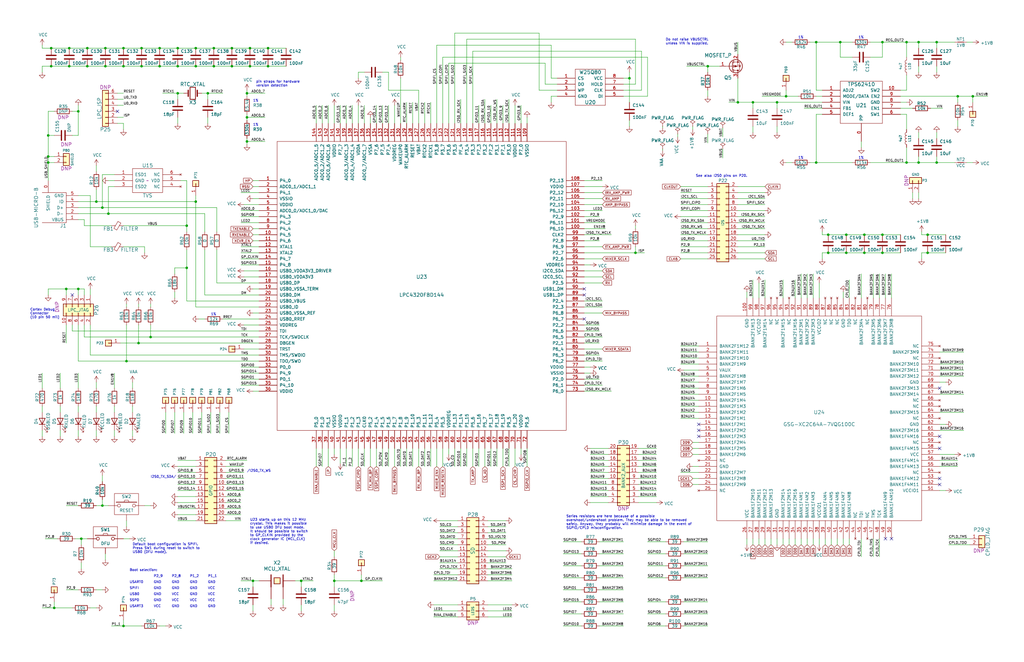
<source format=kicad_sch>
(kicad_sch (version 20211123) (generator eeschema)
  (paper "User" 431.8 279.4)
  (title_block (title "${TITLE}") (date "${DATE}") (rev "${VERSION}") (company "${COPYRIGHT}") (comment 1 "${LICENSE}"))
  (junction (at 34.29 227.33))
  (junction (at 354.33 17.78))
  (junction (at 29.21 27.94))
  (junction (at 311.15 43.18))
  (junction (at 20.32 68.58))
  (junction (at 127 245.11))
  (junction (at 106.68 245.11))
  (junction (at 344.17 68.58))
  (junction (at 267.97 106.68))
  (junction (at 90.17 27.94))
  (junction (at 391.16 106.68))
  (junction (at 331.47 40.64))
  (junction (at 67.31 20.32))
  (junction (at 394.97 17.78))
  (junction (at 52.07 264.16))
  (junction (at 20.32 66.04))
  (junction (at 403.86 40.64))
  (junction (at 33.02 121.92))
  (junction (at 372.11 99.06))
  (junction (at 27.94 121.92))
  (junction (at 74.93 27.94))
  (junction (at 113.03 20.32))
  (junction (at 63.5 142.24))
  (junction (at 52.07 27.94))
  (junction (at 67.31 27.94))
  (junction (at 349.25 106.68))
  (junction (at 36.83 27.94))
  (junction (at 33.02 46.99))
  (junction (at 74.93 39.37))
  (junction (at 364.49 106.68))
  (junction (at 82.55 20.32))
  (junction (at 113.03 27.94))
  (junction (at 78.74 113.03))
  (junction (at 87.63 39.37))
  (junction (at 82.55 27.94))
  (junction (at 372.11 17.78))
  (junction (at 82.55 85.09))
  (junction (at 53.34 152.4))
  (junction (at 298.45 27.94))
  (junction (at 59.69 20.32))
  (junction (at 44.45 20.32))
  (junction (at 58.42 144.78))
  (junction (at 317.5 43.18))
  (junction (at 78.74 95.25))
  (junction (at 43.18 87.63))
  (junction (at 387.35 68.58))
  (junction (at 387.35 17.78))
  (junction (at 97.79 20.32))
  (junction (at 74.93 20.32))
  (junction (at 104.14 39.37))
  (junction (at 105.41 27.94))
  (junction (at 59.69 27.94))
  (junction (at 21.59 20.32))
  (junction (at 152.4 245.11))
  (junction (at 29.21 20.32))
  (junction (at 36.83 20.32))
  (junction (at 140.97 245.11))
  (junction (at 97.79 27.94))
  (junction (at 364.49 99.06))
  (junction (at 20.32 57.15))
  (junction (at 382.27 17.78))
  (junction (at 43.18 213.36))
  (junction (at 356.87 106.68))
  (junction (at 391.16 99.06))
  (junction (at 45.72 90.17))
  (junction (at 382.27 68.58))
  (junction (at 105.41 20.32))
  (junction (at 52.07 20.32))
  (junction (at 104.14 49.53))
  (junction (at 394.97 68.58))
  (junction (at 44.45 27.94))
  (junction (at 372.11 106.68))
  (junction (at 344.17 17.78))
  (junction (at 349.25 99.06))
  (junction (at 40.64 85.09))
  (junction (at 327.66 43.18))
  (junction (at 21.59 27.94))
  (junction (at 265.43 33.02))
  (junction (at 356.87 99.06))
  (junction (at 22.86 256.54))
  (junction (at 90.17 20.32))
  (junction (at 410.21 40.64))
  (junction (at 104.14 59.69))
  (no_connect (at 396.24 204.47))
  (no_connect (at 246.38 134.62))
  (no_connect (at 396.24 184.15))
  (no_connect (at 294.64 181.61))
  (no_connect (at 49.53 46.99))
  (no_connect (at 294.64 184.15))
  (no_connect (at 246.38 121.92))
  (no_connect (at 246.38 124.46))
  (no_connect (at 396.24 163.83))
  (no_connect (at 294.64 179.07))
  (no_connect (at 375.92 227.33))
  (no_connect (at 396.24 189.23))
  (no_connect (at 30.48 124.46))
  (no_connect (at 396.24 201.93))
  (no_connect (at 373.38 227.33))
  (wire (pts (xy 246.38 129.54) (xy 254 129.54)))
  (wire (pts (xy 265.43 33.02) (xy 265.43 43.18)))
  (wire (pts (xy 176.53 196.85) (xy 176.53 189.23)))
  (wire (pts (xy 394.97 30.48) (xy 394.97 27.94)))
  (wire (pts (xy 181.61 43.18) (xy 181.61 52.07)))
  (wire (pts (xy 382.27 17.78) (xy 382.27 24.13)))
  (wire (pts (xy 127 245.11) (xy 132.08 245.11)))
  (wire (pts (xy 322.58 101.6) (xy 311.15 101.6)))
  (wire (pts (xy 58.42 137.16) (xy 58.42 144.78)))
  (wire (pts (xy 382.27 68.58) (xy 382.27 62.23)))
  (wire (pts (xy 20.32 121.92) (xy 27.94 121.92)))
  (wire (pts (xy 340.36 125.73) (xy 340.36 115.57)))
  (wire (pts (xy 111.76 59.69) (xy 104.14 59.69)))
  (wire (pts (xy 254 86.36) (xy 246.38 86.36)))
  (wire (pts (xy 368.3 125.73) (xy 368.3 115.57)))
  (wire (pts (xy 382.27 38.1) (xy 379.73 38.1)))
  (wire (pts (xy 322.58 125.73) (xy 322.58 118.11)))
  (wire (pts (xy 135.89 189.23) (xy 135.89 196.85)))
  (wire (pts (xy 78.74 113.03) (xy 78.74 127)))
  (wire (pts (xy 151.13 30.48) (xy 153.67 30.48)))
  (wire (pts (xy 201.93 189.23) (xy 201.93 196.85)))
  (wire (pts (xy 246.38 99.06) (xy 257.81 99.06)))
  (wire (pts (xy 49.53 41.91) (xy 52.07 41.91)))
  (wire (pts (xy 102.87 199.39) (xy 95.25 199.39)))
  (wire (pts (xy 179.07 189.23) (xy 179.07 196.85)))
  (wire (pts (xy 222.25 189.23) (xy 222.25 196.85)))
  (wire (pts (xy 27.94 121.92) (xy 27.94 124.46)))
  (wire (pts (xy 280.67 264.16) (xy 273.05 264.16)))
  (wire (pts (xy 199.39 189.23) (xy 199.39 196.85)))
  (wire (pts (xy 109.22 109.22) (xy 101.6 109.22)))
  (wire (pts (xy 372.11 17.78) (xy 382.27 17.78)))
  (wire (pts (xy 30.48 137.16) (xy 30.48 139.7)))
  (wire (pts (xy 248.92 201.93) (xy 256.54 201.93)))
  (wire (pts (xy 354.33 24.13) (xy 359.41 24.13)))
  (wire (pts (xy 29.21 20.32) (xy 36.83 20.32)))
  (wire (pts (xy 353.06 227.33) (xy 353.06 229.87)))
  (wire (pts (xy 232.41 19.05) (xy 184.15 19.05)))
  (wire (pts (xy 185.42 237.49) (xy 193.04 237.49)))
  (wire (pts (xy 207.01 189.23) (xy 207.01 196.85)))
  (wire (pts (xy 171.45 196.85) (xy 171.45 189.23)))
  (wire (pts (xy 379.73 40.64) (xy 403.86 40.64)))
  (wire (pts (xy 29.21 27.94) (xy 36.83 27.94)))
  (wire (pts (xy 246.38 106.68) (xy 267.97 106.68)))
  (wire (pts (xy 153.67 189.23) (xy 153.67 196.85)))
  (wire (pts (xy 109.22 99.06) (xy 106.68 99.06)))
  (wire (pts (xy 394.97 68.58) (xy 402.59 68.58)))
  (wire (pts (xy 322.58 83.82) (xy 311.15 83.82)))
  (wire (pts (xy 104.14 39.37) (xy 104.14 40.64)))
  (wire (pts (xy 21.59 20.32) (xy 29.21 20.32)))
  (wire (pts (xy 267.97 106.68) (xy 271.78 106.68)))
  (wire (pts (xy 279.4 62.865) (xy 279.4 63.5)))
  (wire (pts (xy 267.97 95.25) (xy 267.97 96.52)))
  (wire (pts (xy 367.03 68.58) (xy 382.27 68.58)))
  (wire (pts (xy 354.33 17.78) (xy 354.33 24.13)))
  (wire (pts (xy 273.05 40.64) (xy 262.89 40.64)))
  (wire (pts (xy 33.02 85.09) (xy 40.64 85.09)))
  (wire (pts (xy 33.02 121.92) (xy 35.56 121.92)))
  (wire (pts (xy 307.34 43.18) (xy 311.15 43.18)))
  (wire (pts (xy 17.78 19.05) (xy 17.78 20.32)))
  (wire (pts (xy 49.53 49.53) (xy 52.07 49.53)))
  (wire (pts (xy 322.58 227.33) (xy 322.58 229.87)))
  (wire (pts (xy 246.38 165.1) (xy 257.81 165.1)))
  (wire (pts (xy 85.09 182.88) (xy 85.09 173.99)))
  (wire (pts (xy 269.24 196.85) (xy 276.86 196.85)))
  (wire (pts (xy 294.64 176.53) (xy 287.02 176.53)))
  (wire (pts (xy 342.9 125.73) (xy 342.9 115.57)))
  (wire (pts (xy 246.38 93.98) (xy 255.27 93.98)))
  (wire (pts (xy 246.38 83.82) (xy 254 83.82)))
  (wire (pts (xy 287.02 163.83) (xy 294.64 163.83)))
  (wire (pts (xy 90.17 27.94) (xy 97.79 27.94)))
  (wire (pts (xy 246.38 139.7) (xy 252.73 139.7)))
  (wire (pts (xy 410.21 40.64) (xy 416.56 40.64)))
  (wire (pts (xy 153.67 44.45) (xy 153.67 52.07)))
  (wire (pts (xy 82.55 217.17) (xy 74.93 217.17)))
  (wire (pts (xy 288.29 243.84) (xy 298.45 243.84)))
  (wire (pts (xy 248.92 191.77) (xy 256.54 191.77)))
  (wire (pts (xy 20.32 57.15) (xy 22.86 57.15)))
  (wire (pts (xy 82.55 199.39) (xy 74.93 199.39)))
  (wire (pts (xy 331.47 40.64) (xy 336.55 40.64)))
  (wire (pts (xy 367.03 24.13) (xy 372.11 24.13)))
  (wire (pts (xy 38.1 121.92) (xy 38.1 124.46)))
  (wire (pts (xy 58.42 144.78) (xy 109.22 144.78)))
  (wire (pts (xy 280.67 243.84) (xy 273.05 243.84)))
  (wire (pts (xy 43.18 213.36) (xy 43.18 210.82)))
  (wire (pts (xy 33.02 213.36) (xy 27.94 213.36)))
  (wire (pts (xy 205.74 242.57) (xy 215.9 242.57)))
  (wire (pts (xy 152.4 245.11) (xy 161.29 245.11)))
  (wire (pts (xy 334.01 68.58) (xy 331.47 68.58)))
  (wire (pts (xy 55.88 161.29) (xy 55.88 163.83)))
  (wire (pts (xy 227.33 38.1) (xy 234.95 38.1)))
  (wire (pts (xy 151.13 44.45) (xy 151.13 52.07)))
  (wire (pts (xy 43.18 248.92) (xy 40.64 248.92)))
  (wire (pts (xy 245.11 243.84) (xy 237.49 243.84)))
  (wire (pts (xy 48.26 157.48) (xy 48.26 163.83)))
  (wire (pts (xy 252.73 238.76) (xy 262.89 238.76)))
  (wire (pts (xy 311.15 86.36) (xy 322.58 86.36)))
  (wire (pts (xy 394.97 17.78) (xy 402.59 17.78)))
  (wire (pts (xy 292.1 53.34) (xy 292.1 54.61)))
  (wire (pts (xy 82.55 27.94) (xy 90.17 27.94)))
  (wire (pts (xy 246.38 96.52) (xy 255.27 96.52)))
  (wire (pts (xy 33.02 171.45) (xy 33.02 173.99)))
  (wire (pts (xy 407.67 17.78) (xy 410.21 17.78)))
  (wire (pts (xy 74.93 194.31) (xy 82.55 194.31)))
  (wire (pts (xy 245.11 248.92) (xy 237.49 248.92)))
  (wire (pts (xy 40.64 256.54) (xy 38.1 256.54)))
  (wire (pts (xy 90.17 20.32) (xy 97.79 20.32)))
  (wire (pts (xy 288.29 259.08) (xy 298.45 259.08)))
  (wire (pts (xy 214.63 189.23) (xy 214.63 196.85)))
  (wire (pts (xy 331.47 38.1) (xy 331.47 40.64)))
  (wire (pts (xy 81.28 182.88) (xy 81.28 173.99)))
  (wire (pts (xy 382.27 43.18) (xy 379.73 43.18)))
  (wire (pts (xy 408.94 229.87) (xy 400.05 229.87)))
  (wire (pts (xy 280.67 228.6) (xy 273.05 228.6)))
  (wire (pts (xy 256.54 199.39) (xy 248.92 199.39)))
  (wire (pts (xy 384.81 45.72) (xy 379.73 45.72)))
  (wire (pts (xy 46.99 264.16) (xy 52.07 264.16)))
  (wire (pts (xy 104.14 60.96) (xy 104.14 59.69)))
  (wire (pts (xy 287.02 173.99) (xy 294.64 173.99)))
  (wire (pts (xy 63.5 142.24) (xy 109.22 142.24)))
  (wire (pts (xy 102.87 114.3) (xy 109.22 114.3)))
  (wire (pts (xy 60.96 213.36) (xy 63.5 213.36)))
  (wire (pts (xy 73.66 113.03) (xy 73.66 115.57)))
  (wire (pts (xy 246.38 132.08) (xy 254 132.08)))
  (wire (pts (xy 82.55 209.55) (xy 74.93 209.55)))
  (wire (pts (xy 181.61 189.23) (xy 181.61 196.85)))
  (wire (pts (xy 156.21 189.23) (xy 156.21 196.85)))
  (wire (pts (xy 87.63 52.07) (xy 87.63 49.53)))
  (wire (pts (xy 78.74 76.2) (xy 78.74 95.25)))
  (wire (pts (xy 252.73 254) (xy 262.89 254)))
  (wire (pts (xy 349.25 106.68) (xy 356.87 106.68)))
  (wire (pts (xy 396.24 179.07) (xy 398.78 179.07)))
  (wire (pts (xy 367.03 17.78) (xy 372.11 17.78)))
  (wire (pts (xy 288.29 264.16) (xy 298.45 264.16)))
  (wire (pts (xy 17.78 256.54) (xy 22.86 256.54)))
  (wire (pts (xy 252.73 233.68) (xy 262.89 233.68)))
  (wire (pts (xy 387.35 17.78) (xy 387.35 20.32)))
  (wire (pts (xy 30.48 46.99) (xy 33.02 46.99)))
  (wire (pts (xy 322.58 81.28) (xy 311.15 81.28)))
  (wire (pts (xy 327.66 43.18) (xy 346.71 43.18)))
  (wire (pts (xy 138.43 52.07) (xy 138.43 44.45)))
  (wire (pts (xy 396.24 148.59) (xy 406.4 148.59)))
  (wire (pts (xy 276.86 209.55) (xy 269.24 209.55)))
  (wire (pts (xy 185.42 219.71) (xy 193.04 219.71)))
  (wire (pts (xy 138.43 196.85) (xy 138.43 189.23)))
  (wire (pts (xy 212.09 52.07) (xy 212.09 44.45)))
  (wire (pts (xy 280.67 233.68) (xy 273.05 233.68)))
  (wire (pts (xy 294.64 158.75) (xy 287.02 158.75)))
  (wire (pts (xy 317.5 227.33) (xy 317.5 229.87)))
  (wire (pts (xy 143.51 52.07) (xy 143.51 44.45)))
  (wire (pts (xy 78.74 105.41) (xy 78.74 113.03)))
  (wire (pts (xy 176.53 38.1) (xy 176.53 52.07)))
  (wire (pts (xy 248.92 207.01) (xy 256.54 207.01)))
  (wire (pts (xy 109.22 78.74) (xy 106.68 78.74)))
  (wire (pts (xy 317.5 43.18) (xy 327.66 43.18)))
  (wire (pts (xy 152.4 242.57) (xy 152.4 245.11)))
  (wire (pts (xy 82.55 20.32) (xy 90.17 20.32)))
  (wire (pts (xy 294.64 171.45) (xy 287.02 171.45)))
  (wire (pts (xy 140.97 191.77) (xy 140.97 189.23)))
  (wire (pts (xy 101.6 111.76) (xy 109.22 111.76)))
  (wire (pts (xy 127 247.65) (xy 127 245.11)))
  (wire (pts (xy 96.52 182.88) (xy 96.52 173.99)))
  (wire (pts (xy 20.32 66.04) (xy 20.32 68.58)))
  (wire (pts (xy 74.93 201.93) (xy 82.55 201.93)))
  (wire (pts (xy 205.74 229.87) (xy 213.36 229.87)))
  (wire (pts (xy 163.83 30.48) (xy 163.83 38.1)))
  (wire (pts (xy 344.17 40.64) (xy 346.71 40.64)))
  (wire (pts (xy 288.29 156.21) (xy 294.64 156.21)))
  (wire (pts (xy 215.9 260.35) (xy 205.74 260.35)))
  (wire (pts (xy 358.14 227.33) (xy 358.14 229.87)))
  (wire (pts (xy 254 127) (xy 246.38 127)))
  (wire (pts (xy 109.22 162.56) (xy 101.6 162.56)))
  (wire (pts (xy 17.78 181.61) (xy 17.78 184.15)))
  (wire (pts (xy 327.66 43.18) (xy 327.66 45.72)))
  (wire (pts (xy 287.02 91.44) (xy 298.45 91.44)))
  (wire (pts (xy 163.83 52.07) (xy 163.83 44.45)))
  (wire (pts (xy 273.05 238.76) (xy 280.67 238.76)))
  (wire (pts (xy 287.02 106.68) (xy 298.45 106.68)))
  (wire (pts (xy 322.58 106.68) (xy 311.15 106.68)))
  (wire (pts (xy 43.18 213.36) (xy 45.72 213.36)))
  (wire (pts (xy 347.98 227.33) (xy 347.98 229.87)))
  (wire (pts (xy 20.32 121.92) (xy 20.32 124.46)))
  (wire (pts (xy 396.24 173.99) (xy 406.4 173.99)))
  (wire (pts (xy 215.9 245.11) (xy 205.74 245.11)))
  (wire (pts (xy 60.96 104.14) (xy 60.96 106.68)))
  (wire (pts (xy 246.38 101.6) (xy 252.73 101.6)))
  (wire (pts (xy 168.91 24.13) (xy 168.91 25.4)))
  (wire (pts (xy 294.64 151.13) (xy 287.02 151.13)))
  (wire (pts (xy 73.66 125.73) (xy 73.66 123.19)))
  (wire (pts (xy 74.93 39.37) (xy 77.47 39.37)))
  (wire (pts (xy 254 76.2) (xy 246.38 76.2)))
  (wire (pts (xy 245.11 259.08) (xy 237.49 259.08)))
  (wire (pts (xy 314.96 125.73) (xy 314.96 123.19)))
  (wire (pts (xy 101.6 88.9) (xy 109.22 88.9)))
  (wire (pts (xy 334.01 17.78) (xy 331.47 17.78)))
  (wire (pts (xy 166.37 44.45) (xy 166.37 52.07)))
  (wire (pts (xy 384.81 83.82) (xy 384.81 81.28)))
  (wire (pts (xy 294.64 186.69) (xy 292.1 186.69)))
  (wire (pts (xy 25.4 181.61) (xy 25.4 184.15)))
  (wire (pts (xy 246.38 142.24) (xy 254 142.24)))
  (wire (pts (xy 95.25 209.55) (xy 101.6 209.55)))
  (wire (pts (xy 20.32 66.04) (xy 22.86 66.04)))
  (wire (pts (xy 33.02 152.4) (xy 33.02 137.16)))
  (wire (pts (xy 21.59 27.94) (xy 29.21 27.94)))
  (wire (pts (xy 182.88 242.57) (xy 193.04 242.57)))
  (wire (pts (xy 298.45 27.94) (xy 303.53 27.94)))
  (wire (pts (xy 311.15 22.86) (xy 311.15 17.78)))
  (wire (pts (xy 246.38 88.9) (xy 254 88.9)))
  (wire (pts (xy 63.5 137.16) (xy 63.5 142.24)))
  (wire (pts (xy 34.29 227.33) (xy 36.83 227.33)))
  (wire (pts (xy 45.72 78.74) (xy 45.72 90.17)))
  (wire (pts (xy 287.02 83.82) (xy 298.45 83.82)))
  (wire (pts (xy 40.64 80.01) (xy 40.64 85.09)))
  (wire (pts (xy 398.78 207.01) (xy 396.24 207.01)))
  (wire (pts (xy 113.03 27.94) (xy 120.65 27.94)))
  (wire (pts (xy 314.96 229.87) (xy 314.96 227.33)))
  (wire (pts (xy 49.53 44.45) (xy 52.07 44.45)))
  (wire (pts (xy 394.97 68.58) (xy 394.97 66.04)))
  (wire (pts (xy 248.92 154.94) (xy 246.38 154.94)))
  (wire (pts (xy 191.77 13.97) (xy 191.77 52.07)))
  (wire (pts (xy 95.25 207.01) (xy 102.87 207.01)))
  (wire (pts (xy 388.62 106.68) (xy 388.62 109.22)))
  (wire (pts (xy 382.27 68.58) (xy 387.35 68.58)))
  (wire (pts (xy 403.86 40.64) (xy 410.21 40.64)))
  (wire (pts (xy 40.64 163.83) (xy 40.64 161.29)))
  (wire (pts (xy 322.58 91.44) (xy 311.15 91.44)))
  (wire (pts (xy 40.64 85.09) (xy 82.55 85.09)))
  (wire (pts (xy 102.87 116.84) (xy 109.22 116.84)))
  (wire (pts (xy 294.64 204.47) (xy 292.1 204.47)))
  (wire (pts (xy 209.55 189.23) (xy 209.55 196.85)))
  (wire (pts (xy 44.45 236.22) (xy 44.45 233.68)))
  (wire (pts (xy 387.35 83.82) (xy 387.35 81.28)))
  (wire (pts (xy 35.56 121.92) (xy 35.56 124.46)))
  (wire (pts (xy 20.32 68.58) (xy 20.32 76.2)))
  (wire (pts (xy 74.93 20.32) (xy 82.55 20.32)))
  (wire (pts (xy 34.29 229.87) (xy 34.29 227.33)))
  (wire (pts (xy 52.07 264.16) (xy 59.69 264.16)))
  (wire (pts (xy 95.25 214.63) (xy 101.6 214.63)))
  (wire (pts (xy 106.68 257.81) (xy 106.68 255.27)))
  (wire (pts (xy 194.31 189.23) (xy 194.31 196.85)))
  (wire (pts (xy 158.75 189.23) (xy 158.75 196.85)))
  (wire (pts (xy 140.97 257.81) (xy 140.97 255.27)))
  (wire (pts (xy 344.17 48.26) (xy 346.71 48.26)))
  (wire (pts (xy 196.85 189.23) (xy 196.85 196.85)))
  (wire (pts (xy 363.22 115.57) (xy 363.22 125.73)))
  (wire (pts (xy 109.22 149.86) (xy 38.1 149.86)))
  (wire (pts (xy 322.58 88.9) (xy 311.15 88.9)))
  (wire (pts (xy 304.8 57.785) (xy 304.8 53.975)))
  (wire (pts (xy 36.83 20.32) (xy 44.45 20.32)))
  (wire (pts (xy 396.24 158.75) (xy 406.4 158.75)))
  (wire (pts (xy 52.07 261.62) (xy 52.07 264.16)))
  (wire (pts (xy 31.75 227.33) (xy 34.29 227.33)))
  (wire (pts (xy 387.35 30.48) (xy 387.35 27.94)))
  (wire (pts (xy 69.85 182.88) (xy 69.85 173.99)))
  (wire (pts (xy 217.17 189.23) (xy 217.17 196.85)))
  (wire (pts (xy 248.92 111.76) (xy 246.38 111.76)))
  (wire (pts (xy 364.49 99.06) (xy 372.11 99.06)))
  (wire (pts (xy 280.67 254) (xy 273.05 254)))
  (wire (pts (xy 285.75 56.515) (xy 285.75 57.785)))
  (wire (pts (xy 186.69 24.13) (xy 186.69 52.07)))
  (wire (pts (xy 213.36 237.49) (xy 205.74 237.49)))
  (wire (pts (xy 140.97 245.11) (xy 152.4 245.11)))
  (wire (pts (xy 294.64 166.37) (xy 287.02 166.37)))
  (wire (pts (xy 35.56 137.16) (xy 35.56 142.24)))
  (wire (pts (xy 205.74 227.33) (xy 213.36 227.33)))
  (wire (pts (xy 91.44 87.63) (xy 91.44 97.79)))
  (wire (pts (xy 341.63 17.78) (xy 344.17 17.78)))
  (wire (pts (xy 33.02 157.48) (xy 33.02 163.83)))
  (wire (pts (xy 104.14 59.69) (xy 104.14 58.42)))
  (wire (pts (xy 273.05 24.13) (xy 273.05 40.64)))
  (wire (pts (xy 252.73 259.08) (xy 262.89 259.08)))
  (wire (pts (xy 87.63 39.37) (xy 87.63 41.91)))
  (wire (pts (xy 317.5 43.18) (xy 317.5 45.72)))
  (wire (pts (xy 193.04 232.41) (xy 185.42 232.41)))
  (wire (pts (xy 246.38 160.02) (xy 252.73 160.02)))
  (wire (pts (xy 364.49 106.68) (xy 372.11 106.68)))
  (wire (pts (xy 363.22 62.23) (xy 363.22 59.69)))
  (wire (pts (xy 344.17 17.78) (xy 354.33 17.78)))
  (wire (pts (xy 407.67 68.58) (xy 410.21 68.58)))
  (wire (pts (xy 106.68 247.65) (xy 106.68 245.11)))
  (wire (pts (xy 193.04 234.95) (xy 185.42 234.95)))
  (wire (pts (xy 74.93 207.01) (xy 82.55 207.01)))
  (wire (pts (xy 102.87 137.16) (xy 109.22 137.16)))
  (wire (pts (xy 356.87 106.68) (xy 364.49 106.68)))
  (wire (pts (xy 245.11 238.76) (xy 237.49 238.76)))
  (wire (pts (xy 148.59 189.23) (xy 148.59 196.85)))
  (wire (pts (xy 43.18 200.66) (xy 43.18 203.2)))
  (wire (pts (xy 30.48 139.7) (xy 109.22 139.7)))
  (wire (pts (xy 189.23 191.77) (xy 189.23 189.23)))
  (wire (pts (xy 391.16 99.06) (xy 398.78 99.06)))
  (wire (pts (xy 34.29 240.03) (xy 34.29 237.49)))
  (wire (pts (xy 151.13 33.02) (xy 151.13 30.48)))
  (wire (pts (xy 102.87 86.36) (xy 109.22 86.36)))
  (wire (pts (xy 25.4 157.48) (xy 25.4 163.83)))
  (wire (pts (xy 104.14 49.53) (xy 104.14 50.8)))
  (wire (pts (xy 74.93 39.37) (xy 74.93 41.91)))
  (wire (pts (xy 320.04 125.73) (xy 320.04 119.38)))
  (wire (pts (xy 287.02 109.22) (xy 298.45 109.22)))
  (wire (pts (xy 67.31 27.94) (xy 74.93 27.94)))
  (wire (pts (xy 246.38 144.78) (xy 252.73 144.78)))
  (wire (pts (xy 232.41 43.18) (xy 232.41 40.64)))
  (wire (pts (xy 33.02 152.4) (xy 53.34 152.4)))
  (wire (pts (xy 17.78 20.32) (xy 21.59 20.32)))
  (wire (pts (xy 78.74 113.03) (xy 73.66 113.03)))
  (wire (pts (xy 156.21 49.53) (xy 156.21 52.07)))
  (wire (pts (xy 254 116.84) (xy 246.38 116.84)))
  (wire (pts (xy 82.55 129.54) (xy 109.22 129.54)))
  (wire (pts (xy 396.24 194.31) (xy 403.86 194.31)))
  (wire (pts (xy 106.68 76.2) (xy 109.22 76.2)))
  (wire (pts (xy 254 78.74) (xy 246.38 78.74)))
  (wire (pts (xy 193.04 222.25) (xy 185.42 222.25)))
  (wire (pts (xy 24.13 227.33) (xy 19.05 227.33)))
  (wire (pts (xy 101.6 219.71) (xy 95.25 219.71)))
  (wire (pts (xy 95.25 212.09) (xy 101.6 212.09)))
  (wire (pts (xy 193.04 229.87) (xy 185.42 229.87)))
  (wire (pts (xy 287.02 88.9) (xy 298.45 88.9)))
  (wire (pts (xy 388.62 106.68) (xy 391.16 106.68)))
  (wire (pts (xy 91.44 105.41) (xy 91.44 119.38)))
  (wire (pts (xy 335.28 125.73) (xy 335.28 118.11)))
  (wire (pts (xy 287.02 199.39) (xy 294.64 199.39)))
  (wire (pts (xy 370.84 227.33) (xy 370.84 234.95)))
  (wire (pts (xy 59.69 27.94) (xy 67.31 27.94)))
  (wire (pts (xy 276.86 199.39) (xy 269.24 199.39)))
  (wire (pts (xy 102.87 196.85) (xy 95.25 196.85)))
  (wire (pts (xy 387.35 68.58) (xy 394.97 68.58)))
  (wire (pts (xy 335.28 227.33) (xy 335.28 229.87)))
  (wire (pts (xy 311.15 33.02) (xy 311.15 43.18)))
  (wire (pts (xy 40.64 171.45) (xy 40.64 173.99)))
  (wire (pts (xy 254 81.28) (xy 246.38 81.28)))
  (wire (pts (xy 349.25 99.06) (xy 356.87 99.06)))
  (wire (pts (xy 55.88 181.61) (xy 55.88 184.15)))
  (wire (pts (xy 403.86 43.18) (xy 403.86 40.64)))
  (wire (pts (xy 209.55 52.07) (xy 209.55 41.91)))
  (wire (pts (xy 372.11 99.06) (xy 379.73 99.06)))
  (wire (pts (xy 245.11 233.68) (xy 237.49 233.68)))
  (wire (pts (xy 182.88 255.27) (xy 193.04 255.27)))
  (wire (pts (xy 204.47 196.85) (xy 204.47 189.23)))
  (wire (pts (xy 294.64 196.85) (xy 292.1 196.85)))
  (wire (pts (xy 109.22 93.98) (xy 101.6 93.98)))
  (wire (pts (xy 337.82 125.73) (xy 337.82 115.57)))
  (wire (pts (xy 161.29 52.07) (xy 161.29 44.45)))
  (wire (pts (xy 246.38 149.86) (xy 252.73 149.86)))
  (wire (pts (xy 232.41 40.64) (xy 234.95 40.64)))
  (wire (pts (xy 35.56 95.25) (xy 35.56 92.71)))
  (wire (pts (xy 330.2 125.73) (xy 330.2 118.11)))
  (wire (pts (xy 375.92 115.57) (xy 375.92 125.73)))
  (wire (pts (xy 287.02 101.6) (xy 298.45 101.6)))
  (wire (pts (xy 53.34 128.27) (xy 53.34 129.54)))
  (wire (pts (xy 17.78 163.83) (xy 17.78 157.48)))
  (wire (pts (xy 207.01 52.07) (xy 207.01 44.45)))
  (wire (pts (xy 205.74 224.79) (xy 213.36 224.79)))
  (wire (pts (xy 298.45 96.52) (xy 287.02 96.52)))
  (wire (pts (xy 276.86 191.77) (xy 269.24 191.77)))
  (wire (pts (xy 372.11 24.13) (xy 372.11 17.78)))
  (wire (pts (xy 193.04 227.33) (xy 185.42 227.33)))
  (wire (pts (xy 396.24 153.67) (xy 406.4 153.67)))
  (wire (pts (xy 109.22 96.52) (xy 106.68 96.52)))
  (wire (pts (xy 25.4 171.45) (xy 25.4 173.99)))
  (wire (pts (xy 215.9 240.03) (xy 205.74 240.03)))
  (wire (pts (xy 143.51 195.58) (xy 143.51 189.23)))
  (wire (pts (xy 322.58 78.74) (xy 311.15 78.74)))
  (wire (pts (xy 17.78 171.45) (xy 17.78 173.99)))
  (wire (pts (xy 86.36 105.41) (xy 86.36 124.46)))
  (wire (pts (xy 363.22 227.33) (xy 363.22 234.95)))
  (wire (pts (xy 245.11 254) (xy 237.49 254)))
  (wire (pts (xy 219.71 52.07) (xy 219.71 44.45)))
  (wire (pts (xy 346.71 38.1) (xy 344.17 38.1)))
  (wire (pts (xy 317.5 125.73) (xy 317.5 118.11)))
  (wire (pts (xy 267.97 16.51) (xy 267.97 35.56)))
  (wire (pts (xy 33.02 90.17) (xy 45.72 90.17)))
  (wire (pts (xy 256.54 194.31) (xy 248.92 194.31)))
  (wire (pts (xy 92.71 182.88) (xy 92.71 173.99)))
  (wire (pts (xy 104.14 194.31) (xy 95.25 194.31)))
  (wire (pts (xy 256.54 209.55) (xy 248.92 209.55)))
  (wire (pts (xy 248.92 212.09) (xy 256.54 212.09)))
  (wire (pts (xy 252.73 264.16) (xy 262.89 264.16)))
  (wire (pts (xy 354.33 17.78) (xy 359.41 17.78)))
  (wire (pts (xy 267.97 35.56) (xy 262.89 35.56)))
  (wire (pts (xy 93.98 134.62) (xy 109.22 134.62)))
  (wire (pts (xy 67.31 20.32) (xy 74.93 20.32)))
  (wire (pts (xy 344.17 68.58) (xy 359.41 68.58)))
  (wire (pts (xy 287.02 99.06) (xy 298.45 99.06)))
  (wire (pts (xy 109.22 106.68) (xy 101.6 106.68)))
  (wire (pts (xy 262.89 33.02) (xy 265.43 33.02)))
  (wire (pts (xy 270.51 21.59) (xy 270.51 38.1)))
  (wire (pts (xy 265.43 53.34) (xy 265.43 50.8)))
  (wire (pts (xy 344.17 68.58) (xy 344.17 48.26)))
  (wire (pts (xy 20.32 57.15) (xy 20.32 66.04)))
  (wire (pts (xy 229.87 35.56) (xy 234.95 35.56)))
  (wire (pts (xy 40.64 181.61) (xy 40.64 184.15)))
  (wire (pts (xy 287.02 168.91) (xy 294.64 168.91)))
  (wire (pts (xy 88.9 182.88) (xy 88.9 173.99)))
  (wire (pts (xy 322.58 99.06) (xy 311.15 99.06)))
  (wire (pts (xy 256.54 189.23) (xy 248.92 189.23)))
  (wire (pts (xy 246.38 162.56) (xy 254 162.56)))
  (wire (pts (xy 396.24 156.21) (xy 406.4 156.21)))
  (wire (pts (xy 106.68 83.82) (xy 109.22 83.82)))
  (wire (pts (xy 168.91 33.02) (xy 168.91 52.07)))
  (wire (pts (xy 254 147.32) (xy 246.38 147.32)))
  (wire (pts (xy 146.05 189.23) (xy 146.05 196.85)))
  (wire (pts (xy 339.09 45.72) (xy 346.71 45.72)))
  (wire (pts (xy 109.22 101.6) (xy 106.68 101.6)))
  (wire (pts (xy 294.64 191.77) (xy 292.1 191.77)))
  (wire (pts (xy 52.07 227.33) (xy 54.61 227.33)))
  (wire (pts (xy 394.97 17.78) (xy 394.97 20.32)))
  (wire (pts (xy 36.83 27.94) (xy 44.45 27.94)))
  (wire (pts (xy 48.26 78.74) (xy 45.72 78.74)))
  (wire (pts (xy 50.8 144.78) (xy 58.42 144.78)))
  (wire (pts (xy 265.43 30.48) (xy 265.43 33.02)))
  (wire (pts (xy 321.31 40.64) (xy 331.47 40.64)))
  (wire (pts (xy 73.66 182.88) (xy 73.66 173.99)))
  (wire (pts (xy 288.29 228.6) (xy 298.45 228.6)))
  (wire (pts (xy 304.8 66.675) (xy 304.8 62.865)))
  (wire (pts (xy 410.21 40.64) (xy 410.21 43.18)))
  (wire (pts (xy 396.24 161.29) (xy 398.78 161.29)))
  (wire (pts (xy 246.38 91.44) (xy 252.73 91.44)))
  (wire (pts (xy 105.41 27.94) (xy 113.03 27.94)))
  (wire (pts (xy 105.41 20.32) (xy 113.03 20.32)))
  (wire (pts (xy 127 257.81) (xy 127 255.27)))
  (wire (pts (xy 287.02 104.14) (xy 298.45 104.14)))
  (wire (pts (xy 373.38 125.73) (xy 373.38 115.57)))
  (wire (pts (xy 391.16 106.68) (xy 398.78 106.68)))
  (wire (pts (xy 179.07 52.07) (xy 179.07 43.18)))
  (wire (pts (xy 102.87 204.47) (xy 95.25 204.47)))
  (wire (pts (xy 294.64 146.05) (xy 287.02 146.05)))
  (wire (pts (xy 109.22 81.28) (xy 101.6 81.28)))
  (wire (pts (xy 135.89 44.45) (xy 135.89 52.07)))
  (wire (pts (xy 368.3 227.33) (xy 368.3 234.95)))
  (wire (pts (xy 358.14 125.73) (xy 358.14 118.11)))
  (wire (pts (xy 53.34 219.71) (xy 53.34 222.25)))
  (wire (pts (xy 109.22 154.94) (xy 101.6 154.94)))
  (wire (pts (xy 396.24 196.85) (xy 403.86 196.85)))
  (wire (pts (xy 248.92 157.48) (xy 246.38 157.48)))
  (wire (pts (xy 322.58 104.14) (xy 311.15 104.14)))
  (wire (pts (xy 68.58 39.37) (xy 74.93 39.37)))
  (wire (pts (xy 151.13 196.85) (xy 151.13 189.23)))
  (wire (pts (xy 408.94 227.33) (xy 400.05 227.33)))
  (wire (pts (xy 196.85 16.51) (xy 267.97 16.51)))
  (wire (pts (xy 227.33 13.97) (xy 227.33 38.1)))
  (wire (pts (xy 191.77 189.23) (xy 191.77 196.85)))
  (wire (pts (xy 53.34 152.4) (xy 109.22 152.4)))
  (wire (pts (xy 270.51 38.1) (xy 262.89 38.1)))
  (wire (pts (xy 27.94 137.16) (xy 27.94 144.78)))
  (wire (pts (xy 53.34 137.16) (xy 53.34 152.4)))
  (wire (pts (xy 327.66 229.87) (xy 327.66 227.33)))
  (wire (pts (xy 289.56 27.94) (xy 298.45 27.94)))
  (wire (pts (xy 33.02 87.63) (xy 43.18 87.63)))
  (wire (pts (xy 330.2 227.33) (xy 330.2 229.87)))
  (wire (pts (xy 78.74 127) (xy 109.22 127)))
  (wire (pts (xy 196.85 52.07) (xy 196.85 16.51)))
  (wire (pts (xy 22.86 254) (xy 22.86 256.54)))
  (wire (pts (xy 146.05 44.45) (xy 146.05 52.07)))
  (wire (pts (xy 325.12 227.33) (xy 325.12 229.87)))
  (wire (pts (xy 193.04 240.03) (xy 185.42 240.03)))
  (wire (pts (xy 43.18 73.66) (xy 48.26 73.66)))
  (wire (pts (xy 298.45 86.36) (xy 287.02 86.36)))
  (wire (pts (xy 97.79 27.94) (xy 105.41 27.94)))
  (wire (pts (xy 140.97 234.95) (xy 140.97 232.41)))
  (wire (pts (xy 182.88 245.11) (xy 193.04 245.11)))
  (wire (pts (xy 245.11 228.6) (xy 237.49 228.6)))
  (wire (pts (xy 370.84 115.57) (xy 370.84 125.73)))
  (wire (pts (xy 287.02 148.59) (xy 294.64 148.59)))
  (wire (pts (xy 133.35 189.23) (xy 133.35 196.85)))
  (wire (pts (xy 67.31 264.16) (xy 69.85 264.16)))
  (wire (pts (xy 346.71 97.79) (xy 346.71 99.06)))
  (wire (pts (xy 86.36 90.17) (xy 86.36 97.79)))
  (wire (pts (xy 124.46 245.11) (xy 127 245.11)))
  (wire (pts (xy 217.17 44.45) (xy 217.17 52.07)))
  (wire (pts (xy 52.07 104.14) (xy 60.96 104.14)))
  (wire (pts (xy 163.83 189.23) (xy 163.83 196.85)))
  (wire (pts (xy 246.38 152.4) (xy 254 152.4)))
  (wire (pts (xy 104.14 49.53) (xy 111.76 49.53)))
  (wire (pts (xy 106.68 121.92) (xy 109.22 121.92)))
  (wire (pts (xy 101.6 104.14) (xy 109.22 104.14)))
  (wire (pts (xy 342.9 227.33) (xy 342.9 229.87)))
  (wire (pts (xy 219.71 191.77) (xy 219.71 189.23)))
  (wire (pts (xy 161.29 189.23) (xy 161.29 196.85)))
  (wire (pts (xy 248.92 196.85) (xy 256.54 196.85)))
  (wire (pts (xy 48.26 171.45) (xy 48.26 173.99)))
  (wire (pts (xy 252.73 228.6) (xy 262.89 228.6)))
  (wire (pts (xy 234.95 33.02) (xy 232.41 33.02)))
  (wire (pts (xy 109.22 157.48) (xy 101.6 157.48)))
  (wire (pts (xy 20.32 46.99) (xy 20.32 57.15)))
  (wire (pts (xy 320.04 227.33) (xy 320.04 229.87)))
  (wire (pts (xy 269.24 207.01) (xy 276.86 207.01)))
  (wire (pts (xy 82.55 214.63) (xy 74.93 214.63)))
  (wire (pts (xy 45.72 76.2) (xy 48.26 76.2)))
  (wire (pts (xy 43.18 87.63) (xy 91.44 87.63)))
  (wire (pts (xy 346.71 99.06) (xy 349.25 99.06)))
  (wire (pts (xy 44.45 20.32) (xy 52.07 20.32)))
  (wire (pts (xy 49.53 39.37) (xy 52.07 39.37)))
  (wire (pts (xy 82.55 212.09) (xy 74.93 212.09)))
  (wire (pts (xy 82.55 85.09) (xy 82.55 129.54)))
  (wire (pts (xy 276.86 212.09) (xy 269.24 212.09)))
  (wire (pts (xy 294.64 189.23) (xy 292.1 189.23)))
  (wire (pts (xy 166.37 189.23) (xy 166.37 196.85)))
  (wire (pts (xy 212.09 189.23) (xy 212.09 196.85)))
  (wire (pts (xy 140.97 44.45) (xy 140.97 52.07)))
  (wire (pts (xy 48.26 181.61) (xy 48.26 184.15)))
  (wire (pts (xy 182.88 260.35) (xy 193.04 260.35)))
  (wire (pts (xy 246.38 109.22) (xy 254 109.22)))
  (wire (pts (xy 87.63 39.37) (xy 93.98 39.37)))
  (wire (pts (xy 287.02 81.28) (xy 298.45 81.28)))
  (wire (pts (xy 279.4 53.34) (xy 279.4 53.975)))
  (wire (pts (xy 33.02 46.99) (xy 33.02 57.15)))
  (wire (pts (xy 294.64 161.29) (xy 287.02 161.29)))
  (wire (pts (xy 346.71 106.68) (xy 346.71 109.22)))
  (wire (pts (xy 298.45 27.94) (xy 298.45 30.48)))
  (wire (pts (xy 33.02 181.61) (xy 33.02 184.15)))
  (wire (pts (xy 35.56 95.25) (xy 46.99 95.25)))
  (wire (pts (xy 222.25 49.53) (xy 222.25 52.07)))
  (wire (pts (xy 341.63 68.58) (xy 344.17 68.58)))
  (wire (pts (xy 344.17 38.1) (xy 344.17 17.78)))
  (wire (pts (xy 394.97 55.88) (xy 394.97 58.42)))
  (wire (pts (xy 396.24 181.61) (xy 406.4 181.61)))
  (wire (pts (xy 327.66 53.34) (xy 327.66 55.88)))
  (wire (pts (xy 59.69 20.32) (xy 67.31 20.32)))
  (wire (pts (xy 85.09 39.37) (xy 87.63 39.37)))
  (wire (pts (xy 193.04 224.79) (xy 185.42 224.79)))
  (wire (pts (xy 76.2 76.2) (xy 78.74 76.2)))
  (wire (pts (xy 33.02 57.15) (xy 30.48 57.15)))
  (wire (pts (xy 205.74 222.25) (xy 213.36 222.25)))
  (wire (pts (xy 387.35 55.88) (xy 387.35 58.42)))
  (wire (pts (xy 215.9 255.27) (xy 205.74 255.27)))
  (wire (pts (xy 345.44 229.87) (xy 345.44 227.33)))
  (wire (pts (xy 252.73 137.16) (xy 246.38 137.16)))
  (wire (pts (xy 111.76 39.37) (xy 104.14 39.37)))
  (wire (pts (xy 229.87 26.67) (xy 229.87 35.56)))
  (wire (pts (xy 387.35 68.58) (xy 387.35 66.04)))
  (wire (pts (xy 113.03 20.32) (xy 120.65 20.32)))
  (wire (pts (xy 252.73 248.92) (xy 262.89 248.92)))
  (wire (pts (xy 173.99 189.23) (xy 173.99 196.85)))
  (wire (pts (xy 382.27 17.78) (xy 387.35 17.78)))
  (wire (pts (xy 104.14 48.26) (xy 104.14 49.53)))
  (wire (pts (xy 119.38 255.27) (xy 119.38 252.73)))
  (wire (pts (xy 33.02 121.92) (xy 33.02 124.46)))
  (wire (pts (xy 173.99 43.18) (xy 173.99 52.07)))
  (wire (pts (xy 184.15 189.23) (xy 184.15 196.85)))
  (wire (pts (xy 403.86 53.34) (xy 403.86 50.8)))
  (wire (pts (xy 276.86 189.23) (xy 269.24 189.23)))
  (wire (pts (xy 288.29 254) (xy 298.45 254)))
  (wire (pts (xy 86.36 124.46) (xy 109.22 124.46)))
  (wire (pts (xy 287.02 93.98) (xy 298.45 93.98)))
  (wire (pts (xy 52.07 52.07) (xy 49.53 52.07)))
  (wire (pts (xy 109.22 147.32) (xy 102.87 147.32)))
  (wire (pts (xy 52.07 95.25) (xy 78.74 95.25)))
  (wire (pts (xy 204.47 52.07) (xy 204.47 41.91)))
  (wire (pts (xy 114.3 255.27) (xy 114.3 252.73)))
  (wire (pts (xy 276.86 204.47) (xy 269.24 204.47)))
  (wire (pts (xy 402.59 191.77) (xy 396.24 191.77)))
  (wire (pts (xy 148.59 44.45) (xy 148.59 52.07)))
  (wire (pts (xy 40.64 213.36) (xy 43.18 213.36)))
  (wire (pts (xy 44.45 27.94) (xy 52.07 27.94)))
  (wire (pts (xy 213.36 219.71) (xy 205.74 219.71)))
  (wire (pts (xy 33.02 82.55) (xy 38.1 82.55)))
  (wire (pts (xy 22.86 46.99) (xy 20.32 46.99)))
  (wire (pts (xy 27.94 121.92) (xy 33.02 121.92)))
  (wire (pts (xy 311.15 43.18) (xy 317.5 43.18)))
  (wire (pts (xy 214.63 52.07) (xy 214.63 41.91)))
  (wire (pts (xy 388.62 99.06) (xy 388.62 97.79)))
  (wire (pts (xy 78.74 95.25) (xy 78.74 97.79)))
  (wire (pts (xy 276.86 194.31) (xy 269.24 194.31)))
  (wire (pts (xy 74.93 219.71) (xy 82.55 219.71)))
  (wire (pts (xy 52.07 27.94) (xy 59.69 27.94)))
  (wire (pts (xy 186.69 24.13) (xy 273.05 24.13)))
  (wire (pts (xy 74.93 196.85) (xy 82.55 196.85)))
  (wire (pts (xy 17.78 27.94) (xy 21.59 27.94)))
  (wire (pts (xy 168.91 189.23) (xy 168.91 196.85)))
  (wire (pts (xy 246.38 104.14) (xy 254 104.14)))
  (wire (pts (xy 171.45 43.18) (xy 171.45 52.07)))
  (wire (pts (xy 332.74 227.33) (xy 332.74 229.87)))
  (wire (pts (xy 194.31 52.07) (xy 194.31 41.91)))
  (wire (pts (xy 40.64 69.85) (xy 40.64 72.39)))
  (wire (pts (xy 396.24 166.37) (xy 406.4 166.37)))
  (wire (pts (xy 82.55 204.47) (xy 74.93 204.47)))
  (wire (pts (xy 97.79 20.32) (xy 105.41 20.32)))
  (wire (pts (xy 355.6 125.73) (xy 355.6 123.19)))
  (wire (pts (xy 337.82 227.33) (xy 337.82 229.87)))
  (wire (pts (xy 294.64 201.93) (xy 292.1 201.93)))
  (wire (pts (xy 133.35 44.45) (xy 133.35 52.07)))
  (wire (pts (xy 91.44 119.38) (xy 109.22 119.38)))
  (wire (pts (xy 356.87 99.06) (xy 364.49 99.06)))
  (wire (pts (xy 95.25 217.17) (xy 101.6 217.17)))
  (wire (pts (xy 17.78 27.94) (xy 17.78 30.48)))
  (wire (pts (xy 267.97 104.14) (xy 267.97 106.68)))
  (wire (pts (xy 317.5 55.88) (xy 317.5 53.34)))
  (wire (pts (xy 55.88 171.45) (xy 55.88 173.99)))
  (wire (pts (xy 109.22 91.44) (xy 101.6 91.44)))
  (wire (pts (xy 189.23 52.07) (xy 189.23 26.67)))
  (wire (pts (xy 189.23 26.67) (xy 229.87 26.67)))
  (wire (pts (xy 163.83 38.1) (xy 176.53 38.1)))
  (wire (pts (xy 382.27 48.26) (xy 382.27 54.61)))
  (wire (pts (xy 245.11 264.16) (xy 237.49 264.16)))
  (wire (pts (xy 184.15 19.05) (xy 184.15 52.07)))
  (wire (pts (xy 379.73 48.26) (xy 382.27 48.26)))
  (wire (pts (xy 298.45 38.1) (xy 298.45 40.64)))
  (wire (pts (xy 191.77 13.97) (xy 227.33 13.97)))
  (wire (pts (xy 20.32 68.58) (xy 22.86 68.58)))
  (wire (pts (xy 311.15 93.98) (xy 322.58 93.98)))
  (wire (pts (xy 392.43 45.72) (xy 397.51 45.72)))
  (wire (pts (xy 45.72 90.17) (xy 86.36 90.17)))
  (wire (pts (xy 215.9 257.81) (xy 205.74 257.81)))
  (wire (pts (xy 199.39 52.07) (xy 199.39 21.59)))
  (wire (pts (xy 38.1 82.55) (xy 38.1 104.14)))
  (wire (pts (xy 256.54 204.47) (xy 248.92 204.47)))
  (wire (pts (xy 95.25 201.93) (xy 102.87 201.93)))
  (wire (pts (xy 350.52 227.33) (xy 350.52 229.87)))
  (wire (pts (xy 43.18 87.63) (xy 43.18 73.66)))
  (wire (pts (xy 82.55 82.55) (xy 82.55 85.09)))
  (wire (pts (xy 158.75 52.07) (xy 158.75 44.45)))
  (wire (pts (xy 106.68 132.08) (xy 109.22 132.08)))
  (wire (pts (xy 294.64 153.67) (xy 287.02 153.67)))
  (wire (pts (xy 22.86 256.54) (xy 30.48 256.54)))
  (wire (pts (xy 101.6 245.11) (xy 106.68 245.11)))
  (wire (pts (xy 77.47 182.88) (xy 77.47 173.99)))
  (wire (pts (xy 345.44 125.73) (xy 345.44 119.38)))
  (wire (pts (xy 269.24 201.93) (xy 276.86 201.93)))
  (wire (pts (xy 213.36 232.41) (xy 205.74 232.41)))
  (wire (pts (xy 213.36 234.95) (xy 205.74 234.95)))
  (wire (pts (xy 288.29 238.76) (xy 298.45 238.76)))
  (wire (pts (xy 340.36 227.33) (xy 340.36 229.87)))
  (wire (pts (xy 38.1 149.86) (xy 38.1 137.16)))
  (wire (pts (xy 140.97 242.57) (xy 140.97 245.11)))
  (wire (pts (xy 387.35 17.78) (xy 394.97 17.78)))
  (wire (pts (xy 252.73 243.84) (xy 262.89 243.84)))
  (wire (pts (xy 52.07 20.32) (xy 59.69 20.32)))
  (wire (pts (xy 35.56 142.24) (xy 63.5 142.24)))
  (wire (pts (xy 106.68 165.1) (xy 109.22 165.1)))
  (wire (pts (xy 199.39 21.59) (xy 270.51 21.59)))
  (wire (pts (xy 382.27 31.75) (xy 382.27 38.1)))
  (wire (pts (xy 346.71 106.68) (xy 349.25 106.68)))
  (wire (pts (xy 140.97 245.11) (xy 140.97 247.65)))
  (wire (pts (xy 58.42 128.27) (xy 58.42 129.54)))
  (wire (pts (xy 63.5 128.27) (xy 63.5 129.54)))
  (wire (pts (xy 163.83 30.48) (xy 161.29 30.48)))
  (wire (pts (xy 311.15 96.52) (xy 322.58 96.52)))
  (wire (pts (xy 298.45 60.325) (xy 298.45 56.515)))
  (wire (pts (xy 106.68 245.11) (xy 109.22 245.11)))
  (wire (pts (xy 254 114.3) (xy 246.38 114.3)))
  (wire (pts (xy 182.88 257.81) (xy 193.04 257.81)))
  (wire (pts (xy 83.82 134.62) (xy 86.36 134.62)))
  (wire (pts (xy 33.02 44.45) (xy 33.02 46.99)))
  (wire (pts (xy 52.07 54.61) (xy 52.07 52.07)))
  (wire (pts (xy 311.15 109.22) (xy 322.58 109.22)))
  (wire (pts (xy 298.45 78.74) (xy 287.02 78.74)))
  (wire (pts (xy 38.1 104.14) (xy 46.99 104.14)))
  (wire (pts (xy 74.93 49.53) (xy 74.93 52.07)))
  (wire (pts (xy 186.69 189.23) (xy 186.69 196.85)))
  (wire (pts (xy 33.02 248.92) (xy 27.94 248.92)))
  (wire (pts (xy 35.56 92.71) (xy 33.02 92.71)))
  (wire (pts (xy 372.11 106.68) (xy 379.73 106.68)))
  (wire (pts (xy 74.93 27.94) (xy 82.55 27.94)))
  (wire (pts (xy 254 119.38) (xy 246.38 119.38)))
  (wire (pts (xy 104.14 38.1) (xy 104.14 39.37)))
  (wire (pts (xy 288.29 233.68) (xy 298.45 233.68)))
  (wire (pts (xy 388.62 99.06) (xy 391.16 99.06)))
  (wire (pts (xy 109.22 160.02) (xy 101.6 160.02)))
  (wire (pts (xy 273.05 259.08) (xy 280.67 259.08)))
  (wire (pts (xy 355.6 227.33) (xy 355.6 229.87)))
  (wire (pts (xy 232.41 33.02) (xy 232.41 19.05)))
  (wire (pts (xy 201.93 52.07) (xy 201.93 44.45)))
  (text "GND" (at 64.77 246.38 0) (effects (font (size 1.016 1.016)) (justify left bottom)))
  (text "VCC" (at 72.39 254 0) (effects (font (size 1.016 1.016)) (justify left bottom)))
  (text "1%" (at 361.95 16.51 0) (effects (font (size 1.016 1.016)) (justify left bottom)))
  (text "Series resistors are here because of a possible\novershoot/undershoot problem. They may be able to be removed\nsafely. Anyway, they probably will minimize damage in the event of\nSGPIO/CPLD misconfiguration." (at 238.76 223.52 0) (effects (font (size 1.016 1.016)) (justify left bottom)))
  (text "Default boot configuration is SPIFI.\nPress SW1 during reset to switch to\nUSB0 (DFU mode)." (at 55.88 233.68 0) (effects (font (size 1.016 1.016)) (justify left bottom)))
  (text "VCC" (at 64.77 256.54 0) (effects (font (size 1.016 1.016)) (justify left bottom)))
  (text "I2S0_TX_SDA/" (at 63.5 201.93 0) (effects (font (size 1.016 1.016)) (justify left bottom)))
  (text "1%" (at 88.9 133.35 0) (effects (font (size 1.016 1.016)) (justify left bottom)))
  (text "1%" (at 361.95 67.31 0) (effects (font (size 1.016 1.016)) (justify left bottom)))
  (text "USB0" (at 54.61 251.46 0) (effects (font (size 1.016 1.016)) (justify left bottom)))
  (text "1%" (at 336.55 16.51 0) (effects (font (size 1.016 1.016)) (justify left bottom)))
  (text "Boot selection:" (at 54.61 241.3 0) (effects (font (size 1.016 1.016)) (justify left bottom)))
  (text "GND" (at 72.39 256.54 0) (effects (font (size 1.016 1.016)) (justify left bottom)))
  (text "1%" (at 106.68 53.34 0) (effects (font (size 1.016 1.016)) (justify left bottom)))
  (text "pin straps for hardware\nversion detection" (at 107.95 36.83 0) (effects (font (size 1.016 1.016)) (justify left bottom)))
  (text "VCC" (at 87.63 254 0) (effects (font (size 1.016 1.016)) (justify left bottom)))
  (text "GND" (at 64.77 248.92 0) (effects (font (size 1.016 1.016)) (justify left bottom)))
  (text "GND" (at 87.63 246.38 0) (effects (font (size 1.016 1.016)) (justify left bottom)))
  (text "1%" (at 336.55 67.31 0) (effects (font (size 1.016 1.016)) (justify left bottom)))
  (text "See also I2S0 pins on P20." (at 293.37 74.93 0) (effects (font (size 1.016 1.016)) (justify left bottom)))
  (text "1%" (at 106.68 43.18 0) (effects (font (size 1.016 1.016)) (justify left bottom)))
  (text "VCC" (at 87.63 248.92 0) (effects (font (size 1.016 1.016)) (justify left bottom)))
  (text "/I2S0_TX_WS" (at 104.14 199.39 0) (effects (font (size 1.016 1.016)) (justify left bottom)))
  (text "USART0" (at 54.61 246.38 0) (effects (font (size 1.016 1.016)) (justify left bottom)))
  (text "GND" (at 87.63 256.54 0) (effects (font (size 1.016 1.016)) (justify left bottom)))
  (text "GND" (at 80.01 246.38 0) (effects (font (size 1.016 1.016)) (justify left bottom)))
  (text "GND" (at 80.01 256.54 0) (effects (font (size 1.016 1.016)) (justify left bottom)))
  (text "SSP0" (at 54.61 254 0) (effects (font (size 1.016 1.016)) (justify left bottom)))
  (text "GND" (at 64.77 251.46 0) (effects (font (size 1.016 1.016)) (justify left bottom)))
  (text "GND" (at 80.01 248.92 0) (effects (font (size 1.016 1.016)) (justify left bottom)))
  (text "GND" (at 80.01 251.46 0) (effects (font (size 1.016 1.016)) (justify left bottom)))
  (text "P2_8" (at 72.39 243.84 0) (effects (font (size 1.016 1.016)) (justify left bottom)))
  (text "P1_1" (at 87.63 243.84 0) (effects (font (size 1.016 1.016)) (justify left bottom)))
  (text "P2_9" (at 64.77 243.84 0) (effects (font (size 1.016 1.016)) (justify left bottom)))
  (text "VCC" (at 87.63 251.46 0) (effects (font (size 1.016 1.016)) (justify left bottom)))
  (text "USART3" (at 54.61 256.54 0) (effects (font (size 1.016 1.016)) (justify left bottom)))
  (text "VCC" (at 80.01 254 0) (effects (font (size 1.016 1.016)) (justify left bottom)))
  (text "Do not raise VBUSCTRL\nunless VIN is supplied." (at 280.67 19.05 0) (effects (font (size 1.016 1.016)) (justify left bottom)))
  (text "GND" (at 72.39 246.38 0) (effects (font (size 1.016 1.016)) (justify left bottom)))
  (text "Cortex Debug\nConnector\n(10 pin 50 mil)" (at 12.7 134.62 0) (effects (font (size 1.016 1.016)) (justify left bottom)))
  (text "GND" (at 72.39 248.92 0) (effects (font (size 1.016 1.016)) (justify left bottom)))
  (text "P1_2" (at 80.01 243.84 0) (effects (font (size 1.016 1.016)) (justify left bottom)))
  (text "U23 starts up on this 12 MHz\ncrystal. This makes it possible\nto use USB0 DFU boot mode.\nIt should be possible to switch\nto GP_CLKIN provided by the\nclock generator IC (MCL_CLK)\nif desired." (at 105.41 229.87 0) (effects (font (size 1.016 1.016)) (justify left bottom)))
  (text "SPIFI" (at 54.61 248.92 0) (effects (font (size 1.016 1.016)) (justify left bottom)))
  (text "GND" (at 64.77 254 0) (effects (font (size 1.016 1.016)) (justify left bottom)))
  (text "VCC" (at 72.39 251.46 0) (effects (font (size 1.016 1.016)) (justify left bottom)))
  (label "VBUS" (at 74.93 219.71 0) (effects (font (size 1.016 1.016))))
  (label "GPIO3_9" (at 102.87 199.39 180) (effects (font (size 1.016 1.016))))
  (label "B2AUX2" (at 287.02 173.99 0) (effects (font (size 1.016 1.016))))
  (label "WAKEUP" (at 168.91 43.18 270) (effects (font (size 1.016 1.016))))
  (label "ISP" (at 52.07 49.53 0) (effects (font (size 1.016 1.016))))
  (label "SGPIO6" (at 273.05 264.16 0) (effects (font (size 1.016 1.016))))
  (label "VIN" (at 307.34 43.18 0) (effects (font (size 1.016 1.016))))
  (label "SD_DAT3" (at 213.36 222.25 180) (effects (font (size 1.016 1.016))))
  (label "ADC0_3" (at 111.76 49.53 180) (effects (font (size 1.016 1.016))))
  (label "XTAL1" (at 101.6 245.11 0) (effects (font (size 1.016 1.016))))
  (label "RESET" (at 27.94 144.78 90) (effects (font (size 1.016 1.016))))
  (label "VBUS" (at 311.15 17.78 270) (effects (font (size 1.016 1.016))))
  (label "BANK2F3M1" (at 337.82 115.57 270) (effects (font (size 1.016 1.016))))
  (label "TDI" (at 101.6 139.7 0) (effects (font (size 1.016 1.016))))
  (label "SGPIO13" (at 101.6 111.76 0) (effects (font (size 1.016 1.016))))
  (label "VBUS" (at 304.8 66.675 90) (effects (font (size 1.016 1.016))))
  (label "LED3" (at 33.02 157.48 270) (effects (font (size 1.016 1.016))))
  (label "BANK2F3M1" (at 262.89 228.6 180) (effects (font (size 1.016 1.016))))
  (label "ADC0_5" (at 133.35 44.45 270) (effects (font (size 1.016 1.016))))
  (label "SGPIO3" (at 273.05 233.68 0) (effects (font (size 1.016 1.016))))
  (label "B2AUX1" (at 287.02 176.53 0) (effects (font (size 1.016 1.016))))
  (label "GPIO3_10" (at 74.93 201.93 0) (effects (font (size 1.016 1.016))))
  (label "B2AUX11" (at 248.92 204.47 0) (effects (font (size 1.016 1.016))))
  (label "CPLD_TDI" (at 182.88 242.57 0) (effects (font (size 1.016 1.016))))
  (label "BANK2F3M5" (at 368.3 115.57 270) (effects (font (size 1.016 1.016))))
  (label "ADC0_7" (at 111.76 39.37 180) (effects (font (size 1.016 1.016))))
  (label "RESET" (at 173.99 43.18 270) (effects (font (size 1.016 1.016))))
  (label "SGPIO11" (at 85.09 182.88 90) (effects (font (size 1.016 1.016))))
  (label "ADC0_2" (at 135.89 44.45 270) (effects (font (size 1.016 1.016))))
  (label "SGPIO4" (at 252.73 149.86 180) (effects (font (size 1.016 1.016))))
  (label "P2_9" (at 287.02 104.14 0) (effects (font (size 1.016 1.016))))
  (label "CPLD_TMS" (at 254 142.24 180) (effects (font (size 1.016 1.016))))
  (label "SPIFI_CS" (at 184.15 35.56 90) (effects (font (size 1.016 1.016))))
  (label "CPLD_TCK" (at 254 162.56 180) (effects (font (size 1.016 1.016))))
  (label "B2AUX7" (at 287.02 161.29 0) (effects (font (size 1.016 1.016))))
  (label "SGPIO9" (at 101.6 91.44 0) (effects (font (size 1.016 1.016))))
  (label "SGPIO10" (at 237.49 264.16 0) (effects (font (size 1.016 1.016))))
  (label "BANK2F3M4" (at 262.89 243.84 180) (effects (font (size 1.016 1.016))))
  (label "CPLD_TCK" (at 370.84 234.95 90) (effects (font (size 1.016 1.016))))
  (label "B2AUX8" (at 276.86 199.39 180) (effects (font (size 1.016 1.016))))
  (label "ADC0_7" (at 153.67 44.45 270) (effects (font (size 1.016 1.016))))
  (label "BANK2F3M10" (at 298.45 233.68 180) (effects (font (size 1.016 1.016))))
  (label "P2_9" (at 27.94 248.92 0) (effects (font (size 1.016 1.016))))
  (label "VIN" (at 397.51 45.72 180) (effects (font (size 1.016 1.016))))
  (label "RTC_ALARM" (at 171.45 43.18 270) (effects (font (size 1.016 1.016))))
  (label "LED2" (at 215.9 257.81 180) (effects (font (size 1.016 1.016))))
  (label "SGPIO13" (at 237.49 233.68 0) (effects (font (size 1.016 1.016))))
  (label "REG_OUT2" (at 373.38 17.78 0) (effects (font (size 1.016 1.016))))
  (label "LED1" (at 17.78 157.48 270) (effects (font (size 1.016 1.016))))
  (label "CPLD_TMS" (at 400.05 227.33 0) (effects (font (size 1.016 1.016))))
  (label "I2S0_RX_SDA" (at 287.02 93.98 0) (effects (font (size 1.016 1.016))))
  (label "GPIO3_11" (at 102.87 201.93 180) (effects (font (size 1.016 1.016))))
  (label "B2AUX3" (at 248.92 194.31 0) (effects (font (size 1.016 1.016))))
  (label "BANK2F3M11" (at 298.45 238.76 180) (effects (font (size 1.016 1.016))))
  (label "RTCX2" (at 179.07 43.18 270) (effects (font (size 1.016 1.016))))
  (label "RTCX2" (at 93.98 39.37 180) (effects (font (size 1.016 1.016))))
  (label "VBUSCTRL" (at 74.93 214.63 0) (effects (font (size 1.016 1.016))))
  (label "CPLD_TDO" (at 358.14 118.11 270) (effects (font (size 1.016 1.016))))
  (label "B2AUX16" (at 335.28 118.11 270) (effects (font (size 1.016 1.016))))
  (label "SPIFI_SCK" (at 199.39 35.56 90) (effects (font (size 1.016 1.016))))
  (label "P2_8" (at 19.05 227.33 0) (effects (font (size 1.016 1.016))))
  (label "ISP" (at 271.78 106.68 180) (effects (font (size 1.016 1.016))))
  (label "SGPIO7" (at 73.66 182.88 90) (effects (font (size 1.016 1.016))))
  (label "BANK2F3M5" (at 262.89 248.92 180) (effects (font (size 1.016 1.016))))
  (label "I2S0_RX_SCK" (at 194.31 41.91 270) (effects (font (size 1.016 1.016))))
  (label "BANK2F3M10" (at 406.4 153.67 180) (effects (font (size 1.016 1.016))))
  (label "XTAL2" (at 101.6 106.68 0) (effects (font (size 1.016 1.016))))
  (label "SD_DAT3" (at 181.61 196.85 90) (effects (font (size 1.016 1.016))))
  (label "CPLD_TCK" (at 185.42 240.03 0) (effects (font (size 1.016 1.016))))
  (label "BANK2F3M11" (at 406.4 156.21 180) (effects (font (size 1.016 1.016))))
  (label "XTAL1" (at 101.6 104.14 0) (effects (font (size 1.016 1.016))))
  (label "RREF" (at 93.98 134.62 0) (effects (font (size 1.016 1.016))))
  (label "VBAT" (at 74.93 194.31 0) (effects (font (size 1.016 1.016))))
  (label "B2AUX1" (at 248.92 191.77 0) (effects (font (size 1.016 1.016))))
  (label "CPLD_TDI" (at 254 152.4 180) (effects (font (size 1.016 1.016))))
  (label "BANK2F3M16" (at 406.4 181.61 180) (effects (font (size 1.016 1.016))))
  (label "B1AUX14" (at 185.42 237.49 0) (effects (font (size 1.016 1.016))))
  (label "I2S0_TX_SCK" (at 214.63 41.91 270) (effects (font (size 1.016 1.016))))
  (label "I2S0_RX_WS" (at 209.55 41.91 270) (effects (font (size 1.016 1.016))))
  (label "TCK" (at 101.6 142.24 0) (effects (font (size 1.016 1.016))))
  (label "BANK2F3M4" (at 215.9 245.11 180) (effects (font (size 1.016 1.016))))
  (label "I2C1_SCL" (at 287.02 83.82 0) (effects (font (size 1.016 1.016))))
  (label "SGPIO2" (at 196.85 196.85 90) (effects (font (size 1.016 1.016))))
  (label "B2AUX15" (at 248.92 209.55 0) (effects (font (size 1.016 1.016))))
  (label "SGPIO14" (at 101.6 157.48 0) (effects (font (size 1.016 1.016))))
  (label "SGPIO11" (at 207.01 196.85 90) (effects (font (size 1.016 1.016))))
  (label "B2AUX15" (at 330.2 118.11 270) (effects (font (size 1.016 1.016))))
  (label "SGPIO9" (at 77.47 182.88 90) (effects (font (size 1.016 1.016))))
  (label "U0_RXD" (at 252.73 144.78 180) (effects (font (size 1.016 1.016))))
  (label "!VAA_ENABLE" (at 182.88 260.35 0) (effects (font (size 1.016 1.016))))
  (label "B2AUX2" (at 276.86 191.77 180) (effects (font (size 1.016 1.016))))
  (label "BANK2F3M15" (at 406.4 173.99 180) (effects (font (size 1.016 1.016))))
  (label "GPIO3_15" (at 102.87 207.01 180) (effects (font (size 1.016 1.016))))
  (label "SD_POW" (at 161.29 196.85 90) (effects (font (size 1.016 1.016))))
  (label "P1_2" (at 17.78 256.54 0) (effects (font (size 1.016 1.016))))
  (label "SPIFI_SIO2" (at 88.9 182.88 90) (effects (font (size 1.016 1.016))))
  (label "RESET" (at 27.94 213.36 0) (effects (font (size 1.016 1.016))))
  (label "ADC0_5" (at 101.6 214.63 180) (effects (font (size 1.016 1.016))))
  (label "BANK2F3M2" (at 215.9 240.03 180) (effects (font (size 1.016 1.016))))
  (label "B2AUX12" (at 287.02 146.05 0) (effects (font (size 1.016 1.016))))
  (label "B2AUX3" (at 287.02 171.45 0) (effects (font (size 1.016 1.016))))
  (label "LED3" (at 215.9 260.35 180) (effects (font (size 1.016 1.016))))
  (label "DM" (at 101.6 124.46 0) (effects (font (size 1.016 1.016))))
  (label "BANK2F3M6" (at 370.84 115.57 270) (effects (font (size 1.016 1.016))))
  (label "SD_DAT1" (at 213.36 224.79 180) (effects (font (size 1.016 1.016))))
  (label "SPIFI_SIO3" (at 92.71 182.88 90) (effects (font (size 1.016 1.016))))
  (label "P2_8" (at 252.73 101.6 180) (effects (font (size 1.016 1.016))))
  (label "SPIFI_COPI" (at 287.02 88.9 0) (effects (font (size 1.016 1.016))))
  (label "GPIO3_8" (at 74.93 199.39 0) (effects (font (size 1.016 1.016))))
  (label "GPIO3_9" (at 212.09 44.45 270) (effects (font (size 1.016 1.016))))
  (label "BANK2F3M9" (at 298.45 228.6 180) (effects (font (size 1.016 1.016))))
  (label "LED1" (at 182.88 257.81 0) (effects (font (size 1.016 1.016))))
  (label "BANK2F3M3" (at 262.89 238.76 180) (effects (font (size 1.016 1.016))))
  (label "GP_CLKIN" (at 161.29 245.11 180) (effects (font (size 1.016 1.016))))
  (label "LED3" (at 254 88.9 180) (effects (font (size 1.016 1.016))))
  (label "SGPIO8" (at 222.25 195.58 90) (effects (font (size 1.016 1.016))))
  (label "P1_1" (at 46.99 264.16 0) (effects (font (size 1.016 1.016))))
  (label "B2AUX14" (at 322.58 118.11 270) (effects (font (size 1.016 1.016))))
  (label "U0_RXD" (at 287.02 101.6 0) (effects (font (size 1.016 1.016))))
  (label "SPIFI_SIO2" (at 191.77 35.56 90) (effects (font (size 1.016 1.016))))
  (label "GCK0" (at 287.02 199.39 0) (effects (font (size 1.016 1.016))))
  (label "SGPIO0" (at 69.85 182.88 90) (effects (font (size 1.016 1.016))))
  (label "SD_VOLT0" (at 168.91 196.85 90) (effects (font (size 1.016 1.016))))
  (label "GPIO3_8" (at 219.71 44.45 270) (effects (font (size 1.016 1.016))))
  (label "USB_SHIELD" (at 20.32 66.04 270) (effects (font (size 1.016 1.016))))
  (label "I2S0_RX_SCK" (at 322.58 91.44 180) (effects (font (size 1.016 1.016))))
  (label "BANK2F3M4" (at 363.22 115.57 270) (effects (font (size 1.016 1.016))))
  (label "B2AUX10" (at 287.02 151.13 0) (effects (font (size 1.016 1.016))))
  (label "ADC0_4" (at 111.76 59.69 180) (effects (font (size 1.016 1.016))))
  (label "I2S0_RX_MCLK" (at 257.81 165.1 180) (effects (font (size 1.016 1.016))))
  (label "BANK2F3M15" (at 298.45 259.08 180) (effects (font (size 1.016 1.016))))
  (label "GPIO3_11" (at 201.93 44.45 270) (effects (font (size 1.016 1.016))))
  (label "SGPIO2" (at 273.05 228.6 0) (effects (font (size 1.016 1.016))))
  (label "ADC0_0" (at 101.6 88.9 0) (effects (font (size 1.016 1.016))))
  (label "RTCX1" (at 181.61 43.18 270) (effects (font (size 1.016 1.016))))
  (label "SPIFI_CIPO" (at 287.02 86.36 0) (effects (font (size 1.016 1.016))))
  (label "SGPIO7" (at 135.89 196.85 90) (effects (font (size 1.016 1.016))))
  (label "CPLD_TDO" (at 400.05 229.87 0) (effects (font (size 1.016 1.016))))
  (label "VBAT" (at 176.53 43.18 270) (effects (font (size 1.016 1.016))))
  (label "VBUS" (at 62.23 95.25 0) (effects (font (size 1.016 1.016))))
  (label "U0_TXD" (at 322.58 101.6 180) (effects (font (size 1.016 1.016))))
  (label "SGPIO14" (at 237.49 243.84 0) (effects (font (size 1.016 1.016))))
  (label "GPIO3_15" (at 143.51 44.45 270) (effects (font (size 1.016 1.016))))
  (label "SGPIO5" (at 273.05 259.08 0) (effects (font (size 1.016 1.016))))
  (label "BANK2F3M2" (at 340.36 115.57 270) (effects (font (size 1.016 1.016))))
  (label "B1AUX13" (at 403.86 196.85 180) (effects (font (size 1.016 1.016))))
  (label "B2AUX9" (at 248.92 201.93 0) (effects (font (size 1.016 1.016))))
  (label "DBGEN" (at 101.6 144.78 0) (effects (font (size 1.016 1.016))))
  (label "B2AUX14" (at 276.86 207.01 180) (effects (font (size 1.016 1.016))))
  (label "EN1V8" (at 255.27 96.52 180) (effects (font (size 1.016 1.016))))
  (label "BANK2F3M6" (at 215.9 242.57 180) (effects (font (size 1.016 1.016))))
  (label "SD_DAT0" (at 185.42 227.33 0) (effects (font (size 1.016 1.016))))
  (label "B2AUX12" (at 276.86 204.47 180) (effects (font (size 1.016 1.016))))
  (label "GP_CLKIN" (at 101.6 109.22 0) (effects (font (size 1.016 1.016))))
  (label "ADC0_3" (at 146.05 44.45 270) (effects (font (size 1.016 1.016))))
  (label "BANK2F3M7" (at 373.38 115.57 270) (effects (font (size 1.016 1.016))))
  (label "ADC0_0" (at 101.6 217.17 180) (effects (font (size 1.016 1.016))))
  (label "SD_DAT0" (at 171.45 196.85 90) (effects (font (size 1.016 1.016))))
  (label "DP" (at 101.6 119.38 0) (effects (font (size 1.016 1.016))))
  (label "VREGMODE" (at 255.27 93.98 180) (effects (font (size 1.016 1.016))))
  (label "SPIFI_SCK" (at 322.58 86.36 180) (effects (font (size 1.016 1.016))))
  (label "BANK2F3M14" (at 298.45 254 180) (effects (font (size 1.016 1.016))))
  (label "BANK2F3M8" (at 262.89 264.16 180) (effects (font (size 1.016 1.016))))
  (label "I2C1_SDA" (at 254 129.54 180) (effects (font (size 1.016 1.016))))
  (label "SGPIO15" (at 101.6 162.56 0) (effects (font (size 1.016 1.016))))
  (label "SGPIO5" (at 252.73 139.7 180) (effects (font (size 1.016 1.016))))
  (label "SD_CMD" (at 163.83 196.85 90) (effects (font (size 1.016 1.016))))
  (label "P1_1" (at 146.05 196.85 90) (effects (font (size 1.016 1.016))))
  (label "GPIO3_12" (at 74.93 204.47 0) (effects (font (size 1.016 1.016))))
  (label "B2AUX4" (at 287.02 168.91 0) (effects (font (size 1.016 1.016))))
  (label "GPIO3_12" (at 163.83 44.45 270) (effects (font (size 1.016 1.016))))
  (label "SD_POW" (at 213.36 229.87 180) (effects (font (size 1.016 1.016))))
  (label "CPLD_TDI" (at 363.22 234.95 90) (effects (font (size 1.016 1.016))))
  (label "P2_8" (at 287.02 106.68 0) (effects (font (size 1.016 1.016))))
  (label "SGPIO15" (at 237.49 254 0) (effects (font (size 1.016 1.016))))
  (label "P2_9" (at 252.73 91.44 180) (effects (font (size 1.016 1.016))))
  (label "WAKEUP" (at 102.87 196.85 180) (effects (font (size 1.016 1.016))))
  (label "I2S0_TX_MCLK" (at 287.02 99.06 0) (effects (font (size 1.016 1.016))))
  (label "VBUSCTRL" (at 289.56 27.94 0) (effects (font (size 1.016 1.016))))
  (label "ADC0_6" (at 138.43 44.45 270) (effects (font (size 1.016 1.016))))
  (label "B2AUX13" (at 317.5 118.11 270) (effects (font (size 1.016 1.016))))
  (label "B2AUX10" (at 276.86 201.93 180) (effects (font (size 1.016 1.016))))
  (label "SD_CLK" (at 153.67 196.85 90) (effects (font (size 1.016 1.016))))
  (label "U0_TXD" (at 252.73 160.02 180) (effects (font (size 1.016 1.016))))
  (label "P2_13" (at 322.58 104.14 180) (effects (font (size 1.016 1.016))))
  (label "LED2" (at 25.4 157.48 270) (effects (font (size 1.016 1.016))))
  (label "BANK2F3M9" (at 406.4 148.59 180) (effects (font (size 1.016 1.016))))
  (label "SGPIO6" (at 252.73 137.16 180) (effects (font (size 1.016 1.016))))
  (label "EN1V8" (at 416.56 40.64 180) (effects (font (size 1.016 1.016))))
  (label "SGPIO10" (at 81.28 182.88 90) (effects (font (size 1.016 1.016))))
  (label "B2AUX9" (at 287.02 153.67 0) (effects (font (size 1.016 1.016))))
  (label "SGPIO7" (at 237.49 259.08 0) (effects (font (size 1.016 1.016))))
  (label "GPIO3_14" (at 74.93 207.01 0) (effects (font (size 1.016 1.016))))
  (label "BANK2F3M12" (at 182.88 245.11 0) (effects (font (size 1.016 1.016))))
  (label "REG_OUT1" (at 373.38 68.58 0) (effects (font (size 1.016 1.016))))
  (label "REG_OUT1" (at 339.09 45.72 0) (effects (font (size 1.016 1.016))))
  (label "GPIO3_14" (at 158.75 44.45 270) (effects (font (size 1.016 1.016))))
  (label "I2C1_SCL" (at 254 127 180) (effects (font (size 1.016 1.016))))
  (label "RTC_ALARM" (at 104.14 194.31 180) (effects (font (size 1.016 1.016))))
  (label "GCK0" (at 276.86 189.23 180) (effects (font (size 1.016 1.016))))
  (label "U0_TXD" (at 52.07 41.91 0) (effects (font (size 1.016 1.016))))
  (label "TMS" (at 101.6 149.86 0) (effects (font (size 1.016 1.016))))
  (label "SGPIO1" (at 237.49 248.92 0) (effects (font (size 1.016 1.016))))
  (label "SGPIO11" (at 273.05 238.76 0) (effects (font (size 1.016 1.016))))
  (label "SGPIO4" (at 273.05 254 0) (effects (font (size 1.016 1.016))))
  (label "RESET" (at 287.02 81.28 0) (effects (font (size 1.016 1.016))))
  (label "BANK2F3M16" (at 298.45 264.16 180) (effects (font (size 1.016 1.016))))
  (label "SD_CD" (at 185.42 222.25 0) (effects (font (size 1.016 1.016))))
  (label "B2AUX4" (at 276.86 194.31 180) (effects (font (size 1.016 1.016))))
  (label "BANK2F3M14" (at 406.4 166.37 180) (effects (font (size 1.016 1.016))))
  (label "I2S0_RX_WS" (at 287.02 96.52 0) (effects (font (size 1.016 1.016))))
  (label "I2S0_TX_SCK" (at 322.58 96.52 180) (effects (font (size 1.016 1.016))))
  (label "I2S0_RX_MCLK" (at 322.58 93.98 180) (effects (font (size 1.016 1.016))))
  (label "RESET" (at 52.07 39.37 0) (effects (font (size 1.016 1.016))))
  (label "B2AUX5" (at 248.92 196.85 0) (effects (font (size 1.016 1.016))))
  (label "BANK2F3M12" (at 298.45 243.84 180) (effects (font (size 1.016 1.016))))
  (label "SD_VOLT0" (at 213.36 227.33 180) (effects (font (size 1.016 1.016))))
  (label "B1AUX14" (at 403.86 194.31 180) (effects (font (size 1.016 1.016))))
  (label "U0_RXD" (at 52.07 44.45 0) (effects (font (size 1.016 1.016))))
  (label "SGPIO12" (at 273.05 243.84 0) (effects (font (size 1.016 1.016))))
  (label "B2AUX5" (at 287.02 166.37 0) (effects (font (size 1.016 1.016))))
  (label "EN1V8" (at 48.26 157.48 270) (effects (font (size 1.016 1.016))))
  (label "SD_CLK" (at 185.42 232.41 0) (effects (font (size 1.016 1.016))))
  (label "BANK2F3M8" (at 375.92 115.57 270) (effects (font (size 1.016 1.016))))
  (label "SD_DAT2" (at 179.07 196.85 90) (effects (font (size 1.016 1.016))))
  (label "SGPIO12" (at 209.55 196.85 90) (effects (font (size 1.016 1.016))))
  (label "VIN" (at 298.45 60.325 90) (effects (font (size 1.016 1.016))))
  (label "CPLD_TMS" (at 368.3 234.95 90) (effects (font (size 1.016 1.016))))
  (label "GPIO3_10" (at 207.01 44.45 270) (effects (font (size 1.016 1.016))))
  (label "B1AUX13" (at 213.36 237.49 180) (effects (font (size 1.016 1.016))))
  (label "GPIO3_13" (at 102.87 204.47 180) (effects (font (size 1.016 1.016))))
  (label "TDO" (at 101.6 152.4 0) (effects (font (size 1.016 1.016))))
  (label "ADC0_2" (at 101.6 212.09 180) (effects (font (size 1.016 1.016))))
  (label "BANK2F3M12" (at 406.4 158.75 180) (effects (font (size 1.016 1.016))))
  (label "SPIFI_CIPO" (at 189.23 35.56 90) (effects (font (size 1.016 1.016))))
  (label "BANK2F3M2" (at 262.89 233.68 180) (effects (font (size 1.016 1.016))))
  (label "ADC0_4" (at 148.59 44.45 270) (effects (font (size 1.016 1.016))))
  (label "B2AUX6" (at 287.02 163.83 0) (effects (font (size 1.016 1.016))))
  (label "SGPIO1" (at 101.6 160.02 0) (effects (font (size 1.016 1.016))))
  (label "LED1" (at 101.6 81.28 0) (effects (font (size 1.016 1.016))))
  (label "SPIFI_CS" (at 96.52 182.88 90) (effects (font (size 1.016 1.016))))
  (label "SGPIO10" (at 194.31 196.85 90) (effects (font (size 1.016 1.016))))
  (label "SPIFI_SIO3" (at 196.85 35.56 90) (effects (font (size 1.016 1.016))))
  (label "B2AUX13" (at 248.92 207.01 0) (effects (font (size 1.016 1.016))))
  (label "I2C1_SDA" (at 322.58 83.82 180) (effects (font (size 1.016 1.016))))
  (label "B2AUX6" (at 276.86 196.85 180) (effects (font (size 1.016 1.016))))
  (label "SD_CMD" (at 185.42 229.87 0) (effects (font (size 1.016 1.016))))
  (label "VREGMODE" (at 321.31 40.64 0) (effects (font (size 1.016 1.016))))
  (label "SD_DAT2" (at 185.42 224.79 0) (effects (font (size 1.016 1.016))))
  (label "SGPIO9" (at 237.49 228.6 0) (effects (font (size 1.016 1.016))))
  (label "SD_DAT1" (at 173.99 196.85 90) (effects (font (size 1.016 1.016))))
  (label "VBAT" (at 304.8 57.785 90) (effects (font (size 1.016 1.016))))
  (label "SGPIO0" (at 101.6 154.94 0) (effects (font (size 1.016 1.016))))
  (label "BANK2F3M6" (at 262.89 254 180) (effects (font (size 1.016 1.016))))
  (label "I2S0_RX_SDA" (at 204.47 41.91 270) (effects (font (size 1.016 1.016))))
  (label "RTCX1" (at 68.58 39.37 0) (effects (font (size 1.016 1.016))))
  (label "B2AUX7" (at 248.92 199.39 0) (effects (font (size 1.016 1.016))))
  (label "B2AUX11" (at 287.02 148.59 0) (effects (font (size 1.016 1.016))))
  (label "BANK2F3M7" (at 262.89 259.08 180) (effects (font (size 1.016 1.016))))
  (label "SGPIO0" (at 237.49 238.76 0) (effects (font (size 1.016 1.016))))
  (label "I2S0_TX_MCLK" (at 257.81 99.06 180) (effects (font (size 1.016 1.016))))
  (label "P1_2" (at 148.59 196.85 90) (effects (font (size 1.016 1.016))))
  (label "SPIFI_COPI" (at 186.69 35.56 90) (effects (font (size 1.016 1.016))))
  (label "GPIO3_13" (at 161.29 44.45 270) (effects (font (size 1.016 1.016))))
  (label "B2AUX8" (at 287.02 158.75 0) (effects (font (size 1.016 1.016))))
  (label "CPLD_TDO" (at 214.63 196.85 90) (effects (font (size 1.016 1.016))))
  (label "SD_CD" (at 191.77 196.85 90) (effects (font (size 1.016 1.016))))
  (label "ADC0_6" (at 101.6 209.55 180) (effects (font (size 1.016 1.016))))
  (label "VIN" (at 101.6 219.71 180) (effects (font (size 1.016 1.016))))
  (label "XTAL2" (at 132.08 245.11 180) (effects (font (size 1.016 1.016))))
  (label "BANK2F3M3" (at 342.9 115.57 270) (effects (font (size 1.016 1.016))))
  (label "B2AUX16" (at 276.86 209.55 180) (effects (font (size 1.016 1.016))))
  (label "P2_13" (at 254 76.2 180) (effects (font (size 1.016 1.016))))
  (label "LED2" (at 101.6 93.98 0) (effects (font (size 1.016 1.016))))
  (label "SGPIO3" (at 201.93 196.85 90) (effects (font (size 1.016 1.016))))
  (global_label "!RX_AMP_PWR" (shape input) (at 254 81.28 0) (effects (font (size 1.016 1.016))) (property "Intersheet References" "${INTERSHEET_REFS}" (effects hide)))
  (global_label "CLK6" (shape input) (at 287.02 109.22 180) (effects (font (size 1.016 1.016))) (property "Intersheet References" "${INTERSHEET_REFS}" (effects hide)))
  (global_label "RX_MIX_BP" (shape input) (at 176.53 196.85 270) (effects (font (size 1.016 1.016))) (property "Intersheet References" "${INTERSHEET_REFS}" (effects hide)))
  (global_label "XCVR_EN" (shape input) (at 106.68 101.6 180) (effects (font (size 1.016 1.016))) (property "Intersheet References" "${INTERSHEET_REFS}" (effects hide)))
  (global_label "MCU_CLK" (shape input) (at 140.97 232.41 90) (effects (font (size 1.016 1.016))) (property "Intersheet References" "${INTERSHEET_REFS}" (effects hide)))
  (global_label "DD5" (shape input) (at 320.04 229.87 270) (effects (font (size 1.016 1.016))) (property "Intersheet References" "${INTERSHEET_REFS}" (effects hide)))
  (global_label "DA3" (shape input) (at 350.52 229.87 270) (effects (font (size 1.016 1.016))) (property "Intersheet References" "${INTERSHEET_REFS}" (effects hide)))
  (global_label "DD3" (shape input) (at 325.12 229.87 270) (effects (font (size 1.016 1.016))) (property "Intersheet References" "${INTERSHEET_REFS}" (effects hide)))
  (global_label "LP" (shape input) (at 138.43 196.85 270) (effects (font (size 1.016 1.016))) (property "Intersheet References" "${INTERSHEET_REFS}" (effects hide)))
  (global_label "TX_MIX_BP" (shape input) (at 156.21 196.85 270) (effects (font (size 1.016 1.016))) (property "Intersheet References" "${INTERSHEET_REFS}" (effects hide)))
  (global_label "MIXER_SCLK" (shape input) (at 254 109.22 0) (effects (font (size 1.016 1.016))) (property "Intersheet References" "${INTERSHEET_REFS}" (effects hide)))
  (global_label "CLKIN" (shape input) (at 322.58 78.74 0) (effects (font (size 1.016 1.016))) (property "Intersheet References" "${INTERSHEET_REFS}" (effects hide)))
  (global_label "RX_AMP" (shape input) (at 254 83.82 0) (effects (font (size 1.016 1.016))) (property "Intersheet References" "${INTERSHEET_REFS}" (effects hide)))
  (global_label "DD4" (shape input) (at 322.58 229.87 270) (effects (font (size 1.016 1.016))) (property "Intersheet References" "${INTERSHEET_REFS}" (effects hide)))
  (global_label "MIXER_ENX" (shape input) (at 184.15 196.85 270) (effects (font (size 1.016 1.016))) (property "Intersheet References" "${INTERSHEET_REFS}" (effects hide)))
  (global_label "SCL" (shape input) (at 254 116.84 0) (effects (font (size 1.016 1.016))) (property "Intersheet References" "${INTERSHEET_REFS}" (effects hide)))
  (global_label "SSP1_SCK" (shape input) (at 212.09 196.85 270) (effects (font (size 1.016 1.016))) (property "Intersheet References" "${INTERSHEET_REFS}" (effects hide)))
  (global_label "SSP1_COPI" (shape input) (at 158.75 196.85 270) (effects (font (size 1.016 1.016))) (property "Intersheet References" "${INTERSHEET_REFS}" (effects hide)))
  (global_label "SDA" (shape input) (at 254 114.3 0) (effects (font (size 1.016 1.016))) (property "Intersheet References" "${INTERSHEET_REFS}" (effects hide)))
  (global_label "CLKOUT" (shape input) (at 287.02 78.74 180) (effects (font (size 1.016 1.016))) (property "Intersheet References" "${INTERSHEET_REFS}" (effects hide)))
  (global_label "CS_XCVR" (shape input) (at 217.17 196.85 270) (effects (font (size 1.016 1.016))) (property "Intersheet References" "${INTERSHEET_REFS}" (effects hide)))
  (global_label "RX" (shape input) (at 254 119.38 0) (effects (font (size 1.016 1.016))) (property "Intersheet References" "${INTERSHEET_REFS}" (effects hide)))
  (global_label "DD7" (shape input) (at 292.1 191.77 180) (effects (font (size 1.016 1.016))) (property "Intersheet References" "${INTERSHEET_REFS}" (effects hide)))
  (global_label "DA7" (shape input) (at 337.82 229.87 270) (effects (font (size 1.016 1.016))) (property "Intersheet References" "${INTERSHEET_REFS}" (effects hide)))
  (global_label "GCK2" (shape input) (at 317.5 229.87 270) (effects (font (size 1.016 1.016))) (property "Intersheet References" "${INTERSHEET_REFS}" (effects hide)))
  (global_label "DD1" (shape input) (at 332.74 229.87 270) (effects (font (size 1.016 1.016))) (property "Intersheet References" "${INTERSHEET_REFS}" (effects hide)))
  (global_label "DA5" (shape input) (at 342.9 229.87 270) (effects (font (size 1.016 1.016))) (property "Intersheet References" "${INTERSHEET_REFS}" (effects hide)))
  (global_label "DD0" (shape input) (at 335.28 229.87 270) (effects (font (size 1.016 1.016))) (property "Intersheet References" "${INTERSHEET_REFS}" (effects hide)))
  (global_label "SDA" (shape input) (at 322.58 106.68 0) (effects (font (size 1.016 1.016))) (property "Intersheet References" "${INTERSHEET_REFS}" (effects hide)))
  (global_label "!TX_AMP_PWR" (shape input) (at 254 104.14 0) (effects (font (size 1.016 1.016))) (property "Intersheet References" "${INTERSHEET_REFS}" (effects hide)))
  (global_label "RXENABLE" (shape input) (at 106.68 99.06 180) (effects (font (size 1.016 1.016))) (property "Intersheet References" "${INTERSHEET_REFS}" (effects hide)))
  (global_label "SCL" (shape input) (at 322.58 109.22 0) (effects (font (size 1.016 1.016))) (property "Intersheet References" "${INTERSHEET_REFS}" (effects hide)))
  (global_label "GCK1" (shape input) (at 213.36 234.95 0) (effects (font (size 1.016 1.016))) (property "Intersheet References" "${INTERSHEET_REFS}" (effects hide)))
  (global_label "DA0" (shape input) (at 358.14 229.87 270) (effects (font (size 1.016 1.016))) (property "Intersheet References" "${INTERSHEET_REFS}" (effects hide)))
  (global_label "SGPIO_CLK" (shape input) (at 222.25 196.85 270) (effects (font (size 1.016 1.016))) (property "Intersheet References" "${INTERSHEET_REFS}" (effects hide)))
  (global_label "GCK1" (shape input) (at 292.1 201.93 180) (effects (font (size 1.016 1.016))) (property "Intersheet References" "${INTERSHEET_REFS}" (effects hide)))
  (global_label "TX_AMP" (shape input) (at 199.39 196.85 270) (effects (font (size 1.016 1.016))) (property "Intersheet References" "${INTERSHEET_REFS}" (effects hide)))
  (global_label "MIX_BYPASS" (shape input) (at 254 132.08 0) (effects (font (size 1.016 1.016))) (property "Intersheet References" "${INTERSHEET_REFS}" (effects hide)))
  (global_label "TXENABLE" (shape input) (at 106.68 96.52 180) (effects (font (size 1.016 1.016))) (property "Intersheet References" "${INTERSHEET_REFS}" (effects hide)))
  (global_label "GCK2" (shape input) (at 185.42 234.95 180) (effects (font (size 1.016 1.016))) (property "Intersheet References" "${INTERSHEET_REFS}" (effects hide)))
  (global_label "DA6" (shape input) (at 340.36 229.87 270) (effects (font (size 1.016 1.016))) (property "Intersheet References" "${INTERSHEET_REFS}" (effects hide)))
  (global_label "DD6" (shape input) (at 292.1 204.47 180) (effects (font (size 1.016 1.016))) (property "Intersheet References" "${INTERSHEET_REFS}" (effects hide)))
  (global_label "DD2" (shape input) (at 330.2 229.87 270) (effects (font (size 1.016 1.016))) (property "Intersheet References" "${INTERSHEET_REFS}" (effects hide)))
  (global_label "SSP1_CIPO" (shape input) (at 151.13 196.85 270) (effects (font (size 1.016 1.016))) (property "Intersheet References" "${INTERSHEET_REFS}" (effects hide)))
  (global_label "RSSI" (shape input) (at 106.68 78.74 180) (effects (font (size 1.016 1.016))) (property "Intersheet References" "${INTERSHEET_REFS}" (effects hide)))
  (global_label "HP" (shape input) (at 106.68 76.2 180) (effects (font (size 1.016 1.016))) (property "Intersheet References" "${INTERSHEET_REFS}" (effects hide)))
  (global_label "!MIX_BYPASS" (shape input) (at 166.37 196.85 270) (effects (font (size 1.016 1.016))) (property "Intersheet References" "${INTERSHEET_REFS}" (effects hide)))
  (global_label "MIXER_RESETX" (shape input) (at 186.69 196.85 270) (effects (font (size 1.016 1.016))) (property "Intersheet References" "${INTERSHEET_REFS}" (effects hide)))
  (global_label "MIXER_SDATA" (shape input) (at 254 147.32 0) (effects (font (size 1.016 1.016))) (property "Intersheet References" "${INTERSHEET_REFS}" (effects hide)))
  (global_label "DA2" (shape input) (at 353.06 229.87 270) (effects (font (size 1.016 1.016))) (property "Intersheet References" "${INTERSHEET_REFS}" (effects hide)))
  (global_label "AMP_BYPASS" (shape input) (at 254 86.36 0) (effects (font (size 1.016 1.016))) (property "Intersheet References" "${INTERSHEET_REFS}" (effects hide)))
  (global_label "DD9" (shape input) (at 292.1 186.69 180) (effects (font (size 1.016 1.016))) (property "Intersheet References" "${INTERSHEET_REFS}" (effects hide)))
  (global_label "CS_AD" (shape input) (at 204.47 196.85 270) (effects (font (size 1.016 1.016))) (property "Intersheet References" "${INTERSHEET_REFS}" (effects hide)))
  (global_label "!VAA_ENABLE" (shape input) (at 133.35 196.85 270) (effects (font (size 1.016 1.016))) (property "Intersheet References" "${INTERSHEET_REFS}" (effects hide)))
  (global_label "DD8" (shape input) (at 292.1 189.23 180) (effects (font (size 1.016 1.016))) (property "Intersheet References" "${INTERSHEET_REFS}" (effects hide)))
  (global_label "DA4" (shape input) (at 347.98 229.87 270) (effects (font (size 1.016 1.016))) (property "Intersheet References" "${INTERSHEET_REFS}" (effects hide)))
  (global_label "DA1" (shape input) (at 355.6 229.87 270) (effects (font (size 1.016 1.016))) (property "Intersheet References" "${INTERSHEET_REFS}" (effects hide)))
  (symbol (lib_id "hackrf:LPC43XXFBD144") (at 177.8 120.65 0) (unit 1)
    (property "Reference" "U23" (at 177.8 116.84 0) (effects (font (size 1.524 1.524))))
    (property "Value" "LPC4320FBD144" (at 177.8 124.46 0) (effects (font (size 1.524 1.524))))
    (property "Footprint" "hackrf:GSG-LQFP144" (effects hide))
    (property "Manufacturer" "NXP" (effects hide))
    (property "Part Number" "LPC4320FBD144,551" (effects hide))
    (property "Description" "IC MCU 32BIT 144LQFP" (effects hide))
  )
  (symbol (lib_id "power:GND") (at 106.68 83.82 270) (unit 1)
    (property "Reference" "#PWR0277" (effects hide))
    (property "Value" "GND" (effects hide))
  )
  (symbol (lib_id "power:GND") (at 106.68 121.92 270) (unit 1)
    (property "Reference" "#PWR0276" (effects hide))
    (property "Value" "GND" (effects hide))
  )
  (symbol (lib_id "power:GND") (at 106.68 132.08 270) (unit 1)
    (property "Reference" "#PWR0275" (effects hide))
    (property "Value" "GND" (effects hide))
  )
  (symbol (lib_id "power:GND") (at 140.97 191.77 0) (unit 1)
    (property "Reference" "#PWR0274" (effects hide))
    (property "Value" "GND" (effects hide))
  )
  (symbol (lib_id "power:GND") (at 248.92 157.48 90) (unit 1)
    (property "Reference" "#PWR0273" (effects hide))
    (property "Value" "GND" (effects hide))
  )
  (symbol (lib_id "power:GND") (at 222.25 49.53 180) (unit 1)
    (property "Reference" "#PWR0272" (effects hide))
    (property "Value" "GND" (effects hide))
  )
  (symbol (lib_id "power:GND") (at 156.21 49.53 180) (unit 1)
    (property "Reference" "#PWR0271" (effects hide))
    (property "Value" "GND" (effects hide))
  )
  (symbol (lib_id "power:GND") (at 17.78 30.48 0) (unit 1)
    (property "Reference" "#PWR0254" (effects hide))
    (property "Value" "GND" (effects hide))
  )
  (symbol (lib_id "Device:R") (at 90.17 134.62 270) (unit 1)
    (property "Reference" "R69" (at 90.17 136.652 90))
    (property "Value" "12k" (at 90.17 134.62 90))
    (property "Footprint" "hackrf:GSG-0402" (effects hide))
    (property "Manufacturer" "Yageo" (effects hide))
    (property "Part Number" "RC0402FR-0712KL" (effects hide))
    (property "Description" "RES 12K OHM 1% 1/16W 0402" (effects hide))
    (property "Substitution" "any equivalent" (effects hide))
  )
  (symbol (lib_id "power:GND") (at 83.82 134.62 270) (unit 1)
    (property "Reference" "#PWR0253" (effects hide))
    (property "Value" "GND" (effects hide))
  )
  (symbol (lib_id "Connector_Generic:Conn_01x06") (at 44.45 46.99 180) (unit 1)
    (property "Reference" "P25" (at 44.45 54.61 0) (effects (font (size 1.524 1.524))))
    (property "Value" "LPC_ISP" (at 41.91 45.72 90) (effects (font (size 1.524 1.524))))
    (property "Footprint" "hackrf:GSG-HEADER-1x6" (effects hide))
    (property "DNP" "DNP" (at 44.45 36.83 0) (effects (font (size 1.524 1.524))))
  )
  (symbol (lib_id "power:GND") (at 52.07 54.61 0) (unit 1)
    (property "Reference" "#PWR0247" (effects hide))
    (property "Value" "GND" (effects hide))
  )
  (symbol (lib_id "Connector_Generic:Conn_02x05_Odd_Even") (at 33.02 129.54 270) (unit 1)
    (property "Reference" "P26" (at 40.64 130.81 0) (effects (font (size 1.524 1.524))))
    (property "Value" "LPC_JTAG" (at 33.02 130.81 90))
    (property "Footprint" "hackrf:GSG-50MIL-HEADER-2x5-TH" (effects hide))
    (property "Manufacturer" "Sullins" (effects hide))
    (property "Part Number" "GRPB052VWVN-RC" (effects hide))
    (property "Description" "CONN HEADER .050\" 10PS DL PCB AU" (effects hide))
    (property "DNP" "DNP" (at 24.13 129.54 0) (effects (font (size 1.524 1.524))))
  )
  (symbol (lib_id "power:GND") (at 20.32 124.46 0) (unit 1)
    (property "Reference" "#PWR0244" (effects hide))
    (property "Value" "GND" (effects hide))
  )
  (symbol (lib_id "hackrf:GSG-USB-MICRO-B-SHIELDED") (at 26.67 87.63 180) (unit 1)
    (property "Reference" "J1" (at 26.67 95.25 0) (effects (font (size 1.524 1.524))))
    (property "Value" "USB-MICRO-B" (at 15.24 87.63 90) (effects (font (size 1.524 1.524))))
    (property "Footprint" "hackrf:GSG-USB-MICROB-FCI-10103592-EXT" (effects hide))
    (property "Manufacturer" "FCI" (effects hide))
    (property "Part Number" "10103592-0001LF" (effects hide))
    (property "Description" "CONN RCPT REV MICRO USB TYPE B" (effects hide))
  )
  (symbol (lib_id "power:GND") (at 60.96 106.68 0) (unit 1)
    (property "Reference" "#PWR0243" (effects hide))
    (property "Value" "GND" (effects hide))
  )
  (symbol (lib_id "Device:FerriteBead_Small") (at 49.53 95.25 90) (unit 1)
    (property "Reference" "FB1" (at 45.72 96.52 90) (effects (font (size 1.524 1.524))))
    (property "Value" "FILTER" (at 54.61 96.52 90) (effects (font (size 1.524 1.524))))
    (property "Footprint" "hackrf:GSG-0805" (effects hide))
    (property "Manufacturer" "Murata" (effects hide))
    (property "Part Number" "BLM21PG221SN1D" (effects hide))
    (property "Description" "FERRITE CHIP 220 OHM 2000MA 0805" (effects hide))
  )
  (symbol (lib_id "hackrf:GSG-XC2C64A-7VQG100C") (at 345.44 176.53 0) (unit 1)
    (property "Reference" "U24" (at 345.44 173.99 0) (effects (font (size 1.524 1.524))))
    (property "Value" "GSG-XC2C64A-7VQG100C" (at 345.44 179.07 0) (effects (font (size 1.524 1.524))))
    (property "Footprint" "hackrf:GSG-VQ100" (effects hide))
    (property "Manufacturer" "Xilinx" (effects hide))
    (property "Part Number" "XC2C64A-7VQG100C" (effects hide))
    (property "Description" "IC CR-II CPLD 64MCELL 100-VQFP" (effects hide))
  )
  (symbol (lib_id "power:GND") (at 388.62 109.22 0) (unit 1)
    (property "Reference" "#PWR0238" (effects hide))
    (property "Value" "GND" (effects hide))
  )
  (symbol (lib_id "power:GND") (at 346.71 109.22 0) (unit 1)
    (property "Reference" "#PWR0237" (effects hide))
    (property "Value" "GND" (effects hide))
  )
  (symbol (lib_id "hackrf:TPS62410") (at 363.22 43.18 0) (unit 1)
    (property "Reference" "U21" (at 363.22 44.45 0) (effects (font (size 1.524 1.524))))
    (property "Value" "TPS62410" (at 363.22 35.56 0) (effects (font (size 1.524 1.524))))
    (property "Footprint" "hackrf:GSG-S-PVSON-N10" (effects hide))
    (property "Manufacturer" "Texas Instruments" (effects hide))
    (property "Part Number" "TPS62410DRCR" (effects hide))
    (property "Description" "IC BUCK SYNC DUAL ADJ 0.8A 10SON" (effects hide))
  )
  (symbol (lib_id "Device:C") (at 317.5 49.53 0) (unit 1)
    (property "Reference" "C143" (at 318.77 46.99 0) (effects (justify left)))
    (property "Value" "10uF" (at 318.77 52.07 0) (effects (justify left)))
    (property "Footprint" "hackrf:GSG-0805" (effects hide))
    (property "Manufacturer" "Samsung" (effects hide))
    (property "Part Number" "CL21A106KOQNNNE" (effects hide))
    (property "Description" "CAP CER 10UF 16V X5R 0805" (effects hide))
    (property "Substitution" "Murata GRM21BR61A106KE19L" (effects hide))
  )
  (symbol (lib_id "power:GND") (at 317.5 55.88 0) (unit 1)
    (property "Reference" "#PWR0235" (effects hide))
    (property "Value" "GND" (effects hide))
  )
  (symbol (lib_id "power:GND") (at 363.22 62.23 0) (unit 1)
    (property "Reference" "#PWR0234" (effects hide))
    (property "Value" "GND" (effects hide))
  )
  (symbol (lib_id "power:GND") (at 382.27 43.18 90) (unit 1)
    (property "Reference" "#PWR0233" (effects hide))
    (property "Value" "GND" (effects hide))
  )
  (symbol (lib_id "Device:L") (at 382.27 27.94 180) (unit 1)
    (property "Reference" "L10" (at 383.54 27.94 90) (effects (font (size 1.016 1.016))))
    (property "Value" "4u7" (at 379.73 27.94 90) (effects (font (size 1.016 1.016))))
    (property "Footprint" "hackrf:GSG-NRG4026" (effects hide))
    (property "Manufacturer" "Taiyo Yuden" (effects hide))
    (property "Part Number" "NRS4018T4R7MDGJ" (effects hide))
    (property "Description" "FIXED IND 4.7UH 1.7A 84 MOHM SMD" (effects hide))
    (property "Substitution" "NRG4026T4R7M" (effects hide))
  )
  (symbol (lib_id "Device:R") (at 363.22 68.58 270) (unit 1)
    (property "Reference" "R56" (at 363.22 70.612 90))
    (property "Value" "715k" (at 363.22 68.58 90))
    (property "Footprint" "hackrf:GSG-0402" (effects hide))
    (property "Manufacturer" "Stackpole" (effects hide))
    (property "Part Number" "RMCF0402FT715K" (effects hide))
    (property "Description" "RES TF 1/16W 715K OHM 1% 0402" (effects hide))
    (property "Substitution" "any equivalent" (effects hide))
  )
  (symbol (lib_id "Device:R") (at 363.22 17.78 270) (unit 1)
    (property "Reference" "R47" (at 363.22 19.812 90))
    (property "Value" "330k" (at 363.22 17.78 90))
    (property "Footprint" "hackrf:GSG-0402" (effects hide))
    (property "Manufacturer" "Stackpole" (effects hide))
    (property "Part Number" "RMCF0402FT330K" (effects hide))
    (property "Description" "RES TF 1/16W 330K OHM 1% 0402" (effects hide))
    (property "Substitution" "any equivalent" (effects hide))
  )
  (symbol (lib_id "Device:R") (at 337.82 68.58 90) (mirror x) (unit 1)
    (property "Reference" "R55" (at 337.82 70.612 90))
    (property "Value" "162k" (at 337.82 68.58 90))
    (property "Footprint" "hackrf:GSG-0402" (effects hide))
    (property "Manufacturer" "Stackpole" (effects hide))
    (property "Part Number" "RMCF0402FT162K" (effects hide))
    (property "Description" "RES TF 1/16W 162K OHM 1% 0402" (effects hide))
    (property "Substitution" "any equivalent" (effects hide))
  )
  (symbol (lib_id "power:GND") (at 331.47 68.58 270) (unit 1)
    (property "Reference" "#PWR0232" (effects hide))
    (property "Value" "GND" (effects hide))
  )
  (symbol (lib_id "power:GND") (at 331.47 17.78 270) (unit 1)
    (property "Reference" "#PWR0231" (effects hide))
    (property "Value" "GND" (effects hide))
  )
  (symbol (lib_id "power:GND") (at 387.35 55.88 180) (unit 1)
    (property "Reference" "#PWR0230" (effects hide))
    (property "Value" "GND" (effects hide))
  )
  (symbol (lib_id "power:GND") (at 387.35 30.48 0) (unit 1)
    (property "Reference" "#PWR0229" (effects hide))
    (property "Value" "GND" (effects hide))
  )
  (symbol (lib_id "Device:L") (at 382.27 58.42 180) (unit 1)
    (property "Reference" "L11" (at 383.54 58.42 90) (effects (font (size 1.016 1.016))))
    (property "Value" "4u7" (at 379.73 58.42 90) (effects (font (size 1.016 1.016))))
    (property "Footprint" "hackrf:GSG-NRG4026" (effects hide))
    (property "Manufacturer" "Taiyo Yuden" (effects hide))
    (property "Part Number" "NRS4018T4R7MDGJ" (effects hide))
    (property "Description" "FIXED IND 4.7UH 1.7A 84 MOHM SMD" (effects hide))
    (property "Substitution" "NRG4026T4R7M" (effects hide))
  )
  (symbol (lib_id "power:GND") (at 403.86 53.34 0) (unit 1)
    (property "Reference" "#PWR0226" (effects hide))
    (property "Value" "GND" (effects hide))
  )
  (symbol (lib_id "Device:C") (at 387.35 24.13 0) (unit 1)
    (property "Reference" "C126" (at 388.62 21.59 0) (effects (justify left)))
    (property "Value" "10uF" (at 388.62 26.67 0) (effects (justify left)))
    (property "Footprint" "hackrf:GSG-0805" (effects hide))
    (property "Manufacturer" "Samsung" (effects hide))
    (property "Part Number" "CL21A106KOQNNNE" (effects hide))
    (property "Description" "CAP CER 10UF 16V X5R 0805" (effects hide))
    (property "Substitution" "Murata GRM21BR61A106KE19L" (effects hide))
  )
  (symbol (lib_id "Device:C") (at 387.35 62.23 0) (unit 1)
    (property "Reference" "C145" (at 388.62 59.69 0) (effects (justify left)))
    (property "Value" "10uF" (at 388.62 64.77 0) (effects (justify left)))
    (property "Footprint" "hackrf:GSG-0805" (effects hide))
    (property "Manufacturer" "Samsung" (effects hide))
    (property "Part Number" "CL21A106KOQNNNE" (effects hide))
    (property "Description" "CAP CER 10UF 16V X5R 0805" (effects hide))
    (property "Substitution" "Murata GRM21BR61A106KE19L" (effects hide))
  )
  (symbol (lib_id "Device:C") (at 394.97 62.23 0) (unit 1)
    (property "Reference" "C146" (at 396.24 59.69 0) (effects (justify left)))
    (property "Value" "10uF" (at 396.24 64.77 0) (effects (justify left)))
    (property "Footprint" "hackrf:GSG-0805" (effects hide))
    (property "Manufacturer" "Samsung" (effects hide))
    (property "Part Number" "CL21A106KOQNNNE" (effects hide))
    (property "Description" "CAP CER 10UF 16V X5R 0805" (effects hide))
    (property "Substitution" "Murata GRM21BR61A106KE19L" (effects hide))
  )
  (symbol (lib_id "power:GND") (at 394.97 55.88 180) (unit 1)
    (property "Reference" "#PWR0225" (effects hide))
    (property "Value" "GND" (effects hide))
  )
  (symbol (lib_id "Device:C") (at 394.97 24.13 0) (unit 1)
    (property "Reference" "C127" (at 396.24 21.59 0) (effects (justify left)))
    (property "Value" "10uF" (at 396.24 26.67 0) (effects (justify left)))
    (property "Footprint" "hackrf:GSG-0805" (effects hide))
    (property "Manufacturer" "Samsung" (effects hide))
    (property "Part Number" "CL21A106KOQNNNE" (effects hide))
    (property "Description" "CAP CER 10UF 16V X5R 0805" (effects hide))
    (property "Substitution" "Murata GRM21BR61A106KE19L" (effects hide))
  )
  (symbol (lib_id "power:GND") (at 394.97 30.48 0) (unit 1)
    (property "Reference" "#PWR0224" (effects hide))
    (property "Value" "GND" (effects hide))
  )
  (symbol (lib_id "hackrf:W25Q80BV") (at 248.92 36.83 0) (unit 1)
    (property "Reference" "U20" (at 248.92 43.18 0) (effects (font (size 1.524 1.524))))
    (property "Value" "W25Q80" (at 248.92 30.48 0) (effects (font (size 1.524 1.524))))
    (property "Footprint" "hackrf:GSG-SOIC8-208" (effects hide))
    (property "Manufacturer" "Winbond" (effects hide))
    (property "Part Number" "W25Q80DVSSIG" (effects hide))
    (property "Description" "IC FLASH 8MBIT 8SOIC" (effects hide))
  )
  (symbol (lib_id "power:GND") (at 232.41 43.18 0) (unit 1)
    (property "Reference" "#PWR0223" (effects hide))
    (property "Value" "GND" (effects hide))
  )
  (symbol (lib_id "power:GND") (at 265.43 53.34 0) (unit 1)
    (property "Reference" "#PWR0222" (effects hide))
    (property "Value" "GND" (effects hide))
  )
  (symbol (lib_id "power:GND") (at 398.78 161.29 90) (unit 1)
    (property "Reference" "#PWR0220" (effects hide))
    (property "Value" "GND" (effects hide))
  )
  (symbol (lib_id "power:GND") (at 398.78 179.07 90) (unit 1)
    (property "Reference" "#PWR0219" (effects hide))
    (property "Value" "GND" (effects hide))
  )
  (symbol (lib_id "power:GND") (at 292.1 196.85 270) (unit 1)
    (property "Reference" "#PWR0218" (effects hide))
    (property "Value" "GND" (effects hide))
  )
  (symbol (lib_id "power:GND") (at 314.96 123.19 180) (unit 1)
    (property "Reference" "#PWR0217" (effects hide))
    (property "Value" "GND" (effects hide))
  )
  (symbol (lib_id "power:GND") (at 355.6 123.19 180) (unit 1)
    (property "Reference" "#PWR0216" (effects hide))
    (property "Value" "GND" (effects hide))
  )
  (symbol (lib_id "power:GND") (at 327.66 229.87 0) (unit 1)
    (property "Reference" "#PWR0215" (effects hide))
    (property "Value" "GND" (effects hide))
  )
  (symbol (lib_id "Connector_Generic:Conn_01x02") (at 414.02 227.33 0) (unit 1)
    (property "Reference" "P29" (at 412.75 223.52 0) (effects (font (size 1.524 1.524))))
    (property "Value" "CPLD_JTAG" (at 416.56 228.6 90) (effects (font (size 1.524 1.524))))
    (property "Footprint" "hackrf:GSG-HEADER-1x2" (effects hide))
    (property "DNP" "DNP" (at 412.75 232.41 0) (effects (font (size 1.524 1.524))))
  )
  (symbol (lib_id "power:GND") (at 140.97 257.81 0) (unit 1)
    (property "Reference" "#PWR0214" (effects hide))
    (property "Value" "GND" (effects hide))
  )
  (symbol (lib_id "Connector_Generic:Conn_02x11_Odd_Even") (at 198.12 232.41 0) (unit 1)
    (property "Reference" "P28" (at 199.39 217.17 0) (effects (font (size 1.524 1.524))))
    (property "Value" "SD" (at 199.39 232.41 90) (effects (font (size 1.524 1.524))))
    (property "Footprint" "hackrf:GSG-HEADER-2x11" (effects hide))
    (property "Manufacturer" "Sullins" (effects hide))
    (property "Part Number" "PPPC112LFBN-RC" (effects hide))
    (property "Description" "CONN HEADER FMAL 22PS.1\" DL GOLD" (effects hide))
  )
  (symbol (lib_id "power:GND") (at 213.36 232.41 90) (unit 1)
    (property "Reference" "#PWR0213" (effects hide))
    (property "Value" "GND" (effects hide))
  )
  (symbol (lib_id "Connector_Generic:Conn_02x11_Odd_Even") (at 87.63 207.01 0) (unit 1)
    (property "Reference" "P20" (at 88.9 191.77 0) (effects (font (size 1.524 1.524))))
    (property "Value" "GPIO" (at 88.9 207.01 90))
    (property "Footprint" "hackrf:GSG-HEADER-2x11" (effects hide))
    (property "Manufacturer" "Sullins" (effects hide))
    (property "Part Number" "PPPC112LFBN-RC" (effects hide))
    (property "Description" "CONN HEADER FMAL 22PS.1\" DL GOLD" (effects hide))
  )
  (symbol (lib_id "power:GND") (at 45.72 76.2 270) (unit 1)
    (property "Reference" "#PWR0211" (effects hide))
    (property "Value" "GND" (effects hide))
  )
  (symbol (lib_id "power:GND") (at 322.58 99.06 90) (unit 1)
    (property "Reference" "#PWR0209" (effects hide))
    (property "Value" "GND" (effects hide))
  )
  (symbol (lib_id "power:GND") (at 33.02 184.15 0) (unit 1)
    (property "Reference" "#PWR0208" (effects hide))
    (property "Value" "GND" (effects hide))
  )
  (symbol (lib_id "Device:LED") (at 33.02 177.8 90) (unit 1)
    (property "Reference" "D6" (at 30.48 177.8 0))
    (property "Value" "TXLED" (at 35.56 177.8 0))
    (property "Footprint" "gsg-modules:LTST-S220" (effects hide))
    (property "Manufacturer" "Lite-On" (effects hide))
    (property "Part Number" "LTST-S220KRKT" (effects hide))
    (property "Description" "LED SUPR RED CLR RT ANG 0805" (effects hide))
  )
  (symbol (lib_id "Device:LED") (at 40.64 177.8 90) (unit 1)
    (property "Reference" "D7" (at 38.1 177.8 0))
    (property "Value" "VCCLED" (at 43.18 177.8 0))
    (property "Footprint" "gsg-modules:LTST-S220" (effects hide))
    (property "Manufacturer" "Lite-On" (effects hide))
    (property "Part Number" "LTST-S220KGKT" (effects hide))
    (property "Description" "LED GREEN CLEAR RT ANG 0805" (effects hide))
  )
  (symbol (lib_id "power:GND") (at 40.64 184.15 0) (unit 1)
    (property "Reference" "#PWR0207" (effects hide))
    (property "Value" "GND" (effects hide))
  )
  (symbol (lib_id "power:GND") (at 25.4 184.15 0) (unit 1)
    (property "Reference" "#PWR0206" (effects hide))
    (property "Value" "GND" (effects hide))
  )
  (symbol (lib_id "Device:LED") (at 17.78 177.8 90) (unit 1)
    (property "Reference" "D4" (at 15.24 177.8 0))
    (property "Value" "USBLED" (at 20.32 177.8 0))
    (property "Footprint" "gsg-modules:LTST-S220" (effects hide))
    (property "Manufacturer" "Lite-On" (effects hide))
    (property "Part Number" "LTST-S220KGKT" (effects hide))
    (property "Description" "LED GREEN CLEAR RT ANG 0805" (effects hide))
  )
  (symbol (lib_id "Device:LED") (at 48.26 177.8 90) (unit 1)
    (property "Reference" "D8" (at 45.72 177.8 0))
    (property "Value" "1V8LED" (at 50.8 177.8 0))
    (property "Footprint" "gsg-modules:LTST-S220" (effects hide))
    (property "Manufacturer" "Lite-On" (effects hide))
    (property "Part Number" "LTST-S220KSKT" (effects hide))
    (property "Description" "LED YELLOW CLEAR RT ANG 0805" (effects hide))
  )
  (symbol (lib_id "power:GND") (at 17.78 184.15 0) (unit 1)
    (property "Reference" "#PWR0205" (effects hide))
    (property "Value" "GND" (effects hide))
  )
  (symbol (lib_id "power:GND") (at 48.26 184.15 0) (unit 1)
    (property "Reference" "#PWR0204" (effects hide))
    (property "Value" "GND" (effects hide))
  )
  (symbol (lib_id "Device:LED") (at 25.4 177.8 90) (unit 1)
    (property "Reference" "D5" (at 22.86 177.8 0))
    (property "Value" "RXLED" (at 27.94 177.8 0))
    (property "Footprint" "gsg-modules:LTST-S220" (effects hide))
    (property "Manufacturer" "Lite-On" (effects hide))
    (property "Part Number" "LTST-S220KSKT" (effects hide))
    (property "Description" "LED YELLOW CLEAR RT ANG 0805" (effects hide))
  )
  (symbol (lib_id "hackrf:GSG-XTAL4PIN") (at 116.84 245.11 0) (unit 1)
    (property "Reference" "X2" (at 116.84 237.49 0) (effects (font (size 1.524 1.524))))
    (property "Value" "MCU_XTAL" (at 116.84 240.03 0) (effects (font (size 1.524 1.524))))
    (property "Footprint" "hackrf:GSG-XTAL3.2x2.5mm" (effects hide))
    (property "Manufacturer" "TXC" (effects hide))
    (property "Part Number" "7V-12.000MAAE-T" (effects hide))
    (property "Description" "CRYSTAL 12.000 MHZ 12PF SMD" (effects hide))
  )
  (symbol (lib_id "power:GND") (at 114.3 255.27 0) (unit 1)
    (property "Reference" "#PWR0200" (effects hide))
    (property "Value" "GND" (effects hide))
  )
  (symbol (lib_id "power:GND") (at 119.38 255.27 0) (unit 1)
    (property "Reference" "#PWR0199" (effects hide))
    (property "Value" "GND" (effects hide))
  )
  (symbol (lib_id "Device:C") (at 106.68 251.46 0) (mirror y) (unit 1)
    (property "Reference" "C157" (at 105.41 248.92 0) (effects (justify left)))
    (property "Value" "18pF" (at 105.41 254 0) (effects (justify left)))
    (property "Footprint" "hackrf:GSG-0402" (effects hide))
    (property "Manufacturer" "Samsung" (effects hide))
    (property "Part Number" "CL05C180JB5NNNC" (effects hide))
    (property "Description" "CAP CER 18PF 50V 5% C0G/NP0 0402" (effects hide))
    (property "Substitution" "Murata GRM1555C1H180JA01D" (effects hide))
  )
  (symbol (lib_id "power:GND") (at 106.68 257.81 0) (unit 1)
    (property "Reference" "#PWR0198" (effects hide))
    (property "Value" "GND" (effects hide))
  )
  (symbol (lib_id "power:GND") (at 127 257.81 0) (unit 1)
    (property "Reference" "#PWR0197" (effects hide))
    (property "Value" "GND" (effects hide))
  )
  (symbol (lib_id "power:GND") (at 43.18 248.92 90) (unit 1)
    (property "Reference" "#PWR0196" (effects hide))
    (property "Value" "GND" (effects hide))
  )
  (symbol (lib_id "Device:C") (at 327.66 49.53 0) (unit 1)
    (property "Reference" "C147" (at 328.93 46.99 0) (effects (justify left)))
    (property "Value" "100nF" (at 328.93 52.07 0) (effects (justify left)))
    (property "Footprint" "hackrf:GSG-0402" (effects hide))
    (property "Manufacturer" "Samsung" (effects hide))
    (property "Part Number" "CL05A104KA5NNNC" (effects hide))
    (property "Description" "CAP CER 0.1UF 25V X5R 0402" (effects hide))
    (property "Substitution" "Murata GRM155R61A104KA01D" (effects hide))
  )
  (symbol (lib_id "Device:C") (at 21.59 24.13 0) (unit 1)
    (property "Reference" "C128" (at 22.86 21.59 0) (effects (justify left)))
    (property "Value" "100nF" (at 22.86 26.67 0) (effects (justify left)))
    (property "Footprint" "hackrf:GSG-0402" (effects hide))
    (property "Manufacturer" "Samsung" (effects hide))
    (property "Part Number" "CL05A104KA5NNNC" (effects hide))
    (property "Description" "CAP CER 0.1UF 25V X5R 0402" (effects hide))
    (property "Substitution" "Murata GRM155R61A104KA01D" (effects hide))
  )
  (symbol (lib_id "Device:C") (at 29.21 24.13 0) (unit 1)
    (property "Reference" "C129" (at 30.48 21.59 0) (effects (justify left)))
    (property "Value" "100nF" (at 30.48 26.67 0) (effects (justify left)))
    (property "Footprint" "hackrf:GSG-0402" (effects hide))
    (property "Manufacturer" "Samsung" (effects hide))
    (property "Part Number" "CL05A104KA5NNNC" (effects hide))
    (property "Description" "CAP CER 0.1UF 25V X5R 0402" (effects hide))
    (property "Substitution" "Murata GRM155R61A104KA01D" (effects hide))
  )
  (symbol (lib_id "Device:C") (at 36.83 24.13 0) (unit 1)
    (property "Reference" "C130" (at 38.1 21.59 0) (effects (justify left)))
    (property "Value" "100nF" (at 38.1 26.67 0) (effects (justify left)))
    (property "Footprint" "hackrf:GSG-0402" (effects hide))
    (property "Manufacturer" "Samsung" (effects hide))
    (property "Part Number" "CL05A104KA5NNNC" (effects hide))
    (property "Description" "CAP CER 0.1UF 25V X5R 0402" (effects hide))
    (property "Substitution" "Murata GRM155R61A104KA01D" (effects hide))
  )
  (symbol (lib_id "Device:C") (at 44.45 24.13 0) (unit 1)
    (property "Reference" "C131" (at 45.72 21.59 0) (effects (justify left)))
    (property "Value" "100nF" (at 45.72 26.67 0) (effects (justify left)))
    (property "Footprint" "hackrf:GSG-0402" (effects hide))
    (property "Manufacturer" "Samsung" (effects hide))
    (property "Part Number" "CL05A104KA5NNNC" (effects hide))
    (property "Description" "CAP CER 0.1UF 25V X5R 0402" (effects hide))
    (property "Substitution" "Murata GRM155R61A104KA01D" (effects hide))
  )
  (symbol (lib_id "Device:C") (at 52.07 24.13 0) (unit 1)
    (property "Reference" "C132" (at 53.34 21.59 0) (effects (justify left)))
    (property "Value" "100nF" (at 53.34 26.67 0) (effects (justify left)))
    (property "Footprint" "hackrf:GSG-0402" (effects hide))
    (property "Manufacturer" "Samsung" (effects hide))
    (property "Part Number" "CL05A104KA5NNNC" (effects hide))
    (property "Description" "CAP CER 0.1UF 25V X5R 0402" (effects hide))
    (property "Substitution" "Murata GRM155R61A104KA01D" (effects hide))
  )
  (symbol (lib_id "Device:C") (at 59.69 24.13 0) (unit 1)
    (property "Reference" "C133" (at 60.96 21.59 0) (effects (justify left)))
    (property "Value" "100nF" (at 60.96 26.67 0) (effects (justify left)))
    (property "Footprint" "hackrf:GSG-0402" (effects hide))
    (property "Manufacturer" "Samsung" (effects hide))
    (property "Part Number" "CL05A104KA5NNNC" (effects hide))
    (property "Description" "CAP CER 0.1UF 25V X5R 0402" (effects hide))
    (property "Substitution" "Murata GRM155R61A104KA01D" (effects hide))
  )
  (symbol (lib_id "Device:C") (at 67.31 24.13 0) (unit 1)
    (property "Reference" "C134" (at 68.58 21.59 0) (effects (justify left)))
    (property "Value" "100nF" (at 68.58 26.67 0) (effects (justify left)))
    (property "Footprint" "hackrf:GSG-0402" (effects hide))
    (property "Manufacturer" "Samsung" (effects hide))
    (property "Part Number" "CL05A104KA5NNNC" (effects hide))
    (property "Description" "CAP CER 0.1UF 25V X5R 0402" (effects hide))
    (property "Substitution" "Murata GRM155R61A104KA01D" (effects hide))
  )
  (symbol (lib_id "Device:C") (at 74.93 24.13 0) (unit 1)
    (property "Reference" "C135" (at 76.2 21.59 0) (effects (justify left)))
    (property "Value" "100nF" (at 76.2 26.67 0) (effects (justify left)))
    (property "Footprint" "hackrf:GSG-0402" (effects hide))
    (property "Manufacturer" "Samsung" (effects hide))
    (property "Part Number" "CL05A104KA5NNNC" (effects hide))
    (property "Description" "CAP CER 0.1UF 25V X5R 0402" (effects hide))
    (property "Substitution" "Murata GRM155R61A104KA01D" (effects hide))
  )
  (symbol (lib_id "Device:C") (at 157.48 30.48 270) (unit 1)
    (property "Reference" "C136" (at 160.02 31.75 0) (effects (justify left)))
    (property "Value" "100nF" (at 154.94 31.75 0) (effects (justify left)))
    (property "Footprint" "hackrf:GSG-0402" (effects hide))
    (property "Manufacturer" "Samsung" (effects hide))
    (property "Part Number" "CL05A104KA5NNNC" (effects hide))
    (property "Description" "CAP CER 0.1UF 25V X5R 0402" (effects hide))
    (property "Substitution" "Murata GRM155R61A104KA01D" (effects hide))
  )
  (symbol (lib_id "Device:C") (at 82.55 24.13 0) (unit 1)
    (property "Reference" "C137" (at 83.82 21.59 0) (effects (justify left)))
    (property "Value" "100nF" (at 83.82 26.67 0) (effects (justify left)))
    (property "Footprint" "hackrf:GSG-0402" (effects hide))
    (property "Manufacturer" "Samsung" (effects hide))
    (property "Part Number" "CL05A104KA5NNNC" (effects hide))
    (property "Description" "CAP CER 0.1UF 25V X5R 0402" (effects hide))
    (property "Substitution" "Murata GRM155R61A104KA01D" (effects hide))
  )
  (symbol (lib_id "Device:C") (at 90.17 24.13 0) (unit 1)
    (property "Reference" "C138" (at 91.44 21.59 0) (effects (justify left)))
    (property "Value" "100nF" (at 91.44 26.67 0) (effects (justify left)))
    (property "Footprint" "hackrf:GSG-0402" (effects hide))
    (property "Manufacturer" "Samsung" (effects hide))
    (property "Part Number" "CL05A104KA5NNNC" (effects hide))
    (property "Description" "CAP CER 0.1UF 25V X5R 0402" (effects hide))
    (property "Substitution" "Murata GRM155R61A104KA01D" (effects hide))
  )
  (symbol (lib_id "Device:C") (at 97.79 24.13 0) (unit 1)
    (property "Reference" "C139" (at 99.06 21.59 0) (effects (justify left)))
    (property "Value" "100nF" (at 99.06 26.67 0) (effects (justify left)))
    (property "Footprint" "hackrf:GSG-0402" (effects hide))
    (property "Manufacturer" "Samsung" (effects hide))
    (property "Part Number" "CL05A104KA5NNNC" (effects hide))
    (property "Description" "CAP CER 0.1UF 25V X5R 0402" (effects hide))
    (property "Substitution" "Murata GRM155R61A104KA01D" (effects hide))
  )
  (symbol (lib_id "Device:C") (at 105.41 24.13 0) (unit 1)
    (property "Reference" "C140" (at 106.68 21.59 0) (effects (justify left)))
    (property "Value" "100nF" (at 106.68 26.67 0) (effects (justify left)))
    (property "Footprint" "hackrf:GSG-0402" (effects hide))
    (property "Manufacturer" "Samsung" (effects hide))
    (property "Part Number" "CL05A104KA5NNNC" (effects hide))
    (property "Description" "CAP CER 0.1UF 25V X5R 0402" (effects hide))
    (property "Substitution" "Murata GRM155R61A104KA01D" (effects hide))
  )
  (symbol (lib_id "Device:C") (at 113.03 24.13 0) (unit 1)
    (property "Reference" "C141" (at 114.3 21.59 0) (effects (justify left)))
    (property "Value" "100nF" (at 114.3 26.67 0) (effects (justify left)))
    (property "Footprint" "hackrf:GSG-0402" (effects hide))
    (property "Manufacturer" "Samsung" (effects hide))
    (property "Part Number" "CL05A104KA5NNNC" (effects hide))
    (property "Description" "CAP CER 0.1UF 25V X5R 0402" (effects hide))
    (property "Substitution" "Murata GRM155R61A104KA01D" (effects hide))
  )
  (symbol (lib_id "Device:C") (at 120.65 24.13 0) (unit 1)
    (property "Reference" "C142" (at 121.92 21.59 0) (effects (justify left)))
    (property "Value" "100nF" (at 121.92 26.67 0) (effects (justify left)))
    (property "Footprint" "hackrf:GSG-0402" (effects hide))
    (property "Manufacturer" "Samsung" (effects hide))
    (property "Part Number" "CL05A104KA5NNNC" (effects hide))
    (property "Description" "CAP CER 0.1UF 25V X5R 0402" (effects hide))
    (property "Substitution" "Murata GRM155R61A104KA01D" (effects hide))
  )
  (symbol (lib_id "Device:C") (at 265.43 46.99 0) (unit 1)
    (property "Reference" "C144" (at 266.7 44.45 0) (effects (justify left)))
    (property "Value" "100nF" (at 266.7 49.53 0) (effects (justify left)))
    (property "Footprint" "hackrf:GSG-0402" (effects hide))
    (property "Manufacturer" "Samsung" (effects hide))
    (property "Part Number" "CL05A104KA5NNNC" (effects hide))
    (property "Description" "CAP CER 0.1UF 25V X5R 0402" (effects hide))
    (property "Substitution" "Murata GRM155R61A104KA01D" (effects hide))
  )
  (symbol (lib_id "Device:C") (at 379.73 102.87 0) (unit 1)
    (property "Reference" "C154" (at 381 100.33 0) (effects (justify left)))
    (property "Value" "100nF" (at 381 105.41 0) (effects (justify left)))
    (property "Footprint" "hackrf:GSG-0402" (effects hide))
    (property "Manufacturer" "Samsung" (effects hide))
    (property "Part Number" "CL05A104KA5NNNC" (effects hide))
    (property "Description" "CAP CER 0.1UF 25V X5R 0402" (effects hide))
    (property "Substitution" "Murata GRM155R61A104KA01D" (effects hide))
  )
  (symbol (lib_id "Device:C") (at 372.11 102.87 0) (unit 1)
    (property "Reference" "C153" (at 373.38 100.33 0) (effects (justify left)))
    (property "Value" "100nF" (at 373.38 105.41 0) (effects (justify left)))
    (property "Footprint" "hackrf:GSG-0402" (effects hide))
    (property "Manufacturer" "Samsung" (effects hide))
    (property "Part Number" "CL05A104KA5NNNC" (effects hide))
    (property "Description" "CAP CER 0.1UF 25V X5R 0402" (effects hide))
    (property "Substitution" "Murata GRM155R61A104KA01D" (effects hide))
  )
  (symbol (lib_id "Device:C") (at 398.78 102.87 0) (unit 1)
    (property "Reference" "C152" (at 400.05 100.33 0) (effects (justify left)))
    (property "Value" "100nF" (at 400.05 105.41 0) (effects (justify left)))
    (property "Footprint" "hackrf:GSG-0402" (effects hide))
    (property "Manufacturer" "Samsung" (effects hide))
    (property "Part Number" "CL05A104KA5NNNC" (effects hide))
    (property "Description" "CAP CER 0.1UF 25V X5R 0402" (effects hide))
    (property "Substitution" "Murata GRM155R61A104KA01D" (effects hide))
  )
  (symbol (lib_id "Device:C") (at 391.16 102.87 0) (unit 1)
    (property "Reference" "C151" (at 392.43 100.33 0) (effects (justify left)))
    (property "Value" "100nF" (at 392.43 105.41 0) (effects (justify left)))
    (property "Footprint" "hackrf:GSG-0402" (effects hide))
    (property "Manufacturer" "Samsung" (effects hide))
    (property "Part Number" "CL05A104KA5NNNC" (effects hide))
    (property "Description" "CAP CER 0.1UF 25V X5R 0402" (effects hide))
    (property "Substitution" "Murata GRM155R61A104KA01D" (effects hide))
  )
  (symbol (lib_id "Device:C") (at 364.49 102.87 0) (unit 1)
    (property "Reference" "C150" (at 365.76 100.33 0) (effects (justify left)))
    (property "Value" "100nF" (at 365.76 105.41 0) (effects (justify left)))
    (property "Footprint" "hackrf:GSG-0402" (effects hide))
    (property "Manufacturer" "Samsung" (effects hide))
    (property "Part Number" "CL05A104KA5NNNC" (effects hide))
    (property "Description" "CAP CER 0.1UF 25V X5R 0402" (effects hide))
    (property "Substitution" "Murata GRM155R61A104KA01D" (effects hide))
  )
  (symbol (lib_id "Device:C") (at 356.87 102.87 0) (unit 1)
    (property "Reference" "C149" (at 358.14 100.33 0) (effects (justify left)))
    (property "Value" "100nF" (at 358.14 105.41 0) (effects (justify left)))
    (property "Footprint" "hackrf:GSG-0402" (effects hide))
    (property "Manufacturer" "Samsung" (effects hide))
    (property "Part Number" "CL05A104KA5NNNC" (effects hide))
    (property "Description" "CAP CER 0.1UF 25V X5R 0402" (effects hide))
    (property "Substitution" "Murata GRM155R61A104KA01D" (effects hide))
  )
  (symbol (lib_id "Device:C") (at 349.25 102.87 0) (unit 1)
    (property "Reference" "C148" (at 350.52 100.33 0) (effects (justify left)))
    (property "Value" "100nF" (at 350.52 105.41 0) (effects (justify left)))
    (property "Footprint" "hackrf:GSG-0402" (effects hide))
    (property "Manufacturer" "Samsung" (effects hide))
    (property "Part Number" "CL05A104KA5NNNC" (effects hide))
    (property "Description" "CAP CER 0.1UF 25V X5R 0402" (effects hide))
    (property "Substitution" "Murata GRM155R61A104KA01D" (effects hide))
  )
  (symbol (lib_id "Device:C") (at 140.97 251.46 0) (unit 1)
    (property "Reference" "C156" (at 142.24 248.92 0) (effects (justify left)))
    (property "Value" "47pF" (at 142.24 254 0) (effects (justify left)))
    (property "Footprint" "hackrf:GSG-0402" (effects hide))
    (property "Manufacturer" "Samsung" (effects hide))
    (property "Part Number" "CL05C470JB5NNNC" (effects hide))
    (property "Description" "CAP CER 47PF 50V C0G/NP0 0402" (effects hide))
    (property "DNP" "DNP" (at 148.59 251.46 90) (effects (font (size 1.524 1.524))))
    (property "Substitution" "Murata GRM1555C1H470JA01D" (effects hide))
  )
  (symbol (lib_id "Device:R") (at 63.5 264.16 90) (unit 1)
    (property "Reference" "R67" (at 63.5 262.128 90))
    (property "Value" "10k" (at 63.5 264.16 90))
    (property "Footprint" "hackrf:GSG-0402" (effects hide))
    (property "Manufacturer" "Stackpole" (effects hide))
    (property "Part Number" "RMCF0402JT10K0" (effects hide))
    (property "Description" "RES 10K OHM 1/16W 5% 0402 SMD" (effects hide))
    (property "Substitution" "any equivalent" (effects hide))
  )
  (symbol (lib_id "Device:R") (at 17.78 167.64 180) (unit 1)
    (property "Reference" "R72" (at 15.748 167.64 90))
    (property "Value" "470" (at 17.78 167.64 90))
    (property "Footprint" "hackrf:GSG-0402" (effects hide))
    (property "Manufacturer" "Stackpole" (effects hide))
    (property "Part Number" "RMCF0402JT470R" (effects hide))
    (property "Description" "RES TF 1/16W 470 OHM 5% 0402" (effects hide))
    (property "Substitution" "any equivalent" (effects hide))
  )
  (symbol (lib_id "Device:R") (at 40.64 167.64 180) (unit 1)
    (property "Reference" "R75" (at 38.608 167.64 90))
    (property "Value" "470" (at 40.64 167.64 90))
    (property "Footprint" "hackrf:GSG-0402" (effects hide))
    (property "Manufacturer" "Stackpole" (effects hide))
    (property "Part Number" "RMCF0402JT470R" (effects hide))
    (property "Description" "RES TF 1/16W 470 OHM 5% 0402" (effects hide))
    (property "Substitution" "any equivalent" (effects hide))
  )
  (symbol (lib_id "Device:R") (at 337.82 17.78 90) (mirror x) (unit 1)
    (property "Reference" "R46" (at 337.82 19.812 90))
    (property "Value" "162k" (at 337.82 17.78 90))
    (property "Footprint" "hackrf:GSG-0402" (effects hide))
    (property "Manufacturer" "Stackpole" (effects hide))
    (property "Part Number" "RMCF0402FT162K" (effects hide))
    (property "Description" "RES TF 1/16W 162K OHM 1% 0402" (effects hide))
    (property "Substitution" "any equivalent" (effects hide))
  )
  (symbol (lib_id "Device:R") (at 248.92 228.6 90) (unit 1)
    (property "Reference" "R77" (at 248.92 226.568 90))
    (property "Value" "39" (at 248.92 228.6 90))
    (property "Footprint" "hackrf:GSG-0402" (effects hide))
    (property "Manufacturer" "Stackpole" (effects hide))
    (property "Part Number" "RMCF0402JT39R0" (effects hide))
    (property "Description" "RES 39 OHM 1/16W 5% 0402 SMD" (effects hide))
    (property "Substitution" "any equivalent" (effects hide))
  )
  (symbol (lib_id "Device:R") (at 248.92 233.68 90) (unit 1)
    (property "Reference" "R78" (at 248.92 231.648 90))
    (property "Value" "39" (at 248.92 233.68 90))
    (property "Footprint" "hackrf:GSG-0402" (effects hide))
    (property "Manufacturer" "Stackpole" (effects hide))
    (property "Part Number" "RMCF0402JT39R0" (effects hide))
    (property "Description" "RES 39 OHM 1/16W 5% 0402 SMD" (effects hide))
    (property "Substitution" "any equivalent" (effects hide))
  )
  (symbol (lib_id "Device:R") (at 248.92 238.76 90) (unit 1)
    (property "Reference" "R79" (at 248.92 236.728 90))
    (property "Value" "39" (at 248.92 238.76 90))
    (property "Footprint" "hackrf:GSG-0402" (effects hide))
    (property "Manufacturer" "Stackpole" (effects hide))
    (property "Part Number" "RMCF0402JT39R0" (effects hide))
    (property "Description" "RES 39 OHM 1/16W 5% 0402 SMD" (effects hide))
    (property "Substitution" "any equivalent" (effects hide))
  )
  (symbol (lib_id "Device:R") (at 248.92 243.84 90) (unit 1)
    (property "Reference" "R80" (at 248.92 241.808 90))
    (property "Value" "39" (at 248.92 243.84 90))
    (property "Footprint" "hackrf:GSG-0402" (effects hide))
    (property "Manufacturer" "Stackpole" (effects hide))
    (property "Part Number" "RMCF0402JT39R0" (effects hide))
    (property "Description" "RES 39 OHM 1/16W 5% 0402 SMD" (effects hide))
    (property "Substitution" "any equivalent" (effects hide))
  )
  (symbol (lib_id "Device:R") (at 248.92 248.92 90) (unit 1)
    (property "Reference" "R81" (at 248.92 246.888 90))
    (property "Value" "39" (at 248.92 248.92 90))
    (property "Footprint" "hackrf:GSG-0402" (effects hide))
    (property "Manufacturer" "Stackpole" (effects hide))
    (property "Part Number" "RMCF0402JT39R0" (effects hide))
    (property "Description" "RES 39 OHM 1/16W 5% 0402 SMD" (effects hide))
    (property "Substitution" "any equivalent" (effects hide))
  )
  (symbol (lib_id "Device:R") (at 248.92 254 90) (unit 1)
    (property "Reference" "R86" (at 248.92 251.968 90))
    (property "Value" "39" (at 248.92 254 90))
    (property "Footprint" "hackrf:GSG-0402" (effects hide))
    (property "Manufacturer" "Stackpole" (effects hide))
    (property "Part Number" "RMCF0402JT39R0" (effects hide))
    (property "Description" "RES 39 OHM 1/16W 5% 0402 SMD" (effects hide))
    (property "Substitution" "any equivalent" (effects hide))
  )
  (symbol (lib_id "Device:R") (at 248.92 259.08 90) (unit 1)
    (property "Reference" "R87" (at 248.92 257.048 90))
    (property "Value" "39" (at 248.92 259.08 90))
    (property "Footprint" "hackrf:GSG-0402" (effects hide))
    (property "Manufacturer" "Stackpole" (effects hide))
    (property "Part Number" "RMCF0402JT39R0" (effects hide))
    (property "Description" "RES 39 OHM 1/16W 5% 0402 SMD" (effects hide))
    (property "Substitution" "any equivalent" (effects hide))
  )
  (symbol (lib_id "Device:R") (at 248.92 264.16 90) (unit 1)
    (property "Reference" "R88" (at 248.92 262.128 90))
    (property "Value" "39" (at 248.92 264.16 90))
    (property "Footprint" "hackrf:GSG-0402" (effects hide))
    (property "Manufacturer" "Stackpole" (effects hide))
    (property "Part Number" "RMCF0402JT39R0" (effects hide))
    (property "Description" "RES 39 OHM 1/16W 5% 0402 SMD" (effects hide))
    (property "Substitution" "any equivalent" (effects hide))
  )
  (symbol (lib_id "Device:R") (at 284.48 228.6 90) (unit 1)
    (property "Reference" "R89" (at 284.48 226.568 90))
    (property "Value" "39" (at 284.48 228.6 90))
    (property "Footprint" "hackrf:GSG-0402" (effects hide))
    (property "Manufacturer" "Stackpole" (effects hide))
    (property "Part Number" "RMCF0402JT39R0" (effects hide))
    (property "Description" "RES 39 OHM 1/16W 5% 0402 SMD" (effects hide))
    (property "Substitution" "any equivalent" (effects hide))
  )
  (symbol (lib_id "Device:R") (at 284.48 233.68 90) (unit 1)
    (property "Reference" "R90" (at 284.48 231.648 90))
    (property "Value" "39" (at 284.48 233.68 90))
    (property "Footprint" "hackrf:GSG-0402" (effects hide))
    (property "Manufacturer" "Stackpole" (effects hide))
    (property "Part Number" "RMCF0402JT39R0" (effects hide))
    (property "Description" "RES 39 OHM 1/16W 5% 0402 SMD" (effects hide))
    (property "Substitution" "any equivalent" (effects hide))
  )
  (symbol (lib_id "Device:R") (at 284.48 238.76 90) (unit 1)
    (property "Reference" "R91" (at 284.48 236.728 90))
    (property "Value" "39" (at 284.48 238.76 90))
    (property "Footprint" "hackrf:GSG-0402" (effects hide))
    (property "Manufacturer" "Stackpole" (effects hide))
    (property "Part Number" "RMCF0402JT39R0" (effects hide))
    (property "Description" "RES 39 OHM 1/16W 5% 0402 SMD" (effects hide))
    (property "Substitution" "any equivalent" (effects hide))
  )
  (symbol (lib_id "Device:R") (at 284.48 243.84 90) (unit 1)
    (property "Reference" "R96" (at 284.48 241.808 90))
    (property "Value" "39" (at 284.48 243.84 90))
    (property "Footprint" "hackrf:GSG-0402" (effects hide))
    (property "Manufacturer" "Stackpole" (effects hide))
    (property "Part Number" "RMCF0402JT39R0" (effects hide))
    (property "Description" "RES 39 OHM 1/16W 5% 0402 SMD" (effects hide))
    (property "Substitution" "any equivalent" (effects hide))
  )
  (symbol (lib_id "Device:R") (at 284.48 254 90) (unit 1)
    (property "Reference" "R98" (at 284.48 251.968 90))
    (property "Value" "39" (at 284.48 254 90))
    (property "Footprint" "hackrf:GSG-0402" (effects hide))
    (property "Manufacturer" "Stackpole" (effects hide))
    (property "Part Number" "RMCF0402JT39R0" (effects hide))
    (property "Description" "RES 39 OHM 1/16W 5% 0402 SMD" (effects hide))
    (property "Substitution" "any equivalent" (effects hide))
  )
  (symbol (lib_id "Device:R") (at 284.48 259.08 90) (unit 1)
    (property "Reference" "R99" (at 284.48 257.048 90))
    (property "Value" "39" (at 284.48 259.08 90))
    (property "Footprint" "hackrf:GSG-0402" (effects hide))
    (property "Manufacturer" "Stackpole" (effects hide))
    (property "Part Number" "RMCF0402JT39R0" (effects hide))
    (property "Description" "RES 39 OHM 1/16W 5% 0402 SMD" (effects hide))
    (property "Substitution" "any equivalent" (effects hide))
  )
  (symbol (lib_id "Device:R") (at 284.48 264.16 90) (unit 1)
    (property "Reference" "R100" (at 284.48 262.128 90))
    (property "Value" "39" (at 284.48 264.16 90))
    (property "Footprint" "hackrf:GSG-0402" (effects hide))
    (property "Manufacturer" "Stackpole" (effects hide))
    (property "Part Number" "RMCF0402JT39R0" (effects hide))
    (property "Description" "RES 39 OHM 1/16W 5% 0402 SMD" (effects hide))
    (property "Substitution" "any equivalent" (effects hide))
  )
  (symbol (lib_id "Device:R") (at 34.29 256.54 90) (mirror x) (unit 1)
    (property "Reference" "R68" (at 34.29 258.572 90))
    (property "Value" "10k" (at 34.29 256.54 90))
    (property "Footprint" "hackrf:GSG-0402" (effects hide))
    (property "Manufacturer" "Stackpole" (effects hide))
    (property "Part Number" "RMCF0402JT10K0" (effects hide))
    (property "Description" "RES 10K OHM 1/16W 5% 0402 SMD" (effects hide))
    (property "Substitution" "any equivalent" (effects hide))
  )
  (symbol (lib_id "Device:R") (at 36.83 248.92 90) (mirror x) (unit 1)
    (property "Reference" "R93" (at 36.83 250.952 90))
    (property "Value" "10k" (at 36.83 248.92 90))
    (property "Footprint" "hackrf:GSG-0402" (effects hide))
    (property "Manufacturer" "Stackpole" (effects hide))
    (property "Part Number" "RMCF0402JT10K0" (effects hide))
    (property "Description" "RES 10K OHM 1/16W 5% 0402 SMD" (effects hide))
    (property "Substitution" "any equivalent" (effects hide))
  )
  (symbol (lib_id "Device:R") (at 53.34 133.35 180) (unit 1)
    (property "Reference" "R63" (at 51.308 133.35 90))
    (property "Value" "10k" (at 53.34 133.35 90))
    (property "Footprint" "hackrf:GSG-0402" (effects hide))
    (property "Manufacturer" "Stackpole" (effects hide))
    (property "Part Number" "RMCF0402JT10K0" (effects hide))
    (property "Description" "RES 10K OHM 1/16W 5% 0402 SMD" (effects hide))
    (property "Substitution" "any equivalent" (effects hide))
  )
  (symbol (lib_id "Device:R") (at 58.42 133.35 180) (unit 1)
    (property "Reference" "R64" (at 56.388 133.35 90))
    (property "Value" "10k" (at 58.42 133.35 90))
    (property "Footprint" "hackrf:GSG-0402" (effects hide))
    (property "Manufacturer" "Stackpole" (effects hide))
    (property "Part Number" "RMCF0402JT10K0" (effects hide))
    (property "Description" "RES 10K OHM 1/16W 5% 0402 SMD" (effects hide))
    (property "Substitution" "any equivalent" (effects hide))
  )
  (symbol (lib_id "Device:R") (at 63.5 133.35 0) (mirror y) (unit 1)
    (property "Reference" "R66" (at 61.468 133.35 90))
    (property "Value" "10k" (at 63.5 133.35 90))
    (property "Footprint" "hackrf:GSG-0402" (effects hide))
    (property "Manufacturer" "Stackpole" (effects hide))
    (property "Part Number" "RMCF0402JT10K0" (effects hide))
    (property "Description" "RES 10K OHM 1/16W 5% 0402 SMD" (effects hide))
    (property "Substitution" "any equivalent" (effects hide))
  )
  (symbol (lib_id "Device:R") (at 168.91 29.21 0) (mirror y) (unit 1)
    (property "Reference" "R48" (at 166.878 29.21 90))
    (property "Value" "10k" (at 168.91 29.21 90))
    (property "Footprint" "hackrf:GSG-0402" (effects hide))
    (property "Manufacturer" "Stackpole" (effects hide))
    (property "Part Number" "RMCF0402JT10K0" (effects hide))
    (property "Description" "RES 10K OHM 1/16W 5% 0402 SMD" (effects hide))
    (property "Substitution" "any equivalent" (effects hide))
  )
  (symbol (lib_id "Device:R") (at 43.18 207.01 0) (mirror y) (unit 1)
    (property "Reference" "R49" (at 41.148 207.01 90))
    (property "Value" "10k" (at 43.18 207.01 90))
    (property "Footprint" "hackrf:GSG-0402" (effects hide))
    (property "Manufacturer" "Stackpole" (effects hide))
    (property "Part Number" "RMCF0402JT10K0" (effects hide))
    (property "Description" "RES 10K OHM 1/16W 5% 0402 SMD" (effects hide))
    (property "Substitution" "any equivalent" (effects hide))
  )
  (symbol (lib_id "Device:R") (at 340.36 40.64 270) (mirror x) (unit 1)
    (property "Reference" "R51" (at 340.36 38.608 90))
    (property "Value" "10k" (at 340.36 40.64 90))
    (property "Footprint" "hackrf:GSG-0402" (effects hide))
    (property "Manufacturer" "Stackpole" (effects hide))
    (property "Part Number" "RMCF0402JT10K0" (effects hide))
    (property "Description" "RES 10K OHM 1/16W 5% 0402 SMD" (effects hide))
    (property "Substitution" "any equivalent" (effects hide))
  )
  (symbol (lib_id "Device:R") (at 388.62 45.72 270) (mirror x) (unit 1)
    (property "Reference" "R52" (at 388.62 43.688 90))
    (property "Value" "10k" (at 388.62 45.72 90))
    (property "Footprint" "hackrf:GSG-0402" (effects hide))
    (property "Manufacturer" "Stackpole" (effects hide))
    (property "Part Number" "RMCF0402JT10K0" (effects hide))
    (property "Description" "RES 10K OHM 1/16W 5% 0402 SMD" (effects hide))
    (property "Substitution" "any equivalent" (effects hide))
  )
  (symbol (lib_id "Device:R") (at 403.86 46.99 0) (mirror x) (unit 1)
    (property "Reference" "R54" (at 405.892 46.99 90))
    (property "Value" "10k" (at 403.86 46.99 90))
    (property "Footprint" "hackrf:GSG-0402" (effects hide))
    (property "Manufacturer" "Stackpole" (effects hide))
    (property "Part Number" "RMCF0402JT10K0" (effects hide))
    (property "Description" "RES 10K OHM 1/16W 5% 0402 SMD" (effects hide))
    (property "Substitution" "any equivalent" (effects hide))
  )
  (symbol (lib_id "Device:R") (at 267.97 100.33 0) (mirror y) (unit 1)
    (property "Reference" "R59" (at 265.938 100.33 90))
    (property "Value" "10k" (at 267.97 100.33 90))
    (property "Footprint" "hackrf:GSG-0402" (effects hide))
    (property "Manufacturer" "Stackpole" (effects hide))
    (property "Part Number" "RMCF0402JT10K0" (effects hide))
    (property "Description" "RES 10K OHM 1/16W 5% 0402 SMD" (effects hide))
    (property "Substitution" "any equivalent" (effects hide))
  )
  (symbol (lib_id "power:GND") (at 34.29 240.03 0) (unit 1)
    (property "Reference" "#PWR0193" (effects hide))
    (property "Value" "GND" (effects hide))
  )
  (symbol (lib_id "power:GND") (at 40.64 256.54 90) (unit 1)
    (property "Reference" "#PWR0191" (effects hide))
    (property "Value" "GND" (effects hide))
  )
  (symbol (lib_id "Connector_Generic:Conn_01x02") (at 384.81 76.2 90) (unit 1)
    (property "Reference" "P3" (at 389.89 76.2 90) (effects (font (size 1.016 1.016))))
    (property "Value" "GND" (at 386.08 73.66 90) (effects (font (size 1.016 1.016))))
    (property "Footprint" "hackrf:GSG-HEADER-NOMARK-1x2" (effects hide))
    (property "DNP" "DNP" (at 382.27 76.2 0) (effects (font (size 1.524 1.524))))
  )
  (symbol (lib_id "power:GND") (at 384.81 83.82 0) (unit 1)
    (property "Reference" "#PWR0190" (effects hide))
    (property "Value" "GND" (effects hide))
  )
  (symbol (lib_id "power:GND") (at 387.35 83.82 0) (unit 1)
    (property "Reference" "#PWR0189" (effects hide))
    (property "Value" "GND" (effects hide))
  )
  (symbol (lib_id "Connector_Generic:Conn_02x10_Odd_Even") (at 264.16 201.93 180) (unit 1)
    (property "Reference" "P30" (at 262.89 186.69 0) (effects (font (size 1.524 1.524))))
    (property "Value" "BANK2_AUX" (at 262.89 200.66 90))
    (property "Footprint" "hackrf:GSG-HEADER-2x10" (effects hide))
    (property "DNP" "DNP" (at 262.89 214.63 0) (effects (font (size 1.524 1.524))))
  )
  (symbol (lib_id "Connector_Generic:Conn_01x01") (at 45.72 144.78 180) (unit 1)
    (property "Reference" "P23" (at 43.688 144.78 0) (effects (font (size 1.016 1.016)) (justify left)))
    (property "Value" "DBGEN" (effects hide))
    (property "Footprint" "hackrf:GSG-TESTPOINT-50MIL" (effects hide))
    (property "DNP" "DNP" (effects hide))
  )
  (symbol (lib_id "Connector_Generic:Conn_01x01") (at 97.79 147.32 180) (unit 1)
    (property "Reference" "P24" (at 95.758 147.32 0) (effects (font (size 1.016 1.016)) (justify left)))
    (property "Value" "TRST" (effects hide))
    (property "Footprint" "hackrf:GSG-TESTPOINT-50MIL" (effects hide))
    (property "DNP" "DNP" (effects hide))
  )
  (symbol (lib_id "Device:R") (at 34.29 233.68 0) (unit 1)
    (property "Reference" "R7" (at 31.75 233.68 90))
    (property "Value" "10k" (at 34.29 233.68 90))
    (property "Footprint" "hackrf:GSG-0402" (effects hide))
    (property "Manufacturer" "Stackpole" (effects hide))
    (property "Part Number" "RMCF0402JT10K0" (effects hide))
    (property "Description" "RES 10K OHM 1/16W 5% 0402 SMD" (effects hide))
    (property "Substitution" "any equivalent" (effects hide))
  )
  (symbol (lib_id "Device:C") (at 127 251.46 0) (unit 1)
    (property "Reference" "C158" (at 128.27 248.92 0) (effects (justify left)))
    (property "Value" "18pF" (at 128.27 254 0) (effects (justify left)))
    (property "Footprint" "hackrf:GSG-0402" (effects hide))
    (property "Manufacturer" "Samsung" (effects hide))
    (property "Part Number" "CL05C180JB5NNNC" (effects hide))
    (property "Description" "CAP CER 18PF 50V 5% C0G/NP0 0402" (effects hide))
    (property "Substitution" "Murata GRM1555C1H180JA01D" (effects hide))
  )
  (symbol (lib_id "Device:C") (at 363.22 24.13 270) (unit 1)
    (property "Reference" "C125" (at 365.76 25.4 0) (effects (justify left)))
    (property "Value" "33pF" (at 360.68 25.4 0) (effects (justify left)))
    (property "Footprint" "hackrf:GSG-0402" (effects hide))
    (property "Manufacturer" "Samsung" (effects hide))
    (property "Part Number" "CL05C330JB5NNNC" (effects hide))
    (property "Description" "CAP CER 33PF 50V C0G/NP0 0402" (effects hide))
    (property "Substitution" "Murata GRM1555C1H330JA01D" (effects hide))
  )
  (symbol (lib_id "hackrf:SW_PUSH_SHIELDED") (at 44.45 227.33 0) (mirror y) (unit 1)
    (property "Reference" "SW1" (at 44.45 223.52 0))
    (property "Value" "DFU" (at 44.45 229.362 0))
    (property "Footprint" "hackrf:GSG-SWITCH-FSMRA" (effects hide))
    (property "Manufacturer" "TE Connectivity" (effects hide))
    (property "Part Number" "FSMRA3JH" (effects hide))
    (property "Description" "SWITCH TACTILE SPST-NO 0.05A 12V" (effects hide))
  )
  (symbol (lib_id "hackrf:SW_PUSH_SHIELDED") (at 53.34 213.36 0) (mirror y) (unit 1)
    (property "Reference" "SW2" (at 53.34 209.55 0))
    (property "Value" "RESET" (at 53.34 215.392 0))
    (property "Footprint" "hackrf:GSG-SWITCH-FSMRA" (effects hide))
    (property "Manufacturer" "TE Connectivity" (effects hide))
    (property "Part Number" "FSMRA3JH" (effects hide))
    (property "Description" "SWITCH TACTILE SPST-NO 0.05A 12V" (effects hide))
  )
  (symbol (lib_id "power:GND") (at 63.5 213.36 90) (unit 1)
    (property "Reference" "#PWR0278" (effects hide))
    (property "Value" "GND" (effects hide))
  )
  (symbol (lib_id "Device:Crystal") (at 81.28 39.37 180) (unit 1)
    (property "Reference" "X3" (at 81.28 43.18 0) (effects (font (size 1.524 1.524))))
    (property "Value" "RTC_XTAL" (at 81.28 35.56 0) (effects (font (size 1.524 1.524))))
    (property "Footprint" "hackrf:GSG-XTAL-AB26TRQ" (effects hide))
    (property "Manufacturer" "Abracon" (effects hide))
    (property "Part Number" "AB26TRQ-32.768KHZ-T" (effects hide))
    (property "Description" "CRYSTAL 32.768KHZ 12.5PF SMD" (effects hide))
  )
  (symbol (lib_id "power:GND") (at 74.93 52.07 0) (unit 1)
    (property "Reference" "#PWR0280" (effects hide))
    (property "Value" "GND" (effects hide))
  )
  (symbol (lib_id "power:GND") (at 87.63 52.07 0) (unit 1)
    (property "Reference" "#PWR0281" (effects hide))
    (property "Value" "GND" (effects hide))
  )
  (symbol (lib_id "power:GND") (at 327.66 55.88 0) (unit 1)
    (property "Reference" "#PWR0282" (effects hide))
    (property "Value" "GND" (effects hide))
  )
  (symbol (lib_id "power:GND") (at 322.58 88.9 90) (unit 1)
    (property "Reference" "#PWR0283" (effects hide))
    (property "Value" "GND" (effects hide))
  )
  (symbol (lib_id "Connector_Generic:Conn_02x13_Odd_Even") (at 303.53 93.98 0) (unit 1)
    (property "Reference" "P22" (at 304.8 76.2 0))
    (property "Value" "I2S" (at 304.8 93.98 90) (effects (font (size 1.016 1.016))))
    (property "Footprint" "hackrf:GSG-HEADER-2x13" (effects hide))
    (property "Manufacturer" "Sullins" (effects hide))
    (property "Part Number" "PPPC132LFBN-RC" (effects hide))
    (property "Description" "CONN HEADER FMAL 26PS.1\" DL GOLD" (effects hide))
  )
  (symbol (lib_id "Device:R") (at 40.64 76.2 0) (mirror y) (unit 1)
    (property "Reference" "R12" (at 38.608 76.2 90))
    (property "Value" "10k" (at 40.64 76.2 90))
    (property "Footprint" "hackrf:GSG-0402" (effects hide))
    (property "Manufacturer" "Stackpole" (effects hide))
    (property "Part Number" "RMCF0402JT10K0" (effects hide))
    (property "Description" "RES 10K OHM 1/16W 5% 0402 SMD" (effects hide))
    (property "Substitution" "any equivalent" (effects hide))
  )
  (symbol (lib_id "power:GND") (at 151.13 33.02 0) (unit 1)
    (property "Reference" "#PWR0285" (effects hide))
    (property "Value" "GND" (effects hide))
  )
  (symbol (lib_id "power:GND") (at 213.36 219.71 90) (unit 1)
    (property "Reference" "#PWR0286" (effects hide))
    (property "Value" "GND" (effects hide))
  )
  (symbol (lib_id "power:GND") (at 248.92 212.09 270) (unit 1)
    (property "Reference" "#PWR0287" (effects hide))
    (property "Value" "GND" (effects hide))
  )
  (symbol (lib_id "power:GND") (at 74.93 209.55 270) (unit 1)
    (property "Reference" "#PWR0289" (effects hide))
    (property "Value" "GND" (effects hide))
  )
  (symbol (lib_id "power:GND") (at 74.93 212.09 270) (unit 1)
    (property "Reference" "#PWR0290" (effects hide))
    (property "Value" "GND" (effects hide))
  )
  (symbol (lib_id "power:GND") (at 74.93 217.17 270) (unit 1)
    (property "Reference" "#PWR0291" (effects hide))
    (property "Value" "GND" (effects hide))
  )
  (symbol (lib_id "Device:LED") (at 55.88 177.8 90) (unit 1)
    (property "Reference" "D2" (at 53.34 177.8 0))
    (property "Value" "VAALED" (at 58.42 177.8 0))
    (property "Footprint" "gsg-modules:LTST-S220" (effects hide))
    (property "Manufacturer" "Lite-On" (effects hide))
    (property "Part Number" "LTST-S220KRKT" (effects hide))
    (property "Description" "LED SUPR RED CLR RT ANG 0805" (effects hide))
  )
  (symbol (lib_id "power:GND") (at 55.88 184.15 0) (unit 1)
    (property "Reference" "#PWR0293" (effects hide))
    (property "Value" "GND" (effects hide))
  )
  (symbol (lib_id "Device:R") (at 36.83 213.36 90) (unit 1)
    (property "Reference" "R19" (at 36.83 211.328 90))
    (property "Value" "39" (at 36.83 213.36 90))
    (property "Footprint" "hackrf:GSG-0402" (effects hide))
    (property "Manufacturer" "Stackpole" (effects hide))
    (property "Part Number" "RMCF0402JT39R0" (effects hide))
    (property "Description" "RES 39 OHM 1/16W 5% 0402 SMD" (effects hide))
    (property "Substitution" "any equivalent" (effects hide))
  )
  (symbol (lib_id "Device:R") (at 27.94 227.33 90) (unit 1)
    (property "Reference" "R30" (at 27.94 225.298 90))
    (property "Value" "39" (at 27.94 227.33 90))
    (property "Footprint" "hackrf:GSG-0402" (effects hide))
    (property "Manufacturer" "Stackpole" (effects hide))
    (property "Part Number" "RMCF0402JT39R0" (effects hide))
    (property "Description" "RES 39 OHM 1/16W 5% 0402 SMD" (effects hide))
    (property "Substitution" "any equivalent" (effects hide))
  )
  (symbol (lib_id "power:GND") (at 322.58 81.28 90) (unit 1)
    (property "Reference" "#PWR0296" (effects hide))
    (property "Value" "GND" (effects hide))
  )
  (symbol (lib_id "Device:R") (at 78.74 101.6 180) (unit 1)
    (property "Reference" "R62" (at 76.708 101.6 90))
    (property "Value" "10k" (at 78.74 101.6 90))
    (property "Footprint" "hackrf:GSG-0402" (effects hide))
    (property "Manufacturer" "Stackpole" (effects hide))
    (property "Part Number" "RMCF0402JT10K0" (effects hide))
    (property "Description" "RES 10K OHM 1/16W 5% 0402 SMD" (effects hide))
    (property "Substitution" "any equivalent" (effects hide))
  )
  (symbol (lib_id "Device:R") (at 73.66 119.38 180) (unit 1)
    (property "Reference" "R65" (at 71.628 119.38 90))
    (property "Value" "18k" (at 73.66 119.38 90))
    (property "Footprint" "hackrf:GSG-0402" (effects hide))
    (property "Manufacturer" "Yageo" (effects hide))
    (property "Part Number" "RC0402JR-0718KL" (effects hide))
    (property "Description" "RES SMD 18K OHM 5% 1/16W 0402" (effects hide))
    (property "Substitution" "any equivalent" (effects hide))
  )
  (symbol (lib_id "power:GND") (at 73.66 125.73 0) (unit 1)
    (property "Reference" "#PWR0295" (effects hide))
    (property "Value" "GND" (effects hide))
  )
  (symbol (lib_id "hackrf:LXES1TBCC2-004") (at 62.23 76.2 0) (unit 1)
    (property "Reference" "U15" (at 62.23 69.85 0) (effects (font (size 1.524 1.524))))
    (property "Value" "TVS" (at 62.23 82.55 0) (effects (font (size 1.524 1.524))))
    (property "Footprint" "hackrf:GSG-LXES1TBCC2-004" (effects hide))
    (property "Datasheet" "~" (at 62.23 76.2 0) (effects (font (size 1.524 1.524))))
    (property "Manufacturer" "Vishay" (effects hide))
    (property "Part Number" "VBUS54CV-HSF-G4-08" (effects hide))
    (property "Description" "TVS DIODE 5.5V 22V LLP75-6L" (effects hide))
  )
  (symbol (lib_id "Connector_Generic:Conn_02x03_Odd_Even") (at 198.12 257.81 0) (unit 1)
    (property "Reference" "P5" (at 199.39 252.73 0))
    (property "Value" "LEDS" (at 199.39 257.81 90) (effects (font (size 1.016 1.016))))
    (property "Footprint" "hackrf:GSG-HEADER-2x3" (effects hide))
    (property "DNP" "DNP" (at 199.39 262.89 0) (effects (font (size 1.524 1.524))))
  )
  (symbol (lib_id "power:GND") (at 182.88 255.27 270) (unit 1)
    (property "Reference" "#PWR0297" (effects hide))
    (property "Value" "GND" (effects hide))
  )
  (symbol (lib_id "Connector_Generic:Conn_01x02") (at 27.94 66.04 0) (unit 1)
    (property "Reference" "P80" (at 27.94 63.5 0) (effects (font (size 1.016 1.016))))
    (property "Value" "SHIELD" (at 30.48 67.31 90) (effects (font (size 1.016 1.016))))
    (property "Footprint" "hackrf:GSG-HEADER-NOMARK-1x2" (effects hide))
    (property "DNP" "DNP" (at 27.94 71.12 0) (effects (font (size 1.524 1.524))))
  )
  (symbol (lib_id "Connector_Generic:Conn_01x01") (at 88.9 168.91 90) (unit 1)
    (property "Reference" "P81" (at 88.9 166.878 0) (effects (font (size 1.016 1.016)) (justify left)))
    (property "Value" "SPIFI_SIO2" (effects hide))
    (property "Footprint" "hackrf:GSG-TESTPOINT-50MIL" (effects hide))
    (property "DNP" "DNP" (effects hide))
  )
  (symbol (lib_id "Connector_Generic:Conn_01x01") (at 152.4 237.49 90) (unit 1)
    (property "Reference" "P72" (at 152.4 235.458 0) (effects (font (size 1.016 1.016)) (justify left)))
    (property "Value" "GP_CLKIN" (effects hide))
    (property "Footprint" "hackrf:GSG-TESTPOINT-50MIL" (effects hide))
    (property "DNP" "DNP" (effects hide))
  )
  (symbol (lib_id "Connector_Generic:Conn_01x01") (at 92.71 168.91 90) (unit 1)
    (property "Reference" "P82" (at 92.71 166.878 0) (effects (font (size 1.016 1.016)) (justify left)))
    (property "Value" "SPIFI_SIO3" (effects hide))
    (property "Footprint" "hackrf:GSG-TESTPOINT-50MIL" (effects hide))
    (property "DNP" "DNP" (effects hide))
  )
  (symbol (lib_id "Connector_Generic:Conn_01x01") (at 82.55 77.47 90) (unit 1)
    (property "Reference" "P71" (at 82.55 75.438 0) (effects (font (size 1.016 1.016)) (justify left)))
    (property "Value" "ID" (effects hide))
    (property "Footprint" "hackrf:GSG-TESTPOINT-50MIL" (effects hide))
    (property "DNP" "DNP" (effects hide))
  )
  (symbol (lib_id "Connector_Generic:Conn_01x01") (at 96.52 168.91 90) (unit 1)
    (property "Reference" "P68" (at 96.52 166.878 0) (effects (font (size 1.016 1.016)) (justify left)))
    (property "Value" "SPIFI_CS" (effects hide))
    (property "Footprint" "hackrf:GSG-TESTPOINT-50MIL" (effects hide))
    (property "DNP" "DNP" (effects hide))
  )
  (symbol (lib_id "Connector_Generic:Conn_01x01") (at 331.47 33.02 90) (unit 1)
    (property "Reference" "P69" (at 331.47 30.988 0) (effects (font (size 1.016 1.016)) (justify left)))
    (property "Value" "VREGMODE" (effects hide))
    (property "Footprint" "hackrf:GSG-TESTPOINT-50MIL" (effects hide))
    (property "DNP" "DNP" (effects hide))
  )
  (symbol (lib_id "Connector_Generic:Conn_01x01") (at 410.21 48.26 270) (unit 1)
    (property "Reference" "P70" (at 410.21 50.292 0) (effects (font (size 1.016 1.016)) (justify left)))
    (property "Value" "EN_1V8" (effects hide))
    (property "Footprint" "hackrf:GSG-TESTPOINT-50MIL" (effects hide))
    (property "DNP" "DNP" (effects hide))
  )
  (symbol (lib_id "Connector_Generic:Conn_01x01") (at 22.86 248.92 90) (unit 1)
    (property "Reference" "P73" (at 22.86 246.888 0) (effects (font (size 1.016 1.016)) (justify left)))
    (property "Value" "P1_2" (effects hide))
    (property "Footprint" "hackrf:GSG-TESTPOINT-50MIL" (effects hide))
    (property "DNP" "DNP" (effects hide))
  )
  (symbol (lib_id "Connector_Generic:Conn_01x01") (at 52.07 256.54 90) (unit 1)
    (property "Reference" "P74" (at 52.07 254.508 0) (effects (font (size 1.016 1.016)) (justify left)))
    (property "Value" "P1_1" (effects hide))
    (property "Footprint" "hackrf:GSG-TESTPOINT-50MIL" (effects hide))
    (property "DNP" "DNP" (effects hide))
  )
  (symbol (lib_id "Connector_Generic:Conn_01x01") (at 69.85 168.91 90) (unit 1)
    (property "Reference" "P75" (at 69.85 166.878 0) (effects (font (size 1.016 1.016)) (justify left)))
    (property "Value" "GP_CLKIN" (effects hide))
    (property "Footprint" "hackrf:GSG-TESTPOINT-50MIL" (effects hide))
    (property "DNP" "DNP" (effects hide))
  )
  (symbol (lib_id "Connector_Generic:Conn_01x01") (at 73.66 168.91 90) (unit 1)
    (property "Reference" "P76" (at 73.66 166.878 0) (effects (font (size 1.016 1.016)) (justify left)))
    (property "Value" "GP_CLKIN" (effects hide))
    (property "Footprint" "hackrf:GSG-TESTPOINT-50MIL" (effects hide))
    (property "DNP" "DNP" (effects hide))
  )
  (symbol (lib_id "Connector_Generic:Conn_01x01") (at 77.47 168.91 90) (unit 1)
    (property "Reference" "P77" (at 77.47 166.878 0) (effects (font (size 1.016 1.016)) (justify left)))
    (property "Value" "GP_CLKIN" (effects hide))
    (property "Footprint" "hackrf:GSG-TESTPOINT-50MIL" (effects hide))
    (property "DNP" "DNP" (effects hide))
  )
  (symbol (lib_id "Connector_Generic:Conn_01x01") (at 81.28 168.91 90) (unit 1)
    (property "Reference" "P78" (at 81.28 166.878 0) (effects (font (size 1.016 1.016)) (justify left)))
    (property "Value" "GP_CLKIN" (effects hide))
    (property "Footprint" "hackrf:GSG-TESTPOINT-50MIL" (effects hide))
    (property "DNP" "DNP" (effects hide))
  )
  (symbol (lib_id "Connector_Generic:Conn_01x01") (at 85.09 168.91 90) (unit 1)
    (property "Reference" "P79" (at 85.09 166.878 0) (effects (font (size 1.016 1.016)) (justify left)))
    (property "Value" "GP_CLKIN" (effects hide))
    (property "Footprint" "hackrf:GSG-TESTPOINT-50MIL" (effects hide))
    (property "DNP" "DNP" (effects hide))
  )
  (symbol (lib_id "power:GND") (at 248.92 189.23 270) (unit 1)
    (property "Reference" "#PWR0298" (effects hide))
    (property "Value" "GND" (effects hide))
  )
  (symbol (lib_id "power:GND") (at 44.45 236.22 0) (unit 1)
    (property "Reference" "#PWR0300" (effects hide))
    (property "Value" "GND" (effects hide))
  )
  (symbol (lib_id "power:GND") (at 53.34 222.25 0) (unit 1)
    (property "Reference" "#PWR0301" (effects hide))
    (property "Value" "GND" (effects hide))
  )
  (symbol (lib_id "Device:R") (at 140.97 238.76 180) (unit 1)
    (property "Reference" "R34" (at 138.938 238.76 90))
    (property "Value" "39" (at 140.97 238.76 90))
    (property "Footprint" "hackrf:GSG-0402" (effects hide))
    (property "Manufacturer" "Stackpole" (effects hide))
    (property "Part Number" "RMCF0402JT39R0" (effects hide))
    (property "Description" "RES 39 OHM 1/16W 5% 0402 SMD" (effects hide))
    (property "Substitution" "any equivalent" (effects hide))
  )
  (symbol (lib_id "Device:C") (at 87.63 45.72 0) (unit 1)
    (property "Reference" "C164" (at 88.9 43.18 0) (effects (justify left)))
    (property "Value" "18pF" (at 88.9 48.26 0) (effects (justify left)))
    (property "Footprint" "hackrf:GSG-0402" (effects hide))
    (property "Manufacturer" "Samsung" (effects hide))
    (property "Part Number" "CL05C180JB5NNNC" (effects hide))
    (property "Description" "CAP CER 18PF 50V 5% C0G/NP0 0402" (effects hide))
    (property "Substitution" "Murata GRM1555C1H180JA01D" (effects hide))
  )
  (symbol (lib_id "Device:C") (at 74.93 45.72 0) (mirror y) (unit 1)
    (property "Reference" "C118" (at 73.66 43.18 0) (effects (justify left)))
    (property "Value" "18pF" (at 73.66 48.26 0) (effects (justify left)))
    (property "Footprint" "hackrf:GSG-0402" (effects hide))
    (property "Manufacturer" "Samsung" (effects hide))
    (property "Part Number" "CL05C180JB5NNNC" (effects hide))
    (property "Description" "CAP CER 18PF 50V 5% C0G/NP0 0402" (effects hide))
    (property "Substitution" "Murata GRM1555C1H180JA01D" (effects hide))
  )
  (symbol (lib_id "Device:R") (at 26.67 46.99 90) (unit 1)
    (property "Reference" "R35" (at 26.67 44.958 90))
    (property "Value" "DNP" (at 26.67 46.99 90))
    (property "Footprint" "hackrf:GSG-0805" (effects hide))
    (property "DNP" "DNP" (at 26.67 49.53 90) (effects (font (size 1.524 1.524))))
  )
  (symbol (lib_id "Device:C") (at 26.67 57.15 90) (unit 1)
    (property "Reference" "C155" (at 24.13 55.88 0) (effects (justify left)))
    (property "Value" "DNP" (at 29.21 55.88 0) (effects (justify left)))
    (property "Footprint" "hackrf:GSG-0805" (effects hide))
    (property "DNP" "DNP" (at 27.94 60.96 90) (effects (font (size 1.524 1.524))))
  )
  (symbol (lib_id "power:GND") (at 33.02 44.45 180) (unit 1)
    (property "Reference" "#PWR0302" (effects hide))
    (property "Value" "GND" (effects hide))
  )
  (symbol (lib_id "Device:R") (at 25.4 167.64 180) (unit 1)
    (property "Reference" "R73" (at 23.368 167.64 90))
    (property "Value" "1k" (at 25.4 167.64 90))
    (property "Footprint" "hackrf:GSG-0402" (effects hide))
    (property "Manufacturer" "Stackpole" (effects hide))
    (property "Part Number" "RMCF0402FT1K00" (effects hide))
    (property "Description" "RES 1K OHM 1/16W 1% 0402" (effects hide))
    (property "Substitution" "any equivalent" (effects hide))
  )
  (symbol (lib_id "Device:R") (at 48.26 167.64 180) (unit 1)
    (property "Reference" "R76" (at 46.228 167.64 90))
    (property "Value" "1k" (at 48.26 167.64 90))
    (property "Footprint" "hackrf:GSG-0402" (effects hide))
    (property "Manufacturer" "Stackpole" (effects hide))
    (property "Part Number" "RMCF0402FT1K00" (effects hide))
    (property "Description" "RES 1K OHM 1/16W 1% 0402" (effects hide))
    (property "Substitution" "any equivalent" (effects hide))
  )
  (symbol (lib_id "Device:R") (at 33.02 167.64 180) (unit 1)
    (property "Reference" "R74" (at 30.988 167.64 90))
    (property "Value" "1k8" (at 33.02 167.64 90))
    (property "Footprint" "hackrf:GSG-0402" (effects hide))
    (property "Manufacturer" "Stackpole" (effects hide))
    (property "Part Number" "RMCF0402JT1K80" (effects hide))
    (property "Description" "RES TF 1.8K OHM 5% 1/16W 0402" (effects hide))
    (property "Substitution" "any equivalent" (effects hide))
  )
  (symbol (lib_id "Device:R") (at 55.88 167.64 180) (unit 1)
    (property "Reference" "R18" (at 53.848 167.64 90))
    (property "Value" "1k8" (at 55.88 167.64 90))
    (property "Footprint" "hackrf:GSG-0402" (effects hide))
    (property "Manufacturer" "Stackpole" (effects hide))
    (property "Part Number" "RMCF0402JT1K80" (effects hide))
    (property "Description" "RES TF 1.8K OHM 5% 1/16W 0402" (effects hide))
    (property "Substitution" "any equivalent" (effects hide))
  )
  (symbol (lib_id "Device:FerriteBead_Small") (at 49.53 104.14 90) (unit 1)
    (property "Reference" "FB3" (at 45.72 105.41 90) (effects (font (size 1.524 1.524))))
    (property "Value" "FILTER" (at 54.61 105.41 90) (effects (font (size 1.524 1.524))))
    (property "Footprint" "hackrf:GSG-0805" (effects hide))
    (property "Manufacturer" "Murata" (effects hide))
    (property "Part Number" "BLM21PG221SN1D" (effects hide))
    (property "Description" "FERRITE CHIP 220 OHM 2000MA 0805" (effects hide))
  )
  (symbol (lib_id "Device:Q_PMOS_GSD") (at 308.61 27.94 0) (mirror x) (unit 1)
    (property "Reference" "Q5" (at 308.61 32.766 0) (effects (font (size 1.524 1.524)) (justify right)))
    (property "Value" "MOSFET_P" (at 308.61 23.368 0) (effects (font (size 1.524 1.524)) (justify right)))
    (property "Footprint" "gsg-modules:SOT23-3" (effects hide))
    (property "Manufacturer" "Yangzhou Yangjie" (effects hide))
    (property "Part Number" "YJL2301C" (effects hide))
    (property "Description" "P-CH MOSFET 20V 3.4A SOT-23-3L" (effects hide))
  )
  (symbol (lib_id "Device:R") (at 298.45 34.29 180) (unit 1)
    (property "Reference" "R37" (at 296.418 34.29 90))
    (property "Value" "10k" (at 298.45 34.29 90))
    (property "Footprint" "hackrf:GSG-0402" (effects hide))
    (property "Manufacturer" "Stackpole" (effects hide))
    (property "Part Number" "RMCF0402JT10K0" (effects hide))
    (property "Description" "RES 10K OHM 1/16W 5% 0402 SMD" (effects hide))
    (property "Substitution" "any equivalent" (effects hide))
  )
  (symbol (lib_id "power:GND") (at 298.45 40.64 0) (unit 1)
    (property "Reference" "#PWR0303" (effects hide))
    (property "Value" "GND" (effects hide))
  )
  (symbol (lib_id "Device:R") (at 91.44 101.6 180) (unit 1)
    (property "Reference" "R57" (at 89.408 101.6 90))
    (property "Value" "0" (at 91.44 101.6 90))
    (property "Footprint" "hackrf:GSG-0402" (effects hide))
    (property "Manufacturer" "Stackpole" (effects hide))
    (property "Part Number" "RMCF0402ZT0R00" (effects hide))
    (property "Description" "RES 0.0 OHM 1/16W 0402 SMD" (effects hide))
    (property "Substitution" "any equivalent" (effects hide))
  )
  (symbol (lib_id "Device:R") (at 86.36 101.6 180) (unit 1)
    (property "Reference" "R58" (at 84.328 101.6 90))
    (property "Value" "0" (at 86.36 101.6 90))
    (property "Footprint" "hackrf:GSG-0402" (effects hide))
    (property "Manufacturer" "Stackpole" (effects hide))
    (property "Part Number" "RMCF0402ZT0R00" (effects hide))
    (property "Description" "RES 0.0 OHM 1/16W 0402 SMD" (effects hide))
    (property "Substitution" "any equivalent" (effects hide))
  )
  (symbol (lib_id "power:VCC") (at 140.97 44.45 0) (unit 1)
    (property "Reference" "#PWR0257" (effects hide))
    (property "Value" "VCC" (at 141.4018 40.0558 0))
  )
  (symbol (lib_id "power:VCC") (at 151.13 44.45 0) (unit 1)
    (property "Reference" "#PWR0258" (effects hide))
    (property "Value" "VCC" (at 151.5618 40.0558 0))
  )
  (symbol (lib_id "power:VCC") (at 166.37 44.45 0) (unit 1)
    (property "Reference" "#PWR0259" (effects hide))
    (property "Value" "VCC" (at 166.8018 40.0558 0))
  )
  (symbol (lib_id "power:VCC") (at 168.91 24.13 0) (unit 1)
    (property "Reference" "#PWR0260" (effects hide))
    (property "Value" "VCC" (at 169.3418 19.7358 0))
  )
  (symbol (lib_id "power:VCC") (at 217.17 44.45 0) (unit 1)
    (property "Reference" "#PWR0261" (effects hide))
    (property "Value" "VCC" (at 217.6018 40.0558 0))
  )
  (symbol (lib_id "power:VCC") (at 265.43 30.48 0) (unit 1)
    (property "Reference" "#PWR0262" (effects hide))
    (property "Value" "VCC" (at 265.8618 26.0858 0))
  )
  (symbol (lib_id "power:+1V8") (at 410.21 17.78 270) (unit 1)
    (property "Reference" "#PWR0263" (effects hide))
    (property "Value" "+1V8" (at 413.4612 18.161 90) (effects (justify left)))
  )
  (symbol (lib_id "power:VCC") (at 410.21 68.58 270) (unit 1)
    (property "Reference" "#PWR0264" (effects hide))
    (property "Value" "VCC" (at 413.4612 69.0118 90) (effects (justify left)))
  )
  (symbol (lib_id "power:VCC") (at 254 78.74 270) (unit 1)
    (property "Reference" "#PWR0265" (effects hide))
    (property "Value" "VCC" (at 257.2512 79.1718 90) (effects (justify left)))
  )
  (symbol (lib_id "power:VCC") (at 248.92 111.76 270) (unit 1)
    (property "Reference" "#PWR0266" (effects hide))
    (property "Value" "VCC" (at 252.1712 112.1918 90) (effects (justify left)))
  )
  (symbol (lib_id "power:VCC") (at 248.92 154.94 270) (unit 1)
    (property "Reference" "#PWR0267" (effects hide))
    (property "Value" "VCC" (at 252.1712 155.3718 90) (effects (justify left)))
  )
  (symbol (lib_id "power:VCC") (at 287.02 91.44 90) (unit 1)
    (property "Reference" "#PWR0268" (effects hide))
    (property "Value" "VCC" (at 283.7942 90.9828 90) (effects (justify left)))
  )
  (symbol (lib_id "power:VCC") (at 267.97 95.25 0) (unit 1)
    (property "Reference" "#PWR0269" (effects hide))
    (property "Value" "VCC" (at 268.4018 90.8558 0))
  )
  (symbol (lib_id "power:VCC") (at 320.04 119.38 0) (unit 1)
    (property "Reference" "#PWR0270" (effects hide))
    (property "Value" "VCC" (at 320.4718 114.9858 0))
  )
  (symbol (lib_id "power:VCC") (at 345.44 119.38 0) (unit 1)
    (property "Reference" "#PWR0279" (effects hide))
    (property "Value" "VCC" (at 345.8718 114.9858 0))
  )
  (symbol (lib_id "power:VCC") (at 288.29 156.21 90) (unit 1)
    (property "Reference" "#PWR0284" (effects hide))
    (property "Value" "VCC" (at 285.0642 155.7528 90) (effects (justify left)))
  )
  (symbol (lib_id "power:VCC") (at 345.44 229.87 180) (unit 1)
    (property "Reference" "#PWR0288" (effects hide))
    (property "Value" "VCC" (at 344.9828 234.2642 0))
  )
  (symbol (lib_id "power:VCC") (at 398.78 207.01 270) (unit 1)
    (property "Reference" "#PWR0292" (effects hide))
    (property "Value" "VCC" (at 402.0312 207.4418 90) (effects (justify left)))
  )
  (symbol (lib_id "power:+1V8") (at 402.59 191.77 270) (unit 1)
    (property "Reference" "#PWR0294" (effects hide))
    (property "Value" "+1V8" (at 405.8412 192.151 90) (effects (justify left)))
  )
  (symbol (lib_id "power:+1V8") (at 314.96 229.87 180) (unit 1)
    (property "Reference" "#PWR0299" (effects hide))
    (property "Value" "+1V8" (at 314.579 234.2642 0))
  )
  (symbol (lib_id "power:VCC") (at 276.86 212.09 270) (unit 1)
    (property "Reference" "#PWR0304" (effects hide))
    (property "Value" "VCC" (at 280.1112 212.5218 90) (effects (justify left)))
  )
  (symbol (lib_id "power:VCC") (at 215.9 255.27 270) (unit 1)
    (property "Reference" "#PWR0305" (effects hide))
    (property "Value" "VCC" (at 219.1512 255.7018 90) (effects (justify left)))
  )
  (symbol (lib_id "power:VCC") (at 185.42 219.71 90) (unit 1)
    (property "Reference" "#PWR0306" (effects hide))
    (property "Value" "VCC" (at 182.1942 219.2528 90) (effects (justify left)))
  )
  (symbol (lib_id "power:VCC") (at 69.85 264.16 270) (unit 1)
    (property "Reference" "#PWR0307" (effects hide))
    (property "Value" "VCC" (at 73.1012 264.5918 90) (effects (justify left)))
  )
  (symbol (lib_id "power:VCC") (at 54.61 227.33 270) (unit 1)
    (property "Reference" "#PWR0308" (effects hide))
    (property "Value" "VCC" (at 57.8612 227.7618 90) (effects (justify left)))
  )
  (symbol (lib_id "power:VCC") (at 43.18 200.66 0) (unit 1)
    (property "Reference" "#PWR0309" (effects hide))
    (property "Value" "VCC" (at 43.6118 196.2658 0))
  )
  (symbol (lib_id "power:VAA") (at 55.88 161.29 0) (unit 1)
    (property "Reference" "#PWR0310" (effects hide))
    (property "Value" "VAA" (at 56.3118 156.8958 0))
  )
  (symbol (lib_id "power:VCC") (at 40.64 161.29 0) (unit 1)
    (property "Reference" "#PWR0311" (effects hide))
    (property "Value" "VCC" (at 41.0718 156.8958 0))
  )
  (symbol (lib_id "power:VCC") (at 102.87 137.16 90) (unit 1)
    (property "Reference" "#PWR0312" (effects hide))
    (property "Value" "VCC" (at 99.6442 136.7028 90) (effects (justify left)))
  )
  (symbol (lib_id "power:VCC") (at 102.87 114.3 90) (unit 1)
    (property "Reference" "#PWR0313" (effects hide))
    (property "Value" "VCC" (at 99.6442 113.8428 90) (effects (justify left)))
  )
  (symbol (lib_id "power:VCC") (at 102.87 116.84 90) (unit 1)
    (property "Reference" "#PWR0314" (effects hide))
    (property "Value" "VCC" (at 99.6442 116.3828 90) (effects (justify left)))
  )
  (symbol (lib_id "power:VCC") (at 102.87 86.36 90) (unit 1)
    (property "Reference" "#PWR0315" (effects hide))
    (property "Value" "VCC" (at 99.6442 85.9028 90) (effects (justify left)))
  )
  (symbol (lib_id "power:VCC") (at 106.68 165.1 90) (unit 1)
    (property "Reference" "#PWR0316" (effects hide))
    (property "Value" "VCC" (at 103.4542 164.6428 90) (effects (justify left)))
  )
  (symbol (lib_id "power:VCC") (at 143.51 195.58 180) (unit 1)
    (property "Reference" "#PWR0317" (effects hide))
    (property "Value" "VCC" (at 143.0528 199.9742 0))
  )
  (symbol (lib_id "power:VCC") (at 189.23 191.77 180) (unit 1)
    (property "Reference" "#PWR0318" (effects hide))
    (property "Value" "VCC" (at 188.7728 196.1642 0))
  )
  (symbol (lib_id "power:VCC") (at 219.71 191.77 180) (unit 1)
    (property "Reference" "#PWR0319" (effects hide))
    (property "Value" "VCC" (at 219.2528 196.1642 0))
  )
  (symbol (lib_id "power:VCC") (at 74.93 196.85 90) (unit 1)
    (property "Reference" "#PWR0320" (effects hide))
    (property "Value" "VCC" (at 71.7042 196.3928 90) (effects (justify left)))
  )
  (symbol (lib_id "power:VCC") (at 40.64 69.85 0) (unit 1)
    (property "Reference" "#PWR0321" (effects hide))
    (property "Value" "VCC" (at 41.0718 65.4558 0))
  )
  (symbol (lib_id "power:VCC") (at 38.1 121.92 0) (unit 1)
    (property "Reference" "#PWR0322" (effects hide))
    (property "Value" "VCC" (at 38.5318 117.5258 0))
  )
  (symbol (lib_id "power:VCC") (at 53.34 128.27 0) (unit 1)
    (property "Reference" "#PWR0323" (effects hide))
    (property "Value" "VCC" (at 53.7718 123.8758 0))
  )
  (symbol (lib_id "power:VCC") (at 58.42 128.27 0) (unit 1)
    (property "Reference" "#PWR0324" (effects hide))
    (property "Value" "VCC" (at 58.8518 123.8758 0))
  )
  (symbol (lib_id "power:VCC") (at 63.5 128.27 0) (unit 1)
    (property "Reference" "#PWR0325" (effects hide))
    (property "Value" "VCC" (at 63.9318 123.8758 0))
  )
  (symbol (lib_id "power:VCC") (at 17.78 19.05 0) (unit 1)
    (property "Reference" "#PWR0326" (effects hide))
    (property "Value" "VCC" (at 18.2118 14.6558 0))
  )
  (symbol (lib_id "power:VCC") (at 346.71 97.79 0) (unit 1)
    (property "Reference" "#PWR0327" (effects hide))
    (property "Value" "VCC" (at 347.1418 93.3958 0))
  )
  (symbol (lib_id "power:+1V8") (at 388.62 97.79 0) (unit 1)
    (property "Reference" "#PWR0328" (effects hide))
    (property "Value" "+1V8" (at 389.001 93.3958 0))
  )
  (symbol (lib_id "Device:NetTie_2") (at 405.13 68.58 180) (unit 1)
    (property "Reference" "NT2" (at 405.13 67.31 0))
    (property "Value" "VCC" (at 405.13 69.85 0))
    (property "Footprint" "gsg-modules:HEADER-1x2-SHORTED" (effects hide))
    (property "DNP" "DNP" (effects hide))
  )
  (symbol (lib_id "Device:NetTie_2") (at 405.13 17.78 180) (unit 1)
    (property "Reference" "NT1" (at 405.13 16.51 0))
    (property "Value" "1V8" (at 405.13 19.05 0))
    (property "Footprint" "gsg-modules:HEADER-1x2-SHORTED" (effects hide))
    (property "DNP" "DNP" (effects hide))
  )
  (symbol (lib_id "power:PWR_FLAG") (at 304.8 62.865 0) (unit 1)
    (property "Reference" "#FLG0106" (effects hide))
    (property "Value" "PWR_FLAG" (at 304.8 59.2892 0))
  )
  (symbol (lib_id "Device:R") (at 104.14 54.61 0) (unit 1)
    (property "Reference" "R39" (at 106.68 54.61 0) (effects (justify left)))
    (property "Value" "330k" (at 104.14 54.61 90))
    (property "Footprint" "hackrf:GSG-0402" (effects hide))
    (property "Manufacturer" "Stackpole" (effects hide))
    (property "Part Number" "RMCF0402FT330K" (effects hide))
    (property "Description" "RES TF 1/16W 330K OHM 1% 0402" (effects hide))
    (property "Substitution" "any equivalent" (effects hide))
  )
  (symbol (lib_id "power:VCC") (at 104.14 38.1 0) (unit 1)
    (property "Reference" "#PWR01" (effects hide))
    (property "Value" "VCC" (at 104.5718 33.7058 0))
  )
  (symbol (lib_id "power:PWR_FLAG") (at 279.4 53.34 0) (unit 1)
    (property "Reference" "#FLG0101" (effects hide))
    (property "Value" "PWR_FLAG" (at 279.4 49.7642 0))
  )
  (symbol (lib_id "power:GND") (at 104.14 60.96 0) (unit 1)
    (property "Reference" "#PWR04" (effects hide))
    (property "Value" "GND" (effects hide))
  )
  (symbol (lib_id "power:PWR_FLAG") (at 304.8 53.975 0) (unit 1)
    (property "Reference" "#FLG01" (effects hide))
    (property "Value" "PWR_FLAG" (at 304.8 50.3992 0))
  )
  (symbol (lib_id "power:PWR_FLAG") (at 292.1 53.34 0) (unit 1)
    (property "Reference" "#FLG0102" (effects hide))
    (property "Value" "PWR_FLAG" (at 292.1 49.7642 0))
  )
  (symbol (lib_id "power:PWR_FLAG") (at 285.75 56.515 0) (unit 1)
    (property "Reference" "#FLG0104" (effects hide))
    (property "Value" "PWR_FLAG" (at 285.75 52.9392 0))
  )
  (symbol (lib_id "power:VAA") (at 279.4 63.5 180) (unit 1)
    (property "Reference" "#PWR0333" (effects hide))
    (property "Value" "VAA" (at 278.9682 66.7512 90) (effects (justify left)))
  )
  (symbol (lib_id "power:PWR_FLAG") (at 298.45 56.515 0) (unit 1)
    (property "Reference" "#FLG0103" (effects hide))
    (property "Value" "PWR_FLAG" (at 298.45 52.9392 0))
  )
  (symbol (lib_id "power:+1V8") (at 292.1 54.61 180) (unit 1)
    (property "Reference" "#PWR0332" (effects hide))
    (property "Value" "+1V8" (at 291.719 57.8612 90) (effects (justify left)))
  )
  (symbol (lib_id "power:GND") (at 279.4 53.975 0) (unit 1)
    (property "Reference" "#PWR0330" (effects hide))
    (property "Value" "GND" (effects hide))
  )
  (symbol (lib_id "Device:R") (at 104.14 44.45 0) (unit 1)
    (property "Reference" "R38" (at 106.68 44.45 0) (effects (justify left)))
    (property "Value" "15.4k" (at 104.14 44.45 90))
    (property "Footprint" "hackrf:GSG-0402" (effects hide))
    (property "Manufacturer" "Yageo" (effects hide))
    (property "Part Number" "RC0402FR-0715K4L" (effects hide))
    (property "Description" "RES 15.4K OHM 1% 1/16W 0402" (effects hide))
    (property "Substitution" "any equivalent" (effects hide))
  )
  (symbol (lib_id "power:PWR_FLAG") (at 279.4 62.865 0) (unit 1)
    (property "Reference" "#FLG0105" (effects hide))
    (property "Value" "PWR_FLAG" (at 279.4 59.2892 0))
  )
  (symbol (lib_id "power:VCC") (at 285.75 57.785 180) (unit 1)
    (property "Reference" "#PWR0331" (effects hide))
    (property "Value" "VCC" (at 285.3182 61.0362 90) (effects (justify left)))
  )
)
</source>
